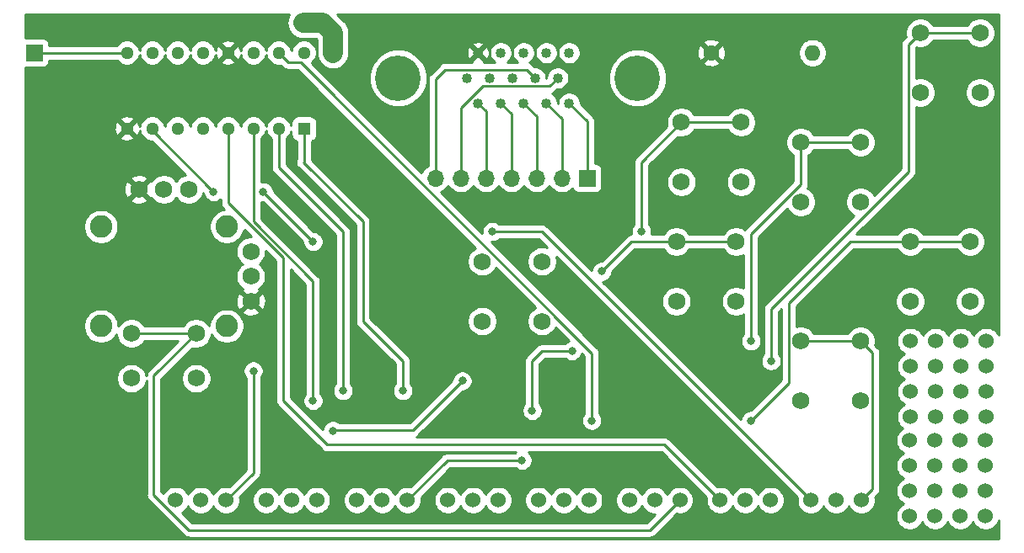
<source format=gbr>
%TF.GenerationSoftware,KiCad,Pcbnew,(5.1.6)-1*%
%TF.CreationDate,2020-12-17T21:40:49-06:00*%
%TF.ProjectId,controller,636f6e74-726f-46c6-9c65-722e6b696361,rev?*%
%TF.SameCoordinates,Original*%
%TF.FileFunction,Copper,L2,Bot*%
%TF.FilePolarity,Positive*%
%FSLAX46Y46*%
G04 Gerber Fmt 4.6, Leading zero omitted, Abs format (unit mm)*
G04 Created by KiCad (PCBNEW (5.1.6)-1) date 2020-12-17 21:40:49*
%MOMM*%
%LPD*%
G01*
G04 APERTURE LIST*
%TA.AperFunction,ComponentPad*%
%ADD10O,1.700000X1.700000*%
%TD*%
%TA.AperFunction,ComponentPad*%
%ADD11R,1.700000X1.700000*%
%TD*%
%TA.AperFunction,ComponentPad*%
%ADD12C,1.524000*%
%TD*%
%TA.AperFunction,ComponentPad*%
%ADD13C,1.295400*%
%TD*%
%TA.AperFunction,ComponentPad*%
%ADD14R,1.295400X1.295400*%
%TD*%
%TA.AperFunction,ComponentPad*%
%ADD15C,2.250000*%
%TD*%
%TA.AperFunction,ComponentPad*%
%ADD16C,1.750000*%
%TD*%
%TA.AperFunction,ComponentPad*%
%ADD17O,1.600000X1.600000*%
%TD*%
%TA.AperFunction,ComponentPad*%
%ADD18C,1.600000*%
%TD*%
%TA.AperFunction,ComponentPad*%
%ADD19C,4.572000*%
%TD*%
%TA.AperFunction,ComponentPad*%
%ADD20C,1.016000*%
%TD*%
%TA.AperFunction,ViaPad*%
%ADD21C,0.800000*%
%TD*%
%TA.AperFunction,Conductor*%
%ADD22C,0.250000*%
%TD*%
%TA.AperFunction,Conductor*%
%ADD23C,2.000000*%
%TD*%
%TA.AperFunction,Conductor*%
%ADD24C,0.254000*%
%TD*%
G04 APERTURE END LIST*
D10*
%TO.P,J1,7*%
%TO.N,Net-(D1-Pad9)*%
X62300000Y-37620000D03*
%TO.P,J1,6*%
%TO.N,Net-(D1-Pad10)*%
X64840000Y-37620000D03*
%TO.P,J1,5*%
%TO.N,Net-(D1-Pad11)*%
X67380000Y-37620000D03*
%TO.P,J1,4*%
%TO.N,Net-(D1-Pad12)*%
X69920000Y-37620000D03*
%TO.P,J1,3*%
%TO.N,Net-(D1-Pad13)*%
X72460000Y-37620000D03*
%TO.P,J1,2*%
%TO.N,Net-(D1-Pad14)*%
X75000000Y-37620000D03*
D11*
%TO.P,J1,1*%
%TO.N,Net-(D1-Pad15)*%
X77540000Y-37620000D03*
%TD*%
D12*
%TO.P,fet1,3*%
%TO.N,Net-(U2-Pad7)*%
X86841425Y-70000000D03*
%TO.P,fet1,2*%
%TO.N,+5V*%
X84301425Y-70000000D03*
%TO.P,fet1,1*%
%TO.N,qa*%
X81761425Y-70000000D03*
%TD*%
D13*
%TO.P,U1,16*%
%TO.N,+5V*%
X49080000Y-25000000D03*
%TO.P,U1,15*%
%TO.N,qa*%
X46540000Y-25000000D03*
%TO.P,U1,14*%
%TO.N,data*%
X44000000Y-25000000D03*
%TO.P,U1,13*%
%TO.N,GND*%
X41460000Y-25000000D03*
%TO.P,U1,12*%
%TO.N,latch*%
X38920000Y-25000000D03*
%TO.P,U1,11*%
%TO.N,clk*%
X36380000Y-25000000D03*
%TO.P,U1,10*%
%TO.N,+5V*%
X33840000Y-25000000D03*
%TO.P,U1,9*%
%TO.N,qh'*%
X31300000Y-25000000D03*
%TO.P,U1,8*%
%TO.N,GND*%
X31300000Y-32620000D03*
%TO.P,U1,7*%
%TO.N,qh*%
X33840000Y-32620000D03*
%TO.P,U1,6*%
%TO.N,qg*%
X36380000Y-32620000D03*
%TO.P,U1,5*%
%TO.N,qf*%
X38920000Y-32620000D03*
%TO.P,U1,4*%
%TO.N,qe*%
X41460000Y-32620000D03*
%TO.P,U1,3*%
%TO.N,qd*%
X44000000Y-32620000D03*
%TO.P,U1,2*%
%TO.N,qc*%
X46540000Y-32620000D03*
D14*
%TO.P,U1,1*%
%TO.N,qb*%
X49080000Y-32620000D03*
%TD*%
D11*
%TO.P,J2,1*%
%TO.N,qh'*%
X22000000Y-25000000D03*
%TD*%
D12*
%TO.P,.2,_*%
%TO.N,N/C*%
X117540000Y-71620000D03*
X115000000Y-71620000D03*
X112460000Y-71620000D03*
X109920000Y-71620000D03*
X117540000Y-69080000D03*
X115000000Y-69080000D03*
X112460000Y-69080000D03*
X109920000Y-69080000D03*
X117540000Y-66540000D03*
X117540000Y-64000000D03*
X115000000Y-66540000D03*
X112460000Y-66540000D03*
X109920000Y-66540000D03*
X115000000Y-64000000D03*
X112460000Y-64000000D03*
X109920000Y-64000000D03*
%TD*%
%TO.P,.1,_*%
%TO.N,N/C*%
X117620000Y-61620000D03*
X115080000Y-61620000D03*
X112540000Y-61620000D03*
X110000000Y-61620000D03*
X117620000Y-59080000D03*
X115080000Y-59080000D03*
X112540000Y-59080000D03*
X110000000Y-59080000D03*
X117620000Y-56540000D03*
X117620000Y-54000000D03*
X115080000Y-56540000D03*
X112540000Y-56540000D03*
X110000000Y-56540000D03*
X115080000Y-54000000D03*
X112540000Y-54000000D03*
X110000000Y-54000000D03*
%TD*%
D15*
%TO.P,U2,14*%
%TO.N,N/C*%
X41320000Y-42500000D03*
%TO.P,U2,13*%
X41320000Y-52500000D03*
%TO.P,U2,12*%
X28680000Y-52500000D03*
%TO.P,U2,11*%
X28680000Y-42500000D03*
D16*
%TO.P,U2,7*%
%TO.N,Net-(U2-Pad7)*%
X31750000Y-53250000D03*
%TO.P,U2,8*%
%TO.N,watch*%
X31750000Y-57750000D03*
X38250000Y-57750000D03*
%TO.P,U2,7*%
%TO.N,Net-(U2-Pad7)*%
X38250000Y-53250000D03*
%TO.P,U2,6*%
%TO.N,GND*%
X32500000Y-38750000D03*
%TO.P,U2,4*%
%TO.N,+5V*%
X37500000Y-38750000D03*
%TO.P,U2,5*%
%TO.N,vert*%
X35000000Y-38750000D03*
%TO.P,U2,3*%
%TO.N,GND*%
X43750000Y-50000000D03*
%TO.P,U2,1*%
%TO.N,+5V*%
X43750000Y-45000000D03*
%TO.P,U2,2*%
%TO.N,horz*%
X43750000Y-47500000D03*
%TD*%
%TO.P,SW7,1*%
%TO.N,Net-(SW7-Pad1)*%
X105000000Y-54000000D03*
%TO.P,SW7,2*%
%TO.N,watch*%
X105000000Y-60000000D03*
X99000000Y-60000000D03*
%TO.P,SW7,1*%
%TO.N,Net-(SW7-Pad1)*%
X99000000Y-54000000D03*
%TD*%
%TO.P,SW6,1*%
%TO.N,Net-(SW6-Pad1)*%
X73000000Y-46000000D03*
%TO.P,SW6,2*%
%TO.N,watch*%
X73000000Y-52000000D03*
X67000000Y-52000000D03*
%TO.P,SW6,1*%
%TO.N,Net-(SW6-Pad1)*%
X67000000Y-46000000D03*
%TD*%
%TO.P,SW5,1*%
%TO.N,Net-(SW5-Pad1)*%
X92500000Y-44000000D03*
%TO.P,SW5,2*%
%TO.N,watch*%
X92500000Y-50000000D03*
X86500000Y-50000000D03*
%TO.P,SW5,1*%
%TO.N,Net-(SW5-Pad1)*%
X86500000Y-44000000D03*
%TD*%
%TO.P,SW4,1*%
%TO.N,Net-(SW4-Pad1)*%
X116000000Y-44000000D03*
%TO.P,SW4,2*%
%TO.N,watch*%
X116000000Y-50000000D03*
X110000000Y-50000000D03*
%TO.P,SW4,1*%
%TO.N,Net-(SW4-Pad1)*%
X110000000Y-44000000D03*
%TD*%
%TO.P,SW3,1*%
%TO.N,Net-(SW3-Pad1)*%
X117000000Y-23000000D03*
%TO.P,SW3,2*%
%TO.N,watch*%
X117000000Y-29000000D03*
X111000000Y-29000000D03*
%TO.P,SW3,1*%
%TO.N,Net-(SW3-Pad1)*%
X111000000Y-23000000D03*
%TD*%
%TO.P,SW2,1*%
%TO.N,Net-(SW2-Pad1)*%
X105000000Y-34000000D03*
%TO.P,SW2,2*%
%TO.N,watch*%
X105000000Y-40000000D03*
X99000000Y-40000000D03*
%TO.P,SW2,1*%
%TO.N,Net-(SW2-Pad1)*%
X99000000Y-34000000D03*
%TD*%
%TO.P,SW1,1*%
%TO.N,Net-(SW1-Pad1)*%
X93000000Y-32000000D03*
%TO.P,SW1,2*%
%TO.N,watch*%
X93000000Y-38000000D03*
X87000000Y-38000000D03*
%TO.P,SW1,1*%
%TO.N,Net-(SW1-Pad1)*%
X87000000Y-32000000D03*
%TD*%
D17*
%TO.P,pull_down1,2*%
%TO.N,watch*%
X100160000Y-25000000D03*
D18*
%TO.P,pull_down1,1*%
%TO.N,GND*%
X90000000Y-25000000D03*
%TD*%
D12*
%TO.P,fet8,3*%
%TO.N,Net-(SW7-Pad1)*%
X105080000Y-70000000D03*
%TO.P,fet8,2*%
%TO.N,+5V*%
X102540000Y-70000000D03*
%TO.P,fet8,1*%
%TO.N,qh*%
X100000000Y-70000000D03*
%TD*%
%TO.P,fet7,3*%
%TO.N,Net-(SW6-Pad1)*%
X41245000Y-70000000D03*
%TO.P,fet7,2*%
%TO.N,+5V*%
X38705000Y-70000000D03*
%TO.P,fet7,1*%
%TO.N,qg*%
X36165000Y-70000000D03*
%TD*%
%TO.P,fet6,3*%
%TO.N,Net-(SW5-Pad1)*%
X50364285Y-70000000D03*
%TO.P,fet6,2*%
%TO.N,+5V*%
X47824285Y-70000000D03*
%TO.P,fet6,1*%
%TO.N,qf*%
X45284285Y-70000000D03*
%TD*%
%TO.P,fet5,3*%
%TO.N,Net-(SW4-Pad1)*%
X68602855Y-70000000D03*
%TO.P,fet5,2*%
%TO.N,+5V*%
X66062855Y-70000000D03*
%TO.P,fet5,1*%
%TO.N,qc*%
X63522855Y-70000000D03*
%TD*%
%TO.P,fet4,3*%
%TO.N,Net-(SW3-Pad1)*%
X95960710Y-70000000D03*
%TO.P,fet4,2*%
%TO.N,+5V*%
X93420710Y-70000000D03*
%TO.P,fet4,1*%
%TO.N,qe*%
X90880710Y-70000000D03*
%TD*%
%TO.P,fet3,3*%
%TO.N,Net-(SW2-Pad1)*%
X77722140Y-70000000D03*
%TO.P,fet3,2*%
%TO.N,+5V*%
X75182140Y-70000000D03*
%TO.P,fet3,1*%
%TO.N,qb*%
X72642140Y-70000000D03*
%TD*%
%TO.P,fet2,3*%
%TO.N,Net-(SW1-Pad1)*%
X59483570Y-70000000D03*
%TO.P,fet2,2*%
%TO.N,+5V*%
X56943570Y-70000000D03*
%TO.P,fet2,1*%
%TO.N,qd*%
X54403570Y-70000000D03*
%TD*%
D19*
%TO.P,D1, *%
%TO.N,N/C*%
X58550000Y-27540000D03*
X82595000Y-27540000D03*
D20*
%TO.P,D1,15*%
%TO.N,Net-(D1-Pad15)*%
X75725000Y-30080000D03*
%TO.P,D1,14*%
%TO.N,Net-(D1-Pad14)*%
X73435000Y-30080000D03*
%TO.P,D1,13*%
%TO.N,Net-(D1-Pad13)*%
X71145000Y-30080000D03*
%TO.P,D1,12*%
%TO.N,Net-(D1-Pad12)*%
X68855000Y-30080000D03*
%TO.P,D1,11*%
%TO.N,Net-(D1-Pad11)*%
X66565000Y-30080000D03*
%TO.P,D1,10*%
%TO.N,Net-(D1-Pad10)*%
X74580000Y-27540000D03*
%TO.P,D1,9*%
%TO.N,Net-(D1-Pad9)*%
X72290000Y-27540000D03*
%TO.P,D1,8*%
%TO.N,watch*%
X70000000Y-27540000D03*
%TO.P,D1,7*%
%TO.N,vert*%
X67710000Y-27540000D03*
%TO.P,D1,6*%
%TO.N,horz*%
X65420000Y-27540000D03*
%TO.P,D1,5*%
%TO.N,latch*%
X75725000Y-25000000D03*
%TO.P,D1,4*%
%TO.N,data*%
X73435000Y-25000000D03*
%TO.P,D1,3*%
%TO.N,clk*%
X71145000Y-25000000D03*
%TO.P,D1,2*%
%TO.N,+5V*%
X68855000Y-25000000D03*
%TO.P,D1,1*%
%TO.N,GND*%
X66565000Y-25000000D03*
%TD*%
D21*
%TO.N,qa*%
X78000000Y-62000000D03*
%TO.N,Net-(SW1-Pad1)*%
X71000000Y-66000000D03*
X72000000Y-61000000D03*
X76000000Y-55000000D03*
X83000000Y-43000000D03*
%TO.N,qd*%
X50000000Y-60000000D03*
%TO.N,Net-(SW2-Pad1)*%
X94000000Y-54000000D03*
%TO.N,qb*%
X59000000Y-59000000D03*
%TO.N,Net-(SW3-Pad1)*%
X96000000Y-56000000D03*
%TO.N,Net-(SW4-Pad1)*%
X94000000Y-62000000D03*
%TO.N,qc*%
X53000000Y-59000000D03*
%TO.N,Net-(SW5-Pad1)*%
X79000000Y-47000000D03*
X65000000Y-58000000D03*
X51987347Y-63012653D03*
%TO.N,Net-(SW6-Pad1)*%
X44000000Y-57000000D03*
%TO.N,qh*%
X68000000Y-43000000D03*
X50000000Y-44000000D03*
X45000000Y-39000000D03*
X40000000Y-39000000D03*
%TO.N,+5V*%
X52000000Y-25000000D03*
X51000000Y-22000000D03*
X49000000Y-22000000D03*
%TD*%
D22*
%TO.N,Net-(D1-Pad15)*%
X77540000Y-31895000D02*
X75725000Y-30080000D01*
X77540000Y-37620000D02*
X77540000Y-31895000D01*
%TO.N,Net-(D1-Pad14)*%
X75000000Y-31645000D02*
X73435000Y-30080000D01*
X75000000Y-37620000D02*
X75000000Y-31645000D01*
%TO.N,Net-(D1-Pad13)*%
X72460000Y-31395000D02*
X71145000Y-30080000D01*
X72460000Y-37620000D02*
X72460000Y-31395000D01*
%TO.N,Net-(D1-Pad12)*%
X69920000Y-31145000D02*
X68855000Y-30080000D01*
X69920000Y-37620000D02*
X69920000Y-31145000D01*
%TO.N,Net-(D1-Pad11)*%
X67380000Y-30895000D02*
X66565000Y-30080000D01*
X67380000Y-37620000D02*
X67380000Y-30895000D01*
%TO.N,Net-(D1-Pad10)*%
X73746999Y-28373001D02*
X74580000Y-27540000D01*
X67039157Y-28373001D02*
X73746999Y-28373001D01*
X64840000Y-30572158D02*
X67039157Y-28373001D01*
X64840000Y-37620000D02*
X64840000Y-30572158D01*
%TO.N,Net-(D1-Pad9)*%
X62300000Y-37620000D02*
X62300000Y-27700000D01*
X71456999Y-26706999D02*
X72290000Y-27540000D01*
X63293001Y-26706999D02*
X71456999Y-26706999D01*
X62300000Y-27700000D02*
X63293001Y-26706999D01*
%TO.N,Net-(U2-Pad7)*%
X38250000Y-53250000D02*
X34000000Y-57500000D01*
X34000000Y-69443762D02*
X37556238Y-73000000D01*
X34000000Y-57500000D02*
X34000000Y-69443762D01*
X83841425Y-73000000D02*
X86841425Y-70000000D01*
X37556238Y-73000000D02*
X83841425Y-73000000D01*
X31750000Y-53250000D02*
X38250000Y-53250000D01*
%TO.N,qa*%
X47512701Y-25972701D02*
X46540000Y-25000000D01*
X48748703Y-25972701D02*
X47512701Y-25972701D01*
X78000000Y-55223998D02*
X48748703Y-25972701D01*
X78000000Y-62000000D02*
X78000000Y-55223998D01*
%TO.N,Net-(SW1-Pad1)*%
X59483570Y-70000000D02*
X63483570Y-66000000D01*
X63483570Y-66000000D02*
X67000000Y-66000000D01*
X67000000Y-66000000D02*
X71000000Y-66000000D01*
X72000000Y-61000000D02*
X72000000Y-57000000D01*
X72000000Y-57000000D02*
X72000000Y-56000000D01*
X72000000Y-56000000D02*
X73000000Y-55000000D01*
X73000000Y-55000000D02*
X76000000Y-55000000D01*
X83000000Y-36000000D02*
X87000000Y-32000000D01*
X83000000Y-43000000D02*
X83000000Y-36000000D01*
X87000000Y-32000000D02*
X93000000Y-32000000D01*
%TO.N,qd*%
X50000000Y-60000000D02*
X50000000Y-48000000D01*
X44000000Y-42000000D02*
X44000000Y-32620000D01*
X50000000Y-48000000D02*
X44000000Y-42000000D01*
%TO.N,Net-(SW2-Pad1)*%
X99000000Y-38223998D02*
X99000000Y-34000000D01*
X94000000Y-43223998D02*
X99000000Y-38223998D01*
X94000000Y-54000000D02*
X94000000Y-43223998D01*
X99000000Y-34000000D02*
X105000000Y-34000000D01*
%TO.N,qb*%
X59000000Y-59000000D02*
X59000000Y-56000000D01*
X59000000Y-56000000D02*
X55000000Y-52000000D01*
X55000000Y-52000000D02*
X55000000Y-42000000D01*
X55000000Y-42000000D02*
X49000000Y-36000000D01*
X49080000Y-35920000D02*
X49080000Y-32620000D01*
X49000000Y-36000000D02*
X49080000Y-35920000D01*
%TO.N,Net-(SW3-Pad1)*%
X109799999Y-24200001D02*
X111000000Y-23000000D01*
X109799999Y-36976003D02*
X109799999Y-24200001D01*
X96000000Y-50776002D02*
X109799999Y-36976003D01*
X96000000Y-56000000D02*
X96000000Y-50776002D01*
X111000000Y-23000000D02*
X117000000Y-23000000D01*
%TO.N,qe*%
X85299999Y-64419289D02*
X51419289Y-64419289D01*
X90880710Y-70000000D02*
X85299999Y-64419289D01*
X41460000Y-40096410D02*
X41460000Y-32620000D01*
X47000000Y-45636410D02*
X41460000Y-40096410D01*
X47000000Y-60000000D02*
X47000000Y-45636410D01*
X51419289Y-64419289D02*
X47000000Y-60000000D01*
%TO.N,Net-(SW4-Pad1)*%
X110000000Y-44000000D02*
X116000000Y-44000000D01*
X97799999Y-50200001D02*
X97799999Y-56799999D01*
X110000000Y-44000000D02*
X104000000Y-44000000D01*
X104000000Y-44000000D02*
X97799999Y-50200001D01*
X97799999Y-56799999D02*
X97799999Y-58200001D01*
X97799999Y-58200001D02*
X94000000Y-62000000D01*
%TO.N,qc*%
X53000000Y-59000000D02*
X53000000Y-43000000D01*
X46540000Y-36540000D02*
X46540000Y-32620000D01*
X53000000Y-43000000D02*
X46540000Y-36540000D01*
%TO.N,Net-(SW5-Pad1)*%
X92500000Y-44000000D02*
X86500000Y-44000000D01*
X86500000Y-44000000D02*
X82000000Y-44000000D01*
X82000000Y-44000000D02*
X79000000Y-47000000D01*
X65000000Y-58000000D02*
X60000000Y-63000000D01*
X60000000Y-63000000D02*
X52000000Y-63000000D01*
X52000000Y-63000000D02*
X51987347Y-63012653D01*
%TO.N,Net-(SW6-Pad1)*%
X44000000Y-67245000D02*
X41245000Y-70000000D01*
X44000000Y-57000000D02*
X44000000Y-67245000D01*
%TO.N,Net-(SW7-Pad1)*%
X106200001Y-55200001D02*
X105000000Y-54000000D01*
X106200001Y-68879999D02*
X106200001Y-55200001D01*
X105080000Y-70000000D02*
X106200001Y-68879999D01*
X99000000Y-54000000D02*
X105000000Y-54000000D01*
%TO.N,qh*%
X100000000Y-70000000D02*
X73000000Y-43000000D01*
X73000000Y-43000000D02*
X68000000Y-43000000D01*
X50000000Y-44000000D02*
X45000000Y-39000000D01*
X33840000Y-32840000D02*
X33840000Y-32620000D01*
X40000000Y-39000000D02*
X33840000Y-32840000D01*
D23*
%TO.N,+5V*%
X52000000Y-23000000D02*
X51000000Y-22000000D01*
X52000000Y-25000000D02*
X52000000Y-23000000D01*
X51000000Y-22000000D02*
X49000000Y-22000000D01*
D22*
%TO.N,qh'*%
X31300000Y-25000000D02*
X22000000Y-25000000D01*
%TD*%
D24*
%TO.N,GND*%
G36*
X47482148Y-21371285D02*
G01*
X47388657Y-21679484D01*
X47357089Y-22000000D01*
X47388657Y-22320516D01*
X47482148Y-22628715D01*
X47633969Y-22912752D01*
X47838286Y-23161714D01*
X48087248Y-23366031D01*
X48371285Y-23517852D01*
X48679484Y-23611343D01*
X48919678Y-23635000D01*
X50322762Y-23635000D01*
X50365001Y-23677239D01*
X50365000Y-25080321D01*
X50388657Y-25320515D01*
X50482148Y-25628714D01*
X50633969Y-25912751D01*
X50838286Y-26161714D01*
X51087248Y-26366031D01*
X51371285Y-26517852D01*
X51679484Y-26611343D01*
X52000000Y-26642911D01*
X52320515Y-26611343D01*
X52628714Y-26517852D01*
X52912751Y-26366031D01*
X53161714Y-26161714D01*
X53366031Y-25912752D01*
X53517852Y-25628715D01*
X53611343Y-25320516D01*
X53635000Y-25080322D01*
X53635000Y-24216103D01*
X65960708Y-24216103D01*
X66565000Y-24820395D01*
X67169292Y-24216103D01*
X67133204Y-24001869D01*
X66927561Y-23910197D01*
X66707984Y-23860405D01*
X66482913Y-23854407D01*
X66260996Y-23892434D01*
X66050762Y-23973024D01*
X65996796Y-24001869D01*
X65960708Y-24216103D01*
X53635000Y-24216103D01*
X53635000Y-23080330D01*
X53642912Y-23000000D01*
X53611343Y-22679483D01*
X53517852Y-22371285D01*
X53453557Y-22250997D01*
X53366031Y-22087248D01*
X53161714Y-21838286D01*
X53099318Y-21787079D01*
X52439238Y-21127000D01*
X118873000Y-21127000D01*
X118873000Y-53374474D01*
X118858005Y-53338273D01*
X118705120Y-53109465D01*
X118510535Y-52914880D01*
X118281727Y-52761995D01*
X118027490Y-52656686D01*
X117757592Y-52603000D01*
X117482408Y-52603000D01*
X117212510Y-52656686D01*
X116958273Y-52761995D01*
X116729465Y-52914880D01*
X116534880Y-53109465D01*
X116381995Y-53338273D01*
X116350000Y-53415515D01*
X116318005Y-53338273D01*
X116165120Y-53109465D01*
X115970535Y-52914880D01*
X115741727Y-52761995D01*
X115487490Y-52656686D01*
X115217592Y-52603000D01*
X114942408Y-52603000D01*
X114672510Y-52656686D01*
X114418273Y-52761995D01*
X114189465Y-52914880D01*
X113994880Y-53109465D01*
X113841995Y-53338273D01*
X113810000Y-53415515D01*
X113778005Y-53338273D01*
X113625120Y-53109465D01*
X113430535Y-52914880D01*
X113201727Y-52761995D01*
X112947490Y-52656686D01*
X112677592Y-52603000D01*
X112402408Y-52603000D01*
X112132510Y-52656686D01*
X111878273Y-52761995D01*
X111649465Y-52914880D01*
X111454880Y-53109465D01*
X111301995Y-53338273D01*
X111270000Y-53415515D01*
X111238005Y-53338273D01*
X111085120Y-53109465D01*
X110890535Y-52914880D01*
X110661727Y-52761995D01*
X110407490Y-52656686D01*
X110137592Y-52603000D01*
X109862408Y-52603000D01*
X109592510Y-52656686D01*
X109338273Y-52761995D01*
X109109465Y-52914880D01*
X108914880Y-53109465D01*
X108761995Y-53338273D01*
X108656686Y-53592510D01*
X108603000Y-53862408D01*
X108603000Y-54137592D01*
X108656686Y-54407490D01*
X108761995Y-54661727D01*
X108914880Y-54890535D01*
X109109465Y-55085120D01*
X109338273Y-55238005D01*
X109415515Y-55270000D01*
X109338273Y-55301995D01*
X109109465Y-55454880D01*
X108914880Y-55649465D01*
X108761995Y-55878273D01*
X108656686Y-56132510D01*
X108603000Y-56402408D01*
X108603000Y-56677592D01*
X108656686Y-56947490D01*
X108761995Y-57201727D01*
X108914880Y-57430535D01*
X109109465Y-57625120D01*
X109338273Y-57778005D01*
X109415515Y-57810000D01*
X109338273Y-57841995D01*
X109109465Y-57994880D01*
X108914880Y-58189465D01*
X108761995Y-58418273D01*
X108656686Y-58672510D01*
X108603000Y-58942408D01*
X108603000Y-59217592D01*
X108656686Y-59487490D01*
X108761995Y-59741727D01*
X108914880Y-59970535D01*
X109109465Y-60165120D01*
X109338273Y-60318005D01*
X109415515Y-60350000D01*
X109338273Y-60381995D01*
X109109465Y-60534880D01*
X108914880Y-60729465D01*
X108761995Y-60958273D01*
X108656686Y-61212510D01*
X108603000Y-61482408D01*
X108603000Y-61757592D01*
X108656686Y-62027490D01*
X108761995Y-62281727D01*
X108914880Y-62510535D01*
X109109465Y-62705120D01*
X109226429Y-62783273D01*
X109029465Y-62914880D01*
X108834880Y-63109465D01*
X108681995Y-63338273D01*
X108576686Y-63592510D01*
X108523000Y-63862408D01*
X108523000Y-64137592D01*
X108576686Y-64407490D01*
X108681995Y-64661727D01*
X108834880Y-64890535D01*
X109029465Y-65085120D01*
X109258273Y-65238005D01*
X109335515Y-65270000D01*
X109258273Y-65301995D01*
X109029465Y-65454880D01*
X108834880Y-65649465D01*
X108681995Y-65878273D01*
X108576686Y-66132510D01*
X108523000Y-66402408D01*
X108523000Y-66677592D01*
X108576686Y-66947490D01*
X108681995Y-67201727D01*
X108834880Y-67430535D01*
X109029465Y-67625120D01*
X109258273Y-67778005D01*
X109335515Y-67810000D01*
X109258273Y-67841995D01*
X109029465Y-67994880D01*
X108834880Y-68189465D01*
X108681995Y-68418273D01*
X108576686Y-68672510D01*
X108523000Y-68942408D01*
X108523000Y-69217592D01*
X108576686Y-69487490D01*
X108681995Y-69741727D01*
X108834880Y-69970535D01*
X109029465Y-70165120D01*
X109258273Y-70318005D01*
X109335515Y-70350000D01*
X109258273Y-70381995D01*
X109029465Y-70534880D01*
X108834880Y-70729465D01*
X108681995Y-70958273D01*
X108576686Y-71212510D01*
X108523000Y-71482408D01*
X108523000Y-71757592D01*
X108576686Y-72027490D01*
X108681995Y-72281727D01*
X108834880Y-72510535D01*
X109029465Y-72705120D01*
X109258273Y-72858005D01*
X109512510Y-72963314D01*
X109782408Y-73017000D01*
X110057592Y-73017000D01*
X110327490Y-72963314D01*
X110581727Y-72858005D01*
X110810535Y-72705120D01*
X111005120Y-72510535D01*
X111158005Y-72281727D01*
X111190000Y-72204485D01*
X111221995Y-72281727D01*
X111374880Y-72510535D01*
X111569465Y-72705120D01*
X111798273Y-72858005D01*
X112052510Y-72963314D01*
X112322408Y-73017000D01*
X112597592Y-73017000D01*
X112867490Y-72963314D01*
X113121727Y-72858005D01*
X113350535Y-72705120D01*
X113545120Y-72510535D01*
X113698005Y-72281727D01*
X113730000Y-72204485D01*
X113761995Y-72281727D01*
X113914880Y-72510535D01*
X114109465Y-72705120D01*
X114338273Y-72858005D01*
X114592510Y-72963314D01*
X114862408Y-73017000D01*
X115137592Y-73017000D01*
X115407490Y-72963314D01*
X115661727Y-72858005D01*
X115890535Y-72705120D01*
X116085120Y-72510535D01*
X116238005Y-72281727D01*
X116270000Y-72204485D01*
X116301995Y-72281727D01*
X116454880Y-72510535D01*
X116649465Y-72705120D01*
X116878273Y-72858005D01*
X117132510Y-72963314D01*
X117402408Y-73017000D01*
X117677592Y-73017000D01*
X117947490Y-72963314D01*
X118201727Y-72858005D01*
X118430535Y-72705120D01*
X118625120Y-72510535D01*
X118778005Y-72281727D01*
X118873000Y-72052390D01*
X118873000Y-73873000D01*
X21127000Y-73873000D01*
X21127000Y-52326655D01*
X26920000Y-52326655D01*
X26920000Y-52673345D01*
X26987636Y-53013373D01*
X27120308Y-53333673D01*
X27312919Y-53621935D01*
X27558065Y-53867081D01*
X27846327Y-54059692D01*
X28166627Y-54192364D01*
X28506655Y-54260000D01*
X28853345Y-54260000D01*
X29193373Y-54192364D01*
X29513673Y-54059692D01*
X29801935Y-53867081D01*
X30047081Y-53621935D01*
X30239692Y-53333673D01*
X30240000Y-53332929D01*
X30240000Y-53398722D01*
X30298029Y-53690451D01*
X30411856Y-53965253D01*
X30577107Y-54212569D01*
X30787431Y-54422893D01*
X31034747Y-54588144D01*
X31309549Y-54701971D01*
X31601278Y-54760000D01*
X31898722Y-54760000D01*
X32190451Y-54701971D01*
X32465253Y-54588144D01*
X32712569Y-54422893D01*
X32922893Y-54212569D01*
X33058245Y-54010000D01*
X36415198Y-54010000D01*
X33489003Y-56936196D01*
X33459999Y-56959999D01*
X33404871Y-57027174D01*
X33365026Y-57075724D01*
X33300703Y-57196063D01*
X33294454Y-57207754D01*
X33250997Y-57351015D01*
X33240000Y-57462668D01*
X33240000Y-57462678D01*
X33237493Y-57488129D01*
X33201971Y-57309549D01*
X33088144Y-57034747D01*
X32922893Y-56787431D01*
X32712569Y-56577107D01*
X32465253Y-56411856D01*
X32190451Y-56298029D01*
X31898722Y-56240000D01*
X31601278Y-56240000D01*
X31309549Y-56298029D01*
X31034747Y-56411856D01*
X30787431Y-56577107D01*
X30577107Y-56787431D01*
X30411856Y-57034747D01*
X30298029Y-57309549D01*
X30240000Y-57601278D01*
X30240000Y-57898722D01*
X30298029Y-58190451D01*
X30411856Y-58465253D01*
X30577107Y-58712569D01*
X30787431Y-58922893D01*
X31034747Y-59088144D01*
X31309549Y-59201971D01*
X31601278Y-59260000D01*
X31898722Y-59260000D01*
X32190451Y-59201971D01*
X32465253Y-59088144D01*
X32712569Y-58922893D01*
X32922893Y-58712569D01*
X33088144Y-58465253D01*
X33201971Y-58190451D01*
X33240000Y-57999268D01*
X33240001Y-69406430D01*
X33236324Y-69443762D01*
X33250998Y-69592747D01*
X33294454Y-69736008D01*
X33365026Y-69868038D01*
X33436201Y-69954764D01*
X33460000Y-69983763D01*
X33488998Y-70007561D01*
X36992439Y-73511003D01*
X37016237Y-73540001D01*
X37045235Y-73563799D01*
X37131961Y-73634974D01*
X37263991Y-73705546D01*
X37407252Y-73749003D01*
X37518905Y-73760000D01*
X37518915Y-73760000D01*
X37556237Y-73763676D01*
X37593560Y-73760000D01*
X83804103Y-73760000D01*
X83841425Y-73763676D01*
X83878747Y-73760000D01*
X83878758Y-73760000D01*
X83990411Y-73749003D01*
X84133672Y-73705546D01*
X84265701Y-73634974D01*
X84381426Y-73540001D01*
X84405229Y-73510997D01*
X86549855Y-71366372D01*
X86703833Y-71397000D01*
X86979017Y-71397000D01*
X87248915Y-71343314D01*
X87503152Y-71238005D01*
X87731960Y-71085120D01*
X87926545Y-70890535D01*
X88079430Y-70661727D01*
X88184739Y-70407490D01*
X88238425Y-70137592D01*
X88238425Y-69862408D01*
X88184739Y-69592510D01*
X88079430Y-69338273D01*
X87926545Y-69109465D01*
X87731960Y-68914880D01*
X87503152Y-68761995D01*
X87248915Y-68656686D01*
X86979017Y-68603000D01*
X86703833Y-68603000D01*
X86433935Y-68656686D01*
X86179698Y-68761995D01*
X85950890Y-68914880D01*
X85756305Y-69109465D01*
X85603420Y-69338273D01*
X85571425Y-69415515D01*
X85539430Y-69338273D01*
X85386545Y-69109465D01*
X85191960Y-68914880D01*
X84963152Y-68761995D01*
X84708915Y-68656686D01*
X84439017Y-68603000D01*
X84163833Y-68603000D01*
X83893935Y-68656686D01*
X83639698Y-68761995D01*
X83410890Y-68914880D01*
X83216305Y-69109465D01*
X83063420Y-69338273D01*
X83031425Y-69415515D01*
X82999430Y-69338273D01*
X82846545Y-69109465D01*
X82651960Y-68914880D01*
X82423152Y-68761995D01*
X82168915Y-68656686D01*
X81899017Y-68603000D01*
X81623833Y-68603000D01*
X81353935Y-68656686D01*
X81099698Y-68761995D01*
X80870890Y-68914880D01*
X80676305Y-69109465D01*
X80523420Y-69338273D01*
X80418111Y-69592510D01*
X80364425Y-69862408D01*
X80364425Y-70137592D01*
X80418111Y-70407490D01*
X80523420Y-70661727D01*
X80676305Y-70890535D01*
X80870890Y-71085120D01*
X81099698Y-71238005D01*
X81353935Y-71343314D01*
X81623833Y-71397000D01*
X81899017Y-71397000D01*
X82168915Y-71343314D01*
X82423152Y-71238005D01*
X82651960Y-71085120D01*
X82846545Y-70890535D01*
X82999430Y-70661727D01*
X83031425Y-70584485D01*
X83063420Y-70661727D01*
X83216305Y-70890535D01*
X83410890Y-71085120D01*
X83639698Y-71238005D01*
X83893935Y-71343314D01*
X84163833Y-71397000D01*
X84369624Y-71397000D01*
X83526624Y-72240000D01*
X37871040Y-72240000D01*
X36852095Y-71221055D01*
X37055535Y-71085120D01*
X37250120Y-70890535D01*
X37403005Y-70661727D01*
X37435000Y-70584485D01*
X37466995Y-70661727D01*
X37619880Y-70890535D01*
X37814465Y-71085120D01*
X38043273Y-71238005D01*
X38297510Y-71343314D01*
X38567408Y-71397000D01*
X38842592Y-71397000D01*
X39112490Y-71343314D01*
X39366727Y-71238005D01*
X39595535Y-71085120D01*
X39790120Y-70890535D01*
X39943005Y-70661727D01*
X39975000Y-70584485D01*
X40006995Y-70661727D01*
X40159880Y-70890535D01*
X40354465Y-71085120D01*
X40583273Y-71238005D01*
X40837510Y-71343314D01*
X41107408Y-71397000D01*
X41382592Y-71397000D01*
X41652490Y-71343314D01*
X41906727Y-71238005D01*
X42135535Y-71085120D01*
X42330120Y-70890535D01*
X42483005Y-70661727D01*
X42588314Y-70407490D01*
X42642000Y-70137592D01*
X42642000Y-69862408D01*
X43887285Y-69862408D01*
X43887285Y-70137592D01*
X43940971Y-70407490D01*
X44046280Y-70661727D01*
X44199165Y-70890535D01*
X44393750Y-71085120D01*
X44622558Y-71238005D01*
X44876795Y-71343314D01*
X45146693Y-71397000D01*
X45421877Y-71397000D01*
X45691775Y-71343314D01*
X45946012Y-71238005D01*
X46174820Y-71085120D01*
X46369405Y-70890535D01*
X46522290Y-70661727D01*
X46554285Y-70584485D01*
X46586280Y-70661727D01*
X46739165Y-70890535D01*
X46933750Y-71085120D01*
X47162558Y-71238005D01*
X47416795Y-71343314D01*
X47686693Y-71397000D01*
X47961877Y-71397000D01*
X48231775Y-71343314D01*
X48486012Y-71238005D01*
X48714820Y-71085120D01*
X48909405Y-70890535D01*
X49062290Y-70661727D01*
X49094285Y-70584485D01*
X49126280Y-70661727D01*
X49279165Y-70890535D01*
X49473750Y-71085120D01*
X49702558Y-71238005D01*
X49956795Y-71343314D01*
X50226693Y-71397000D01*
X50501877Y-71397000D01*
X50771775Y-71343314D01*
X51026012Y-71238005D01*
X51254820Y-71085120D01*
X51449405Y-70890535D01*
X51602290Y-70661727D01*
X51707599Y-70407490D01*
X51761285Y-70137592D01*
X51761285Y-69862408D01*
X51707599Y-69592510D01*
X51602290Y-69338273D01*
X51449405Y-69109465D01*
X51254820Y-68914880D01*
X51026012Y-68761995D01*
X50771775Y-68656686D01*
X50501877Y-68603000D01*
X50226693Y-68603000D01*
X49956795Y-68656686D01*
X49702558Y-68761995D01*
X49473750Y-68914880D01*
X49279165Y-69109465D01*
X49126280Y-69338273D01*
X49094285Y-69415515D01*
X49062290Y-69338273D01*
X48909405Y-69109465D01*
X48714820Y-68914880D01*
X48486012Y-68761995D01*
X48231775Y-68656686D01*
X47961877Y-68603000D01*
X47686693Y-68603000D01*
X47416795Y-68656686D01*
X47162558Y-68761995D01*
X46933750Y-68914880D01*
X46739165Y-69109465D01*
X46586280Y-69338273D01*
X46554285Y-69415515D01*
X46522290Y-69338273D01*
X46369405Y-69109465D01*
X46174820Y-68914880D01*
X45946012Y-68761995D01*
X45691775Y-68656686D01*
X45421877Y-68603000D01*
X45146693Y-68603000D01*
X44876795Y-68656686D01*
X44622558Y-68761995D01*
X44393750Y-68914880D01*
X44199165Y-69109465D01*
X44046280Y-69338273D01*
X43940971Y-69592510D01*
X43887285Y-69862408D01*
X42642000Y-69862408D01*
X42611372Y-69708430D01*
X44511003Y-67808799D01*
X44540001Y-67785001D01*
X44634974Y-67669276D01*
X44705546Y-67537247D01*
X44749003Y-67393986D01*
X44760000Y-67282333D01*
X44760000Y-67282324D01*
X44763676Y-67245001D01*
X44760000Y-67207678D01*
X44760000Y-57703711D01*
X44803937Y-57659774D01*
X44917205Y-57490256D01*
X44995226Y-57301898D01*
X45035000Y-57101939D01*
X45035000Y-56898061D01*
X44995226Y-56698102D01*
X44917205Y-56509744D01*
X44803937Y-56340226D01*
X44659774Y-56196063D01*
X44490256Y-56082795D01*
X44301898Y-56004774D01*
X44101939Y-55965000D01*
X43898061Y-55965000D01*
X43698102Y-56004774D01*
X43509744Y-56082795D01*
X43340226Y-56196063D01*
X43196063Y-56340226D01*
X43082795Y-56509744D01*
X43004774Y-56698102D01*
X42965000Y-56898061D01*
X42965000Y-57101939D01*
X43004774Y-57301898D01*
X43082795Y-57490256D01*
X43196063Y-57659774D01*
X43240000Y-57703711D01*
X43240001Y-66930197D01*
X41536570Y-68633628D01*
X41382592Y-68603000D01*
X41107408Y-68603000D01*
X40837510Y-68656686D01*
X40583273Y-68761995D01*
X40354465Y-68914880D01*
X40159880Y-69109465D01*
X40006995Y-69338273D01*
X39975000Y-69415515D01*
X39943005Y-69338273D01*
X39790120Y-69109465D01*
X39595535Y-68914880D01*
X39366727Y-68761995D01*
X39112490Y-68656686D01*
X38842592Y-68603000D01*
X38567408Y-68603000D01*
X38297510Y-68656686D01*
X38043273Y-68761995D01*
X37814465Y-68914880D01*
X37619880Y-69109465D01*
X37466995Y-69338273D01*
X37435000Y-69415515D01*
X37403005Y-69338273D01*
X37250120Y-69109465D01*
X37055535Y-68914880D01*
X36826727Y-68761995D01*
X36572490Y-68656686D01*
X36302592Y-68603000D01*
X36027408Y-68603000D01*
X35757510Y-68656686D01*
X35503273Y-68761995D01*
X35274465Y-68914880D01*
X35079880Y-69109465D01*
X34943945Y-69312906D01*
X34760000Y-69128961D01*
X34760000Y-57814801D01*
X34973523Y-57601278D01*
X36740000Y-57601278D01*
X36740000Y-57898722D01*
X36798029Y-58190451D01*
X36911856Y-58465253D01*
X37077107Y-58712569D01*
X37287431Y-58922893D01*
X37534747Y-59088144D01*
X37809549Y-59201971D01*
X38101278Y-59260000D01*
X38398722Y-59260000D01*
X38690451Y-59201971D01*
X38965253Y-59088144D01*
X39212569Y-58922893D01*
X39422893Y-58712569D01*
X39588144Y-58465253D01*
X39701971Y-58190451D01*
X39760000Y-57898722D01*
X39760000Y-57601278D01*
X39701971Y-57309549D01*
X39588144Y-57034747D01*
X39422893Y-56787431D01*
X39212569Y-56577107D01*
X38965253Y-56411856D01*
X38690451Y-56298029D01*
X38398722Y-56240000D01*
X38101278Y-56240000D01*
X37809549Y-56298029D01*
X37534747Y-56411856D01*
X37287431Y-56577107D01*
X37077107Y-56787431D01*
X36911856Y-57034747D01*
X36798029Y-57309549D01*
X36740000Y-57601278D01*
X34973523Y-57601278D01*
X37862332Y-54712470D01*
X38101278Y-54760000D01*
X38398722Y-54760000D01*
X38690451Y-54701971D01*
X38965253Y-54588144D01*
X39212569Y-54422893D01*
X39422893Y-54212569D01*
X39588144Y-53965253D01*
X39701971Y-53690451D01*
X39760000Y-53398722D01*
X39760000Y-53332929D01*
X39760308Y-53333673D01*
X39952919Y-53621935D01*
X40198065Y-53867081D01*
X40486327Y-54059692D01*
X40806627Y-54192364D01*
X41146655Y-54260000D01*
X41493345Y-54260000D01*
X41833373Y-54192364D01*
X42153673Y-54059692D01*
X42441935Y-53867081D01*
X42687081Y-53621935D01*
X42879692Y-53333673D01*
X43012364Y-53013373D01*
X43080000Y-52673345D01*
X43080000Y-52326655D01*
X43012364Y-51986627D01*
X42879692Y-51666327D01*
X42687081Y-51378065D01*
X42441935Y-51132919D01*
X42312212Y-51046240D01*
X42883365Y-51046240D01*
X42964025Y-51297868D01*
X43232329Y-51426267D01*
X43520526Y-51499855D01*
X43817543Y-51515804D01*
X44111963Y-51473501D01*
X44392474Y-51374572D01*
X44535975Y-51297868D01*
X44616635Y-51046240D01*
X43750000Y-50179605D01*
X42883365Y-51046240D01*
X42312212Y-51046240D01*
X42153673Y-50940308D01*
X41833373Y-50807636D01*
X41493345Y-50740000D01*
X41146655Y-50740000D01*
X40806627Y-50807636D01*
X40486327Y-50940308D01*
X40198065Y-51132919D01*
X39952919Y-51378065D01*
X39760308Y-51666327D01*
X39627636Y-51986627D01*
X39560000Y-52326655D01*
X39560000Y-52492626D01*
X39422893Y-52287431D01*
X39212569Y-52077107D01*
X38965253Y-51911856D01*
X38690451Y-51798029D01*
X38398722Y-51740000D01*
X38101278Y-51740000D01*
X37809549Y-51798029D01*
X37534747Y-51911856D01*
X37287431Y-52077107D01*
X37077107Y-52287431D01*
X36941755Y-52490000D01*
X33058245Y-52490000D01*
X32922893Y-52287431D01*
X32712569Y-52077107D01*
X32465253Y-51911856D01*
X32190451Y-51798029D01*
X31898722Y-51740000D01*
X31601278Y-51740000D01*
X31309549Y-51798029D01*
X31034747Y-51911856D01*
X30787431Y-52077107D01*
X30577107Y-52287431D01*
X30440000Y-52492626D01*
X30440000Y-52326655D01*
X30372364Y-51986627D01*
X30239692Y-51666327D01*
X30047081Y-51378065D01*
X29801935Y-51132919D01*
X29513673Y-50940308D01*
X29193373Y-50807636D01*
X28853345Y-50740000D01*
X28506655Y-50740000D01*
X28166627Y-50807636D01*
X27846327Y-50940308D01*
X27558065Y-51132919D01*
X27312919Y-51378065D01*
X27120308Y-51666327D01*
X26987636Y-51986627D01*
X26920000Y-52326655D01*
X21127000Y-52326655D01*
X21127000Y-50067543D01*
X42234196Y-50067543D01*
X42276499Y-50361963D01*
X42375428Y-50642474D01*
X42452132Y-50785975D01*
X42703760Y-50866635D01*
X43570395Y-50000000D01*
X43929605Y-50000000D01*
X44796240Y-50866635D01*
X45047868Y-50785975D01*
X45176267Y-50517671D01*
X45249855Y-50229474D01*
X45265804Y-49932457D01*
X45223501Y-49638037D01*
X45124572Y-49357526D01*
X45047868Y-49214025D01*
X44796240Y-49133365D01*
X43929605Y-50000000D01*
X43570395Y-50000000D01*
X42703760Y-49133365D01*
X42452132Y-49214025D01*
X42323733Y-49482329D01*
X42250145Y-49770526D01*
X42234196Y-50067543D01*
X21127000Y-50067543D01*
X21127000Y-42326655D01*
X26920000Y-42326655D01*
X26920000Y-42673345D01*
X26987636Y-43013373D01*
X27120308Y-43333673D01*
X27312919Y-43621935D01*
X27558065Y-43867081D01*
X27846327Y-44059692D01*
X28166627Y-44192364D01*
X28506655Y-44260000D01*
X28853345Y-44260000D01*
X29193373Y-44192364D01*
X29513673Y-44059692D01*
X29801935Y-43867081D01*
X30047081Y-43621935D01*
X30239692Y-43333673D01*
X30372364Y-43013373D01*
X30440000Y-42673345D01*
X30440000Y-42326655D01*
X30372364Y-41986627D01*
X30239692Y-41666327D01*
X30047081Y-41378065D01*
X29801935Y-41132919D01*
X29513673Y-40940308D01*
X29193373Y-40807636D01*
X28853345Y-40740000D01*
X28506655Y-40740000D01*
X28166627Y-40807636D01*
X27846327Y-40940308D01*
X27558065Y-41132919D01*
X27312919Y-41378065D01*
X27120308Y-41666327D01*
X26987636Y-41986627D01*
X26920000Y-42326655D01*
X21127000Y-42326655D01*
X21127000Y-39796240D01*
X31633365Y-39796240D01*
X31714025Y-40047868D01*
X31982329Y-40176267D01*
X32270526Y-40249855D01*
X32567543Y-40265804D01*
X32861963Y-40223501D01*
X33142474Y-40124572D01*
X33285975Y-40047868D01*
X33366635Y-39796240D01*
X32500000Y-38929605D01*
X31633365Y-39796240D01*
X21127000Y-39796240D01*
X21127000Y-38817543D01*
X30984196Y-38817543D01*
X31026499Y-39111963D01*
X31125428Y-39392474D01*
X31202132Y-39535975D01*
X31453760Y-39616635D01*
X32320395Y-38750000D01*
X31453760Y-37883365D01*
X31202132Y-37964025D01*
X31073733Y-38232329D01*
X31000145Y-38520526D01*
X30984196Y-38817543D01*
X21127000Y-38817543D01*
X21127000Y-37703760D01*
X31633365Y-37703760D01*
X32500000Y-38570395D01*
X33366635Y-37703760D01*
X33285975Y-37452132D01*
X33017671Y-37323733D01*
X32729474Y-37250145D01*
X32432457Y-37234196D01*
X32138037Y-37276499D01*
X31857526Y-37375428D01*
X31714025Y-37452132D01*
X31633365Y-37703760D01*
X21127000Y-37703760D01*
X21127000Y-33503882D01*
X30595723Y-33503882D01*
X30648832Y-33732321D01*
X30878347Y-33837985D01*
X31124066Y-33896843D01*
X31376546Y-33906631D01*
X31626084Y-33866975D01*
X31863092Y-33779399D01*
X31951168Y-33732321D01*
X32004277Y-33503882D01*
X31300000Y-32799605D01*
X30595723Y-33503882D01*
X21127000Y-33503882D01*
X21127000Y-32696546D01*
X30013369Y-32696546D01*
X30053025Y-32946084D01*
X30140601Y-33183092D01*
X30187679Y-33271168D01*
X30416118Y-33324277D01*
X31120395Y-32620000D01*
X31479605Y-32620000D01*
X32183882Y-33324277D01*
X32412321Y-33271168D01*
X32517985Y-33041653D01*
X32571556Y-32818005D01*
X32606594Y-32994150D01*
X32703286Y-33227586D01*
X32843662Y-33437673D01*
X33022327Y-33616338D01*
X33232414Y-33756714D01*
X33465850Y-33853406D01*
X33713665Y-33902700D01*
X33827899Y-33902700D01*
X37196071Y-37270873D01*
X37059549Y-37298029D01*
X36784747Y-37411856D01*
X36537431Y-37577107D01*
X36327107Y-37787431D01*
X36250000Y-37902830D01*
X36172893Y-37787431D01*
X35962569Y-37577107D01*
X35715253Y-37411856D01*
X35440451Y-37298029D01*
X35148722Y-37240000D01*
X34851278Y-37240000D01*
X34559549Y-37298029D01*
X34284747Y-37411856D01*
X34037431Y-37577107D01*
X33827107Y-37787431D01*
X33724768Y-37940593D01*
X33546240Y-37883365D01*
X32679605Y-38750000D01*
X33546240Y-39616635D01*
X33724768Y-39559407D01*
X33827107Y-39712569D01*
X34037431Y-39922893D01*
X34284747Y-40088144D01*
X34559549Y-40201971D01*
X34851278Y-40260000D01*
X35148722Y-40260000D01*
X35440451Y-40201971D01*
X35715253Y-40088144D01*
X35962569Y-39922893D01*
X36172893Y-39712569D01*
X36250000Y-39597170D01*
X36327107Y-39712569D01*
X36537431Y-39922893D01*
X36784747Y-40088144D01*
X37059549Y-40201971D01*
X37351278Y-40260000D01*
X37648722Y-40260000D01*
X37940451Y-40201971D01*
X38215253Y-40088144D01*
X38462569Y-39922893D01*
X38672893Y-39712569D01*
X38838144Y-39465253D01*
X38951971Y-39190451D01*
X38967289Y-39113445D01*
X39004774Y-39301898D01*
X39082795Y-39490256D01*
X39196063Y-39659774D01*
X39340226Y-39803937D01*
X39509744Y-39917205D01*
X39698102Y-39995226D01*
X39898061Y-40035000D01*
X40101939Y-40035000D01*
X40301898Y-39995226D01*
X40490256Y-39917205D01*
X40659774Y-39803937D01*
X40700000Y-39763711D01*
X40700000Y-40059088D01*
X40696324Y-40096410D01*
X40700000Y-40133732D01*
X40700000Y-40133742D01*
X40710997Y-40245395D01*
X40754454Y-40388656D01*
X40825026Y-40520686D01*
X40864871Y-40569236D01*
X40919999Y-40636411D01*
X40949003Y-40660214D01*
X41048344Y-40759555D01*
X40806627Y-40807636D01*
X40486327Y-40940308D01*
X40198065Y-41132919D01*
X39952919Y-41378065D01*
X39760308Y-41666327D01*
X39627636Y-41986627D01*
X39560000Y-42326655D01*
X39560000Y-42673345D01*
X39627636Y-43013373D01*
X39760308Y-43333673D01*
X39952919Y-43621935D01*
X40198065Y-43867081D01*
X40486327Y-44059692D01*
X40806627Y-44192364D01*
X41146655Y-44260000D01*
X41493345Y-44260000D01*
X41833373Y-44192364D01*
X42153673Y-44059692D01*
X42441935Y-43867081D01*
X42687081Y-43621935D01*
X42879692Y-43333673D01*
X43012364Y-43013373D01*
X43060445Y-42771656D01*
X43778788Y-43490000D01*
X43601278Y-43490000D01*
X43309549Y-43548029D01*
X43034747Y-43661856D01*
X42787431Y-43827107D01*
X42577107Y-44037431D01*
X42411856Y-44284747D01*
X42298029Y-44559549D01*
X42240000Y-44851278D01*
X42240000Y-45148722D01*
X42298029Y-45440451D01*
X42411856Y-45715253D01*
X42577107Y-45962569D01*
X42787431Y-46172893D01*
X42902830Y-46250000D01*
X42787431Y-46327107D01*
X42577107Y-46537431D01*
X42411856Y-46784747D01*
X42298029Y-47059549D01*
X42240000Y-47351278D01*
X42240000Y-47648722D01*
X42298029Y-47940451D01*
X42411856Y-48215253D01*
X42577107Y-48462569D01*
X42787431Y-48672893D01*
X42940593Y-48775232D01*
X42883365Y-48953760D01*
X43750000Y-49820395D01*
X44616635Y-48953760D01*
X44559407Y-48775232D01*
X44712569Y-48672893D01*
X44922893Y-48462569D01*
X45088144Y-48215253D01*
X45201971Y-47940451D01*
X45260000Y-47648722D01*
X45260000Y-47351278D01*
X45201971Y-47059549D01*
X45088144Y-46784747D01*
X44922893Y-46537431D01*
X44712569Y-46327107D01*
X44597170Y-46250000D01*
X44712569Y-46172893D01*
X44922893Y-45962569D01*
X45088144Y-45715253D01*
X45201971Y-45440451D01*
X45260000Y-45148722D01*
X45260000Y-44971212D01*
X46240001Y-45951213D01*
X46240000Y-59962678D01*
X46236324Y-60000000D01*
X46240000Y-60037322D01*
X46240000Y-60037332D01*
X46250997Y-60148985D01*
X46265278Y-60196063D01*
X46294454Y-60292246D01*
X46365026Y-60424276D01*
X46378301Y-60440451D01*
X46459999Y-60540001D01*
X46489003Y-60563804D01*
X50855494Y-64930297D01*
X50879288Y-64959290D01*
X50908281Y-64983084D01*
X50908285Y-64983088D01*
X50934710Y-65004774D01*
X50995013Y-65054263D01*
X51127042Y-65124835D01*
X51270303Y-65168292D01*
X51381956Y-65179289D01*
X51381965Y-65179289D01*
X51419288Y-65182965D01*
X51456611Y-65179289D01*
X70365330Y-65179289D01*
X70340226Y-65196063D01*
X70296289Y-65240000D01*
X63520892Y-65240000D01*
X63483569Y-65236324D01*
X63446246Y-65240000D01*
X63446237Y-65240000D01*
X63334584Y-65250997D01*
X63191323Y-65294454D01*
X63059294Y-65365026D01*
X62943569Y-65459999D01*
X62919771Y-65488997D01*
X59775141Y-68633628D01*
X59621162Y-68603000D01*
X59345978Y-68603000D01*
X59076080Y-68656686D01*
X58821843Y-68761995D01*
X58593035Y-68914880D01*
X58398450Y-69109465D01*
X58245565Y-69338273D01*
X58213570Y-69415515D01*
X58181575Y-69338273D01*
X58028690Y-69109465D01*
X57834105Y-68914880D01*
X57605297Y-68761995D01*
X57351060Y-68656686D01*
X57081162Y-68603000D01*
X56805978Y-68603000D01*
X56536080Y-68656686D01*
X56281843Y-68761995D01*
X56053035Y-68914880D01*
X55858450Y-69109465D01*
X55705565Y-69338273D01*
X55673570Y-69415515D01*
X55641575Y-69338273D01*
X55488690Y-69109465D01*
X55294105Y-68914880D01*
X55065297Y-68761995D01*
X54811060Y-68656686D01*
X54541162Y-68603000D01*
X54265978Y-68603000D01*
X53996080Y-68656686D01*
X53741843Y-68761995D01*
X53513035Y-68914880D01*
X53318450Y-69109465D01*
X53165565Y-69338273D01*
X53060256Y-69592510D01*
X53006570Y-69862408D01*
X53006570Y-70137592D01*
X53060256Y-70407490D01*
X53165565Y-70661727D01*
X53318450Y-70890535D01*
X53513035Y-71085120D01*
X53741843Y-71238005D01*
X53996080Y-71343314D01*
X54265978Y-71397000D01*
X54541162Y-71397000D01*
X54811060Y-71343314D01*
X55065297Y-71238005D01*
X55294105Y-71085120D01*
X55488690Y-70890535D01*
X55641575Y-70661727D01*
X55673570Y-70584485D01*
X55705565Y-70661727D01*
X55858450Y-70890535D01*
X56053035Y-71085120D01*
X56281843Y-71238005D01*
X56536080Y-71343314D01*
X56805978Y-71397000D01*
X57081162Y-71397000D01*
X57351060Y-71343314D01*
X57605297Y-71238005D01*
X57834105Y-71085120D01*
X58028690Y-70890535D01*
X58181575Y-70661727D01*
X58213570Y-70584485D01*
X58245565Y-70661727D01*
X58398450Y-70890535D01*
X58593035Y-71085120D01*
X58821843Y-71238005D01*
X59076080Y-71343314D01*
X59345978Y-71397000D01*
X59621162Y-71397000D01*
X59891060Y-71343314D01*
X60145297Y-71238005D01*
X60374105Y-71085120D01*
X60568690Y-70890535D01*
X60721575Y-70661727D01*
X60826884Y-70407490D01*
X60880570Y-70137592D01*
X60880570Y-69862408D01*
X62125855Y-69862408D01*
X62125855Y-70137592D01*
X62179541Y-70407490D01*
X62284850Y-70661727D01*
X62437735Y-70890535D01*
X62632320Y-71085120D01*
X62861128Y-71238005D01*
X63115365Y-71343314D01*
X63385263Y-71397000D01*
X63660447Y-71397000D01*
X63930345Y-71343314D01*
X64184582Y-71238005D01*
X64413390Y-71085120D01*
X64607975Y-70890535D01*
X64760860Y-70661727D01*
X64792855Y-70584485D01*
X64824850Y-70661727D01*
X64977735Y-70890535D01*
X65172320Y-71085120D01*
X65401128Y-71238005D01*
X65655365Y-71343314D01*
X65925263Y-71397000D01*
X66200447Y-71397000D01*
X66470345Y-71343314D01*
X66724582Y-71238005D01*
X66953390Y-71085120D01*
X67147975Y-70890535D01*
X67300860Y-70661727D01*
X67332855Y-70584485D01*
X67364850Y-70661727D01*
X67517735Y-70890535D01*
X67712320Y-71085120D01*
X67941128Y-71238005D01*
X68195365Y-71343314D01*
X68465263Y-71397000D01*
X68740447Y-71397000D01*
X69010345Y-71343314D01*
X69264582Y-71238005D01*
X69493390Y-71085120D01*
X69687975Y-70890535D01*
X69840860Y-70661727D01*
X69946169Y-70407490D01*
X69999855Y-70137592D01*
X69999855Y-69862408D01*
X71245140Y-69862408D01*
X71245140Y-70137592D01*
X71298826Y-70407490D01*
X71404135Y-70661727D01*
X71557020Y-70890535D01*
X71751605Y-71085120D01*
X71980413Y-71238005D01*
X72234650Y-71343314D01*
X72504548Y-71397000D01*
X72779732Y-71397000D01*
X73049630Y-71343314D01*
X73303867Y-71238005D01*
X73532675Y-71085120D01*
X73727260Y-70890535D01*
X73880145Y-70661727D01*
X73912140Y-70584485D01*
X73944135Y-70661727D01*
X74097020Y-70890535D01*
X74291605Y-71085120D01*
X74520413Y-71238005D01*
X74774650Y-71343314D01*
X75044548Y-71397000D01*
X75319732Y-71397000D01*
X75589630Y-71343314D01*
X75843867Y-71238005D01*
X76072675Y-71085120D01*
X76267260Y-70890535D01*
X76420145Y-70661727D01*
X76452140Y-70584485D01*
X76484135Y-70661727D01*
X76637020Y-70890535D01*
X76831605Y-71085120D01*
X77060413Y-71238005D01*
X77314650Y-71343314D01*
X77584548Y-71397000D01*
X77859732Y-71397000D01*
X78129630Y-71343314D01*
X78383867Y-71238005D01*
X78612675Y-71085120D01*
X78807260Y-70890535D01*
X78960145Y-70661727D01*
X79065454Y-70407490D01*
X79119140Y-70137592D01*
X79119140Y-69862408D01*
X79065454Y-69592510D01*
X78960145Y-69338273D01*
X78807260Y-69109465D01*
X78612675Y-68914880D01*
X78383867Y-68761995D01*
X78129630Y-68656686D01*
X77859732Y-68603000D01*
X77584548Y-68603000D01*
X77314650Y-68656686D01*
X77060413Y-68761995D01*
X76831605Y-68914880D01*
X76637020Y-69109465D01*
X76484135Y-69338273D01*
X76452140Y-69415515D01*
X76420145Y-69338273D01*
X76267260Y-69109465D01*
X76072675Y-68914880D01*
X75843867Y-68761995D01*
X75589630Y-68656686D01*
X75319732Y-68603000D01*
X75044548Y-68603000D01*
X74774650Y-68656686D01*
X74520413Y-68761995D01*
X74291605Y-68914880D01*
X74097020Y-69109465D01*
X73944135Y-69338273D01*
X73912140Y-69415515D01*
X73880145Y-69338273D01*
X73727260Y-69109465D01*
X73532675Y-68914880D01*
X73303867Y-68761995D01*
X73049630Y-68656686D01*
X72779732Y-68603000D01*
X72504548Y-68603000D01*
X72234650Y-68656686D01*
X71980413Y-68761995D01*
X71751605Y-68914880D01*
X71557020Y-69109465D01*
X71404135Y-69338273D01*
X71298826Y-69592510D01*
X71245140Y-69862408D01*
X69999855Y-69862408D01*
X69946169Y-69592510D01*
X69840860Y-69338273D01*
X69687975Y-69109465D01*
X69493390Y-68914880D01*
X69264582Y-68761995D01*
X69010345Y-68656686D01*
X68740447Y-68603000D01*
X68465263Y-68603000D01*
X68195365Y-68656686D01*
X67941128Y-68761995D01*
X67712320Y-68914880D01*
X67517735Y-69109465D01*
X67364850Y-69338273D01*
X67332855Y-69415515D01*
X67300860Y-69338273D01*
X67147975Y-69109465D01*
X66953390Y-68914880D01*
X66724582Y-68761995D01*
X66470345Y-68656686D01*
X66200447Y-68603000D01*
X65925263Y-68603000D01*
X65655365Y-68656686D01*
X65401128Y-68761995D01*
X65172320Y-68914880D01*
X64977735Y-69109465D01*
X64824850Y-69338273D01*
X64792855Y-69415515D01*
X64760860Y-69338273D01*
X64607975Y-69109465D01*
X64413390Y-68914880D01*
X64184582Y-68761995D01*
X63930345Y-68656686D01*
X63660447Y-68603000D01*
X63385263Y-68603000D01*
X63115365Y-68656686D01*
X62861128Y-68761995D01*
X62632320Y-68914880D01*
X62437735Y-69109465D01*
X62284850Y-69338273D01*
X62179541Y-69592510D01*
X62125855Y-69862408D01*
X60880570Y-69862408D01*
X60849942Y-69708429D01*
X63798372Y-66760000D01*
X70296289Y-66760000D01*
X70340226Y-66803937D01*
X70509744Y-66917205D01*
X70698102Y-66995226D01*
X70898061Y-67035000D01*
X71101939Y-67035000D01*
X71301898Y-66995226D01*
X71490256Y-66917205D01*
X71659774Y-66803937D01*
X71803937Y-66659774D01*
X71917205Y-66490256D01*
X71995226Y-66301898D01*
X72035000Y-66101939D01*
X72035000Y-65898061D01*
X71995226Y-65698102D01*
X71917205Y-65509744D01*
X71803937Y-65340226D01*
X71659774Y-65196063D01*
X71634670Y-65179289D01*
X84985198Y-65179289D01*
X89514338Y-69708430D01*
X89483710Y-69862408D01*
X89483710Y-70137592D01*
X89537396Y-70407490D01*
X89642705Y-70661727D01*
X89795590Y-70890535D01*
X89990175Y-71085120D01*
X90218983Y-71238005D01*
X90473220Y-71343314D01*
X90743118Y-71397000D01*
X91018302Y-71397000D01*
X91288200Y-71343314D01*
X91542437Y-71238005D01*
X91771245Y-71085120D01*
X91965830Y-70890535D01*
X92118715Y-70661727D01*
X92150710Y-70584485D01*
X92182705Y-70661727D01*
X92335590Y-70890535D01*
X92530175Y-71085120D01*
X92758983Y-71238005D01*
X93013220Y-71343314D01*
X93283118Y-71397000D01*
X93558302Y-71397000D01*
X93828200Y-71343314D01*
X94082437Y-71238005D01*
X94311245Y-71085120D01*
X94505830Y-70890535D01*
X94658715Y-70661727D01*
X94690710Y-70584485D01*
X94722705Y-70661727D01*
X94875590Y-70890535D01*
X95070175Y-71085120D01*
X95298983Y-71238005D01*
X95553220Y-71343314D01*
X95823118Y-71397000D01*
X96098302Y-71397000D01*
X96368200Y-71343314D01*
X96622437Y-71238005D01*
X96851245Y-71085120D01*
X97045830Y-70890535D01*
X97198715Y-70661727D01*
X97304024Y-70407490D01*
X97357710Y-70137592D01*
X97357710Y-69862408D01*
X97304024Y-69592510D01*
X97198715Y-69338273D01*
X97045830Y-69109465D01*
X96851245Y-68914880D01*
X96622437Y-68761995D01*
X96368200Y-68656686D01*
X96098302Y-68603000D01*
X95823118Y-68603000D01*
X95553220Y-68656686D01*
X95298983Y-68761995D01*
X95070175Y-68914880D01*
X94875590Y-69109465D01*
X94722705Y-69338273D01*
X94690710Y-69415515D01*
X94658715Y-69338273D01*
X94505830Y-69109465D01*
X94311245Y-68914880D01*
X94082437Y-68761995D01*
X93828200Y-68656686D01*
X93558302Y-68603000D01*
X93283118Y-68603000D01*
X93013220Y-68656686D01*
X92758983Y-68761995D01*
X92530175Y-68914880D01*
X92335590Y-69109465D01*
X92182705Y-69338273D01*
X92150710Y-69415515D01*
X92118715Y-69338273D01*
X91965830Y-69109465D01*
X91771245Y-68914880D01*
X91542437Y-68761995D01*
X91288200Y-68656686D01*
X91018302Y-68603000D01*
X90743118Y-68603000D01*
X90589140Y-68633628D01*
X85863803Y-63908292D01*
X85840000Y-63879288D01*
X85724275Y-63784315D01*
X85592246Y-63713743D01*
X85448985Y-63670286D01*
X85337332Y-63659289D01*
X85337321Y-63659289D01*
X85299999Y-63655613D01*
X85262677Y-63659289D01*
X60378786Y-63659289D01*
X60424276Y-63634974D01*
X60540001Y-63540001D01*
X60563804Y-63510997D01*
X65039802Y-59035000D01*
X65101939Y-59035000D01*
X65301898Y-58995226D01*
X65490256Y-58917205D01*
X65659774Y-58803937D01*
X65803937Y-58659774D01*
X65917205Y-58490256D01*
X65995226Y-58301898D01*
X66035000Y-58101939D01*
X66035000Y-57898061D01*
X65995226Y-57698102D01*
X65917205Y-57509744D01*
X65803937Y-57340226D01*
X65659774Y-57196063D01*
X65490256Y-57082795D01*
X65301898Y-57004774D01*
X65101939Y-56965000D01*
X64898061Y-56965000D01*
X64698102Y-57004774D01*
X64509744Y-57082795D01*
X64340226Y-57196063D01*
X64196063Y-57340226D01*
X64082795Y-57509744D01*
X64004774Y-57698102D01*
X63965000Y-57898061D01*
X63965000Y-57960198D01*
X59685199Y-62240000D01*
X52678405Y-62240000D01*
X52647121Y-62208716D01*
X52477603Y-62095448D01*
X52289245Y-62017427D01*
X52089286Y-61977653D01*
X51885408Y-61977653D01*
X51685449Y-62017427D01*
X51497091Y-62095448D01*
X51327573Y-62208716D01*
X51183410Y-62352879D01*
X51070142Y-62522397D01*
X50992121Y-62710755D01*
X50957850Y-62883048D01*
X47760000Y-59685199D01*
X47760000Y-46834802D01*
X49240001Y-48314804D01*
X49240000Y-59296289D01*
X49196063Y-59340226D01*
X49082795Y-59509744D01*
X49004774Y-59698102D01*
X48965000Y-59898061D01*
X48965000Y-60101939D01*
X49004774Y-60301898D01*
X49082795Y-60490256D01*
X49196063Y-60659774D01*
X49340226Y-60803937D01*
X49509744Y-60917205D01*
X49698102Y-60995226D01*
X49898061Y-61035000D01*
X50101939Y-61035000D01*
X50301898Y-60995226D01*
X50490256Y-60917205D01*
X50659774Y-60803937D01*
X50803937Y-60659774D01*
X50917205Y-60490256D01*
X50995226Y-60301898D01*
X51035000Y-60101939D01*
X51035000Y-59898061D01*
X50995226Y-59698102D01*
X50917205Y-59509744D01*
X50803937Y-59340226D01*
X50760000Y-59296289D01*
X50760000Y-48037322D01*
X50763676Y-47999999D01*
X50760000Y-47962676D01*
X50760000Y-47962667D01*
X50749003Y-47851014D01*
X50705546Y-47707753D01*
X50634974Y-47575724D01*
X50581036Y-47510000D01*
X50563799Y-47488996D01*
X50563795Y-47488992D01*
X50540001Y-47459999D01*
X50511008Y-47436205D01*
X44760000Y-41685199D01*
X44760000Y-40007538D01*
X44898061Y-40035000D01*
X44960199Y-40035000D01*
X48965000Y-44039802D01*
X48965000Y-44101939D01*
X49004774Y-44301898D01*
X49082795Y-44490256D01*
X49196063Y-44659774D01*
X49340226Y-44803937D01*
X49509744Y-44917205D01*
X49698102Y-44995226D01*
X49898061Y-45035000D01*
X50101939Y-45035000D01*
X50301898Y-44995226D01*
X50490256Y-44917205D01*
X50659774Y-44803937D01*
X50803937Y-44659774D01*
X50917205Y-44490256D01*
X50995226Y-44301898D01*
X51035000Y-44101939D01*
X51035000Y-43898061D01*
X50995226Y-43698102D01*
X50917205Y-43509744D01*
X50803937Y-43340226D01*
X50659774Y-43196063D01*
X50490256Y-43082795D01*
X50301898Y-43004774D01*
X50101939Y-42965000D01*
X50039802Y-42965000D01*
X46035000Y-38960199D01*
X46035000Y-38898061D01*
X45995226Y-38698102D01*
X45917205Y-38509744D01*
X45803937Y-38340226D01*
X45659774Y-38196063D01*
X45490256Y-38082795D01*
X45301898Y-38004774D01*
X45101939Y-37965000D01*
X44898061Y-37965000D01*
X44760000Y-37992462D01*
X44760000Y-33654874D01*
X44817673Y-33616338D01*
X44996338Y-33437673D01*
X45136714Y-33227586D01*
X45233406Y-32994150D01*
X45270000Y-32810182D01*
X45306594Y-32994150D01*
X45403286Y-33227586D01*
X45543662Y-33437673D01*
X45722327Y-33616338D01*
X45780001Y-33654874D01*
X45780000Y-36502677D01*
X45776324Y-36540000D01*
X45780000Y-36577322D01*
X45780000Y-36577332D01*
X45790997Y-36688985D01*
X45832868Y-36827017D01*
X45834454Y-36832246D01*
X45905026Y-36964276D01*
X45944871Y-37012826D01*
X45999999Y-37080001D01*
X46029003Y-37103804D01*
X52240001Y-43314803D01*
X52240000Y-58296289D01*
X52196063Y-58340226D01*
X52082795Y-58509744D01*
X52004774Y-58698102D01*
X51965000Y-58898061D01*
X51965000Y-59101939D01*
X52004774Y-59301898D01*
X52082795Y-59490256D01*
X52196063Y-59659774D01*
X52340226Y-59803937D01*
X52509744Y-59917205D01*
X52698102Y-59995226D01*
X52898061Y-60035000D01*
X53101939Y-60035000D01*
X53301898Y-59995226D01*
X53490256Y-59917205D01*
X53659774Y-59803937D01*
X53803937Y-59659774D01*
X53917205Y-59490256D01*
X53995226Y-59301898D01*
X54035000Y-59101939D01*
X54035000Y-58898061D01*
X53995226Y-58698102D01*
X53917205Y-58509744D01*
X53803937Y-58340226D01*
X53760000Y-58296289D01*
X53760000Y-43037332D01*
X53763677Y-43000000D01*
X53749003Y-42851014D01*
X53705546Y-42707753D01*
X53634974Y-42575724D01*
X53563799Y-42488997D01*
X53540001Y-42459999D01*
X53511003Y-42436201D01*
X47300000Y-36225199D01*
X47300000Y-33654874D01*
X47357673Y-33616338D01*
X47536338Y-33437673D01*
X47676714Y-33227586D01*
X47773406Y-32994150D01*
X47794228Y-32889472D01*
X47794228Y-33267700D01*
X47806488Y-33392182D01*
X47842798Y-33511880D01*
X47901763Y-33622194D01*
X47981115Y-33718885D01*
X48077806Y-33798237D01*
X48188120Y-33857202D01*
X48307818Y-33893512D01*
X48320001Y-33894712D01*
X48320000Y-35659961D01*
X48294454Y-35707754D01*
X48250998Y-35851015D01*
X48236324Y-36000000D01*
X48250998Y-36148985D01*
X48294454Y-36292246D01*
X48365026Y-36424276D01*
X48459999Y-36540001D01*
X48489003Y-36563804D01*
X54240001Y-42314804D01*
X54240000Y-51962678D01*
X54236324Y-52000000D01*
X54240000Y-52037322D01*
X54240000Y-52037332D01*
X54250997Y-52148985D01*
X54292993Y-52287431D01*
X54294454Y-52292246D01*
X54365026Y-52424276D01*
X54378301Y-52440451D01*
X54459999Y-52540001D01*
X54489003Y-52563804D01*
X58240001Y-56314803D01*
X58240000Y-58296289D01*
X58196063Y-58340226D01*
X58082795Y-58509744D01*
X58004774Y-58698102D01*
X57965000Y-58898061D01*
X57965000Y-59101939D01*
X58004774Y-59301898D01*
X58082795Y-59490256D01*
X58196063Y-59659774D01*
X58340226Y-59803937D01*
X58509744Y-59917205D01*
X58698102Y-59995226D01*
X58898061Y-60035000D01*
X59101939Y-60035000D01*
X59301898Y-59995226D01*
X59490256Y-59917205D01*
X59659774Y-59803937D01*
X59803937Y-59659774D01*
X59917205Y-59490256D01*
X59995226Y-59301898D01*
X60035000Y-59101939D01*
X60035000Y-58898061D01*
X59995226Y-58698102D01*
X59917205Y-58509744D01*
X59803937Y-58340226D01*
X59760000Y-58296289D01*
X59760000Y-56037322D01*
X59763676Y-55999999D01*
X59760000Y-55962676D01*
X59760000Y-55962667D01*
X59749003Y-55851014D01*
X59705546Y-55707753D01*
X59634974Y-55575724D01*
X59540001Y-55459999D01*
X59511003Y-55436201D01*
X55926080Y-51851278D01*
X65490000Y-51851278D01*
X65490000Y-52148722D01*
X65548029Y-52440451D01*
X65661856Y-52715253D01*
X65827107Y-52962569D01*
X66037431Y-53172893D01*
X66284747Y-53338144D01*
X66559549Y-53451971D01*
X66851278Y-53510000D01*
X67148722Y-53510000D01*
X67440451Y-53451971D01*
X67715253Y-53338144D01*
X67962569Y-53172893D01*
X68172893Y-52962569D01*
X68338144Y-52715253D01*
X68451971Y-52440451D01*
X68510000Y-52148722D01*
X68510000Y-51851278D01*
X68451971Y-51559549D01*
X68338144Y-51284747D01*
X68172893Y-51037431D01*
X67962569Y-50827107D01*
X67715253Y-50661856D01*
X67440451Y-50548029D01*
X67148722Y-50490000D01*
X66851278Y-50490000D01*
X66559549Y-50548029D01*
X66284747Y-50661856D01*
X66037431Y-50827107D01*
X65827107Y-51037431D01*
X65661856Y-51284747D01*
X65548029Y-51559549D01*
X65490000Y-51851278D01*
X55926080Y-51851278D01*
X55760000Y-51685199D01*
X55760000Y-42037322D01*
X55763676Y-41999999D01*
X55760000Y-41962676D01*
X55760000Y-41962667D01*
X55749003Y-41851014D01*
X55705546Y-41707753D01*
X55634974Y-41575724D01*
X55581036Y-41510000D01*
X55563799Y-41488996D01*
X55563795Y-41488992D01*
X55540001Y-41459999D01*
X55511008Y-41436205D01*
X49840000Y-35765199D01*
X49840000Y-33894712D01*
X49852182Y-33893512D01*
X49971880Y-33857202D01*
X50082194Y-33798237D01*
X50178885Y-33718885D01*
X50258237Y-33622194D01*
X50317202Y-33511880D01*
X50353512Y-33392182D01*
X50365772Y-33267700D01*
X50365772Y-31972300D01*
X50353512Y-31847818D01*
X50317202Y-31728120D01*
X50258237Y-31617806D01*
X50178885Y-31521115D01*
X50082194Y-31441763D01*
X49971880Y-31382798D01*
X49852182Y-31346488D01*
X49727700Y-31334228D01*
X48432300Y-31334228D01*
X48307818Y-31346488D01*
X48188120Y-31382798D01*
X48077806Y-31441763D01*
X47981115Y-31521115D01*
X47901763Y-31617806D01*
X47842798Y-31728120D01*
X47806488Y-31847818D01*
X47794228Y-31972300D01*
X47794228Y-32350528D01*
X47773406Y-32245850D01*
X47676714Y-32012414D01*
X47536338Y-31802327D01*
X47357673Y-31623662D01*
X47147586Y-31483286D01*
X46914150Y-31386594D01*
X46666335Y-31337300D01*
X46413665Y-31337300D01*
X46165850Y-31386594D01*
X45932414Y-31483286D01*
X45722327Y-31623662D01*
X45543662Y-31802327D01*
X45403286Y-32012414D01*
X45306594Y-32245850D01*
X45270000Y-32429818D01*
X45233406Y-32245850D01*
X45136714Y-32012414D01*
X44996338Y-31802327D01*
X44817673Y-31623662D01*
X44607586Y-31483286D01*
X44374150Y-31386594D01*
X44126335Y-31337300D01*
X43873665Y-31337300D01*
X43625850Y-31386594D01*
X43392414Y-31483286D01*
X43182327Y-31623662D01*
X43003662Y-31802327D01*
X42863286Y-32012414D01*
X42766594Y-32245850D01*
X42730000Y-32429818D01*
X42693406Y-32245850D01*
X42596714Y-32012414D01*
X42456338Y-31802327D01*
X42277673Y-31623662D01*
X42067586Y-31483286D01*
X41834150Y-31386594D01*
X41586335Y-31337300D01*
X41333665Y-31337300D01*
X41085850Y-31386594D01*
X40852414Y-31483286D01*
X40642327Y-31623662D01*
X40463662Y-31802327D01*
X40323286Y-32012414D01*
X40226594Y-32245850D01*
X40190000Y-32429818D01*
X40153406Y-32245850D01*
X40056714Y-32012414D01*
X39916338Y-31802327D01*
X39737673Y-31623662D01*
X39527586Y-31483286D01*
X39294150Y-31386594D01*
X39046335Y-31337300D01*
X38793665Y-31337300D01*
X38545850Y-31386594D01*
X38312414Y-31483286D01*
X38102327Y-31623662D01*
X37923662Y-31802327D01*
X37783286Y-32012414D01*
X37686594Y-32245850D01*
X37650000Y-32429818D01*
X37613406Y-32245850D01*
X37516714Y-32012414D01*
X37376338Y-31802327D01*
X37197673Y-31623662D01*
X36987586Y-31483286D01*
X36754150Y-31386594D01*
X36506335Y-31337300D01*
X36253665Y-31337300D01*
X36005850Y-31386594D01*
X35772414Y-31483286D01*
X35562327Y-31623662D01*
X35383662Y-31802327D01*
X35243286Y-32012414D01*
X35146594Y-32245850D01*
X35110000Y-32429818D01*
X35073406Y-32245850D01*
X34976714Y-32012414D01*
X34836338Y-31802327D01*
X34657673Y-31623662D01*
X34447586Y-31483286D01*
X34214150Y-31386594D01*
X33966335Y-31337300D01*
X33713665Y-31337300D01*
X33465850Y-31386594D01*
X33232414Y-31483286D01*
X33022327Y-31623662D01*
X32843662Y-31802327D01*
X32703286Y-32012414D01*
X32606594Y-32245850D01*
X32569206Y-32433808D01*
X32546975Y-32293916D01*
X32459399Y-32056908D01*
X32412321Y-31968832D01*
X32183882Y-31915723D01*
X31479605Y-32620000D01*
X31120395Y-32620000D01*
X30416118Y-31915723D01*
X30187679Y-31968832D01*
X30082015Y-32198347D01*
X30023157Y-32444066D01*
X30013369Y-32696546D01*
X21127000Y-32696546D01*
X21127000Y-31736118D01*
X30595723Y-31736118D01*
X31300000Y-32440395D01*
X32004277Y-31736118D01*
X31951168Y-31507679D01*
X31721653Y-31402015D01*
X31475934Y-31343157D01*
X31223454Y-31333369D01*
X30973916Y-31373025D01*
X30736908Y-31460601D01*
X30648832Y-31507679D01*
X30595723Y-31736118D01*
X21127000Y-31736118D01*
X21127000Y-26485807D01*
X21150000Y-26488072D01*
X22850000Y-26488072D01*
X22974482Y-26475812D01*
X23094180Y-26439502D01*
X23204494Y-26380537D01*
X23301185Y-26301185D01*
X23380537Y-26204494D01*
X23439502Y-26094180D01*
X23475812Y-25974482D01*
X23488072Y-25850000D01*
X23488072Y-25760000D01*
X30265126Y-25760000D01*
X30303662Y-25817673D01*
X30482327Y-25996338D01*
X30692414Y-26136714D01*
X30925850Y-26233406D01*
X31173665Y-26282700D01*
X31426335Y-26282700D01*
X31674150Y-26233406D01*
X31907586Y-26136714D01*
X32117673Y-25996338D01*
X32296338Y-25817673D01*
X32436714Y-25607586D01*
X32533406Y-25374150D01*
X32570000Y-25190182D01*
X32606594Y-25374150D01*
X32703286Y-25607586D01*
X32843662Y-25817673D01*
X33022327Y-25996338D01*
X33232414Y-26136714D01*
X33465850Y-26233406D01*
X33713665Y-26282700D01*
X33966335Y-26282700D01*
X34214150Y-26233406D01*
X34447586Y-26136714D01*
X34657673Y-25996338D01*
X34836338Y-25817673D01*
X34976714Y-25607586D01*
X35073406Y-25374150D01*
X35110000Y-25190182D01*
X35146594Y-25374150D01*
X35243286Y-25607586D01*
X35383662Y-25817673D01*
X35562327Y-25996338D01*
X35772414Y-26136714D01*
X36005850Y-26233406D01*
X36253665Y-26282700D01*
X36506335Y-26282700D01*
X36754150Y-26233406D01*
X36987586Y-26136714D01*
X37197673Y-25996338D01*
X37376338Y-25817673D01*
X37516714Y-25607586D01*
X37613406Y-25374150D01*
X37650000Y-25190182D01*
X37686594Y-25374150D01*
X37783286Y-25607586D01*
X37923662Y-25817673D01*
X38102327Y-25996338D01*
X38312414Y-26136714D01*
X38545850Y-26233406D01*
X38793665Y-26282700D01*
X39046335Y-26282700D01*
X39294150Y-26233406D01*
X39527586Y-26136714D01*
X39737673Y-25996338D01*
X39850129Y-25883882D01*
X40755723Y-25883882D01*
X40808832Y-26112321D01*
X41038347Y-26217985D01*
X41284066Y-26276843D01*
X41536546Y-26286631D01*
X41786084Y-26246975D01*
X42023092Y-26159399D01*
X42111168Y-26112321D01*
X42164277Y-25883882D01*
X41460000Y-25179605D01*
X40755723Y-25883882D01*
X39850129Y-25883882D01*
X39916338Y-25817673D01*
X40056714Y-25607586D01*
X40153406Y-25374150D01*
X40190794Y-25186192D01*
X40213025Y-25326084D01*
X40300601Y-25563092D01*
X40347679Y-25651168D01*
X40576118Y-25704277D01*
X41280395Y-25000000D01*
X41639605Y-25000000D01*
X42343882Y-25704277D01*
X42572321Y-25651168D01*
X42677985Y-25421653D01*
X42731556Y-25198005D01*
X42766594Y-25374150D01*
X42863286Y-25607586D01*
X43003662Y-25817673D01*
X43182327Y-25996338D01*
X43392414Y-26136714D01*
X43625850Y-26233406D01*
X43873665Y-26282700D01*
X44126335Y-26282700D01*
X44374150Y-26233406D01*
X44607586Y-26136714D01*
X44817673Y-25996338D01*
X44996338Y-25817673D01*
X45136714Y-25607586D01*
X45233406Y-25374150D01*
X45270000Y-25190182D01*
X45306594Y-25374150D01*
X45403286Y-25607586D01*
X45543662Y-25817673D01*
X45722327Y-25996338D01*
X45932414Y-26136714D01*
X46165850Y-26233406D01*
X46413665Y-26282700D01*
X46666335Y-26282700D01*
X46734366Y-26269168D01*
X46948901Y-26483703D01*
X46972700Y-26512702D01*
X47001698Y-26536500D01*
X47088424Y-26607675D01*
X47220454Y-26678247D01*
X47363715Y-26721704D01*
X47475368Y-26732701D01*
X47475378Y-26732701D01*
X47512701Y-26736377D01*
X47550024Y-26732701D01*
X48433902Y-26732701D01*
X66340120Y-44638920D01*
X66284747Y-44661856D01*
X66037431Y-44827107D01*
X65827107Y-45037431D01*
X65661856Y-45284747D01*
X65548029Y-45559549D01*
X65490000Y-45851278D01*
X65490000Y-46148722D01*
X65548029Y-46440451D01*
X65661856Y-46715253D01*
X65827107Y-46962569D01*
X66037431Y-47172893D01*
X66284747Y-47338144D01*
X66559549Y-47451971D01*
X66851278Y-47510000D01*
X67148722Y-47510000D01*
X67440451Y-47451971D01*
X67715253Y-47338144D01*
X67962569Y-47172893D01*
X68172893Y-46962569D01*
X68338144Y-46715253D01*
X68361080Y-46659880D01*
X72340120Y-50638920D01*
X72284747Y-50661856D01*
X72037431Y-50827107D01*
X71827107Y-51037431D01*
X71661856Y-51284747D01*
X71548029Y-51559549D01*
X71490000Y-51851278D01*
X71490000Y-52148722D01*
X71548029Y-52440451D01*
X71661856Y-52715253D01*
X71827107Y-52962569D01*
X72037431Y-53172893D01*
X72284747Y-53338144D01*
X72559549Y-53451971D01*
X72851278Y-53510000D01*
X73148722Y-53510000D01*
X73440451Y-53451971D01*
X73715253Y-53338144D01*
X73962569Y-53172893D01*
X74172893Y-52962569D01*
X74338144Y-52715253D01*
X74361080Y-52659880D01*
X75704668Y-54003468D01*
X75698102Y-54004774D01*
X75509744Y-54082795D01*
X75340226Y-54196063D01*
X75296289Y-54240000D01*
X73037333Y-54240000D01*
X73000000Y-54236323D01*
X72962667Y-54240000D01*
X72851014Y-54250997D01*
X72707753Y-54294454D01*
X72575724Y-54365026D01*
X72459999Y-54459999D01*
X72436201Y-54488997D01*
X71488998Y-55436201D01*
X71460000Y-55459999D01*
X71436202Y-55488997D01*
X71436201Y-55488998D01*
X71365026Y-55575724D01*
X71294454Y-55707754D01*
X71277393Y-55763999D01*
X71250999Y-55851013D01*
X71250998Y-55851015D01*
X71236324Y-56000000D01*
X71240001Y-56037332D01*
X71240000Y-57037332D01*
X71240001Y-57037342D01*
X71240000Y-60296289D01*
X71196063Y-60340226D01*
X71082795Y-60509744D01*
X71004774Y-60698102D01*
X70965000Y-60898061D01*
X70965000Y-61101939D01*
X71004774Y-61301898D01*
X71082795Y-61490256D01*
X71196063Y-61659774D01*
X71340226Y-61803937D01*
X71509744Y-61917205D01*
X71698102Y-61995226D01*
X71898061Y-62035000D01*
X72101939Y-62035000D01*
X72301898Y-61995226D01*
X72490256Y-61917205D01*
X72659774Y-61803937D01*
X72803937Y-61659774D01*
X72917205Y-61490256D01*
X72995226Y-61301898D01*
X73035000Y-61101939D01*
X73035000Y-60898061D01*
X72995226Y-60698102D01*
X72917205Y-60509744D01*
X72803937Y-60340226D01*
X72760000Y-60296289D01*
X72760000Y-56314801D01*
X73314802Y-55760000D01*
X75296289Y-55760000D01*
X75340226Y-55803937D01*
X75509744Y-55917205D01*
X75698102Y-55995226D01*
X75898061Y-56035000D01*
X76101939Y-56035000D01*
X76301898Y-55995226D01*
X76490256Y-55917205D01*
X76659774Y-55803937D01*
X76803937Y-55659774D01*
X76917205Y-55490256D01*
X76995226Y-55301898D01*
X76996532Y-55295332D01*
X77240001Y-55538801D01*
X77240000Y-61296289D01*
X77196063Y-61340226D01*
X77082795Y-61509744D01*
X77004774Y-61698102D01*
X76965000Y-61898061D01*
X76965000Y-62101939D01*
X77004774Y-62301898D01*
X77082795Y-62490256D01*
X77196063Y-62659774D01*
X77340226Y-62803937D01*
X77509744Y-62917205D01*
X77698102Y-62995226D01*
X77898061Y-63035000D01*
X78101939Y-63035000D01*
X78301898Y-62995226D01*
X78490256Y-62917205D01*
X78659774Y-62803937D01*
X78803937Y-62659774D01*
X78917205Y-62490256D01*
X78995226Y-62301898D01*
X79035000Y-62101939D01*
X79035000Y-61898061D01*
X78995226Y-61698102D01*
X78917205Y-61509744D01*
X78803937Y-61340226D01*
X78760000Y-61296289D01*
X78760000Y-55261321D01*
X78763676Y-55223998D01*
X78760000Y-55186675D01*
X78760000Y-55186665D01*
X78749003Y-55075012D01*
X78705546Y-54931751D01*
X78662391Y-54851014D01*
X78634974Y-54799721D01*
X78563799Y-54712995D01*
X78540001Y-54683997D01*
X78511003Y-54660199D01*
X67882760Y-44031956D01*
X67898061Y-44035000D01*
X68101939Y-44035000D01*
X68301898Y-43995226D01*
X68490256Y-43917205D01*
X68659774Y-43803937D01*
X68703711Y-43760000D01*
X72685199Y-43760000D01*
X73496405Y-44571206D01*
X73440451Y-44548029D01*
X73148722Y-44490000D01*
X72851278Y-44490000D01*
X72559549Y-44548029D01*
X72284747Y-44661856D01*
X72037431Y-44827107D01*
X71827107Y-45037431D01*
X71661856Y-45284747D01*
X71548029Y-45559549D01*
X71490000Y-45851278D01*
X71490000Y-46148722D01*
X71548029Y-46440451D01*
X71661856Y-46715253D01*
X71827107Y-46962569D01*
X72037431Y-47172893D01*
X72284747Y-47338144D01*
X72559549Y-47451971D01*
X72851278Y-47510000D01*
X73148722Y-47510000D01*
X73440451Y-47451971D01*
X73715253Y-47338144D01*
X73962569Y-47172893D01*
X74172893Y-46962569D01*
X74338144Y-46715253D01*
X74451971Y-46440451D01*
X74510000Y-46148722D01*
X74510000Y-45851278D01*
X74451971Y-45559549D01*
X74428794Y-45503595D01*
X98633628Y-69708430D01*
X98603000Y-69862408D01*
X98603000Y-70137592D01*
X98656686Y-70407490D01*
X98761995Y-70661727D01*
X98914880Y-70890535D01*
X99109465Y-71085120D01*
X99338273Y-71238005D01*
X99592510Y-71343314D01*
X99862408Y-71397000D01*
X100137592Y-71397000D01*
X100407490Y-71343314D01*
X100661727Y-71238005D01*
X100890535Y-71085120D01*
X101085120Y-70890535D01*
X101238005Y-70661727D01*
X101270000Y-70584485D01*
X101301995Y-70661727D01*
X101454880Y-70890535D01*
X101649465Y-71085120D01*
X101878273Y-71238005D01*
X102132510Y-71343314D01*
X102402408Y-71397000D01*
X102677592Y-71397000D01*
X102947490Y-71343314D01*
X103201727Y-71238005D01*
X103430535Y-71085120D01*
X103625120Y-70890535D01*
X103778005Y-70661727D01*
X103810000Y-70584485D01*
X103841995Y-70661727D01*
X103994880Y-70890535D01*
X104189465Y-71085120D01*
X104418273Y-71238005D01*
X104672510Y-71343314D01*
X104942408Y-71397000D01*
X105217592Y-71397000D01*
X105487490Y-71343314D01*
X105741727Y-71238005D01*
X105970535Y-71085120D01*
X106165120Y-70890535D01*
X106318005Y-70661727D01*
X106423314Y-70407490D01*
X106477000Y-70137592D01*
X106477000Y-69862408D01*
X106446372Y-69708430D01*
X106711005Y-69443797D01*
X106740002Y-69420000D01*
X106834975Y-69304275D01*
X106905547Y-69172246D01*
X106949004Y-69028985D01*
X106960001Y-68917332D01*
X106960001Y-68917331D01*
X106963678Y-68879999D01*
X106960001Y-68842666D01*
X106960001Y-55237326D01*
X106963677Y-55200001D01*
X106960001Y-55162676D01*
X106960001Y-55162668D01*
X106949004Y-55051015D01*
X106905547Y-54907754D01*
X106834975Y-54775725D01*
X106740002Y-54660000D01*
X106711004Y-54636202D01*
X106462470Y-54387668D01*
X106510000Y-54148722D01*
X106510000Y-53851278D01*
X106451971Y-53559549D01*
X106338144Y-53284747D01*
X106172893Y-53037431D01*
X105962569Y-52827107D01*
X105715253Y-52661856D01*
X105440451Y-52548029D01*
X105148722Y-52490000D01*
X104851278Y-52490000D01*
X104559549Y-52548029D01*
X104284747Y-52661856D01*
X104037431Y-52827107D01*
X103827107Y-53037431D01*
X103691755Y-53240000D01*
X100308245Y-53240000D01*
X100172893Y-53037431D01*
X99962569Y-52827107D01*
X99715253Y-52661856D01*
X99440451Y-52548029D01*
X99148722Y-52490000D01*
X98851278Y-52490000D01*
X98559999Y-52547939D01*
X98559999Y-50514802D01*
X99223523Y-49851278D01*
X108490000Y-49851278D01*
X108490000Y-50148722D01*
X108548029Y-50440451D01*
X108661856Y-50715253D01*
X108827107Y-50962569D01*
X109037431Y-51172893D01*
X109284747Y-51338144D01*
X109559549Y-51451971D01*
X109851278Y-51510000D01*
X110148722Y-51510000D01*
X110440451Y-51451971D01*
X110715253Y-51338144D01*
X110962569Y-51172893D01*
X111172893Y-50962569D01*
X111338144Y-50715253D01*
X111451971Y-50440451D01*
X111510000Y-50148722D01*
X111510000Y-49851278D01*
X114490000Y-49851278D01*
X114490000Y-50148722D01*
X114548029Y-50440451D01*
X114661856Y-50715253D01*
X114827107Y-50962569D01*
X115037431Y-51172893D01*
X115284747Y-51338144D01*
X115559549Y-51451971D01*
X115851278Y-51510000D01*
X116148722Y-51510000D01*
X116440451Y-51451971D01*
X116715253Y-51338144D01*
X116962569Y-51172893D01*
X117172893Y-50962569D01*
X117338144Y-50715253D01*
X117451971Y-50440451D01*
X117510000Y-50148722D01*
X117510000Y-49851278D01*
X117451971Y-49559549D01*
X117338144Y-49284747D01*
X117172893Y-49037431D01*
X116962569Y-48827107D01*
X116715253Y-48661856D01*
X116440451Y-48548029D01*
X116148722Y-48490000D01*
X115851278Y-48490000D01*
X115559549Y-48548029D01*
X115284747Y-48661856D01*
X115037431Y-48827107D01*
X114827107Y-49037431D01*
X114661856Y-49284747D01*
X114548029Y-49559549D01*
X114490000Y-49851278D01*
X111510000Y-49851278D01*
X111451971Y-49559549D01*
X111338144Y-49284747D01*
X111172893Y-49037431D01*
X110962569Y-48827107D01*
X110715253Y-48661856D01*
X110440451Y-48548029D01*
X110148722Y-48490000D01*
X109851278Y-48490000D01*
X109559549Y-48548029D01*
X109284747Y-48661856D01*
X109037431Y-48827107D01*
X108827107Y-49037431D01*
X108661856Y-49284747D01*
X108548029Y-49559549D01*
X108490000Y-49851278D01*
X99223523Y-49851278D01*
X104314802Y-44760000D01*
X108691755Y-44760000D01*
X108827107Y-44962569D01*
X109037431Y-45172893D01*
X109284747Y-45338144D01*
X109559549Y-45451971D01*
X109851278Y-45510000D01*
X110148722Y-45510000D01*
X110440451Y-45451971D01*
X110715253Y-45338144D01*
X110962569Y-45172893D01*
X111172893Y-44962569D01*
X111308245Y-44760000D01*
X114691755Y-44760000D01*
X114827107Y-44962569D01*
X115037431Y-45172893D01*
X115284747Y-45338144D01*
X115559549Y-45451971D01*
X115851278Y-45510000D01*
X116148722Y-45510000D01*
X116440451Y-45451971D01*
X116715253Y-45338144D01*
X116962569Y-45172893D01*
X117172893Y-44962569D01*
X117338144Y-44715253D01*
X117451971Y-44440451D01*
X117510000Y-44148722D01*
X117510000Y-43851278D01*
X117451971Y-43559549D01*
X117338144Y-43284747D01*
X117172893Y-43037431D01*
X116962569Y-42827107D01*
X116715253Y-42661856D01*
X116440451Y-42548029D01*
X116148722Y-42490000D01*
X115851278Y-42490000D01*
X115559549Y-42548029D01*
X115284747Y-42661856D01*
X115037431Y-42827107D01*
X114827107Y-43037431D01*
X114691755Y-43240000D01*
X111308245Y-43240000D01*
X111172893Y-43037431D01*
X110962569Y-42827107D01*
X110715253Y-42661856D01*
X110440451Y-42548029D01*
X110148722Y-42490000D01*
X109851278Y-42490000D01*
X109559549Y-42548029D01*
X109284747Y-42661856D01*
X109037431Y-42827107D01*
X108827107Y-43037431D01*
X108691755Y-43240000D01*
X104610804Y-43240000D01*
X110311003Y-37539801D01*
X110340000Y-37516004D01*
X110434973Y-37400279D01*
X110505545Y-37268250D01*
X110549002Y-37124989D01*
X110559999Y-37013336D01*
X110559999Y-37013328D01*
X110563675Y-36976003D01*
X110559999Y-36938678D01*
X110559999Y-30452061D01*
X110851278Y-30510000D01*
X111148722Y-30510000D01*
X111440451Y-30451971D01*
X111715253Y-30338144D01*
X111962569Y-30172893D01*
X112172893Y-29962569D01*
X112338144Y-29715253D01*
X112451971Y-29440451D01*
X112510000Y-29148722D01*
X112510000Y-28851278D01*
X115490000Y-28851278D01*
X115490000Y-29148722D01*
X115548029Y-29440451D01*
X115661856Y-29715253D01*
X115827107Y-29962569D01*
X116037431Y-30172893D01*
X116284747Y-30338144D01*
X116559549Y-30451971D01*
X116851278Y-30510000D01*
X117148722Y-30510000D01*
X117440451Y-30451971D01*
X117715253Y-30338144D01*
X117962569Y-30172893D01*
X118172893Y-29962569D01*
X118338144Y-29715253D01*
X118451971Y-29440451D01*
X118510000Y-29148722D01*
X118510000Y-28851278D01*
X118451971Y-28559549D01*
X118338144Y-28284747D01*
X118172893Y-28037431D01*
X117962569Y-27827107D01*
X117715253Y-27661856D01*
X117440451Y-27548029D01*
X117148722Y-27490000D01*
X116851278Y-27490000D01*
X116559549Y-27548029D01*
X116284747Y-27661856D01*
X116037431Y-27827107D01*
X115827107Y-28037431D01*
X115661856Y-28284747D01*
X115548029Y-28559549D01*
X115490000Y-28851278D01*
X112510000Y-28851278D01*
X112451971Y-28559549D01*
X112338144Y-28284747D01*
X112172893Y-28037431D01*
X111962569Y-27827107D01*
X111715253Y-27661856D01*
X111440451Y-27548029D01*
X111148722Y-27490000D01*
X110851278Y-27490000D01*
X110559999Y-27547939D01*
X110559999Y-24514802D01*
X110612331Y-24462470D01*
X110851278Y-24510000D01*
X111148722Y-24510000D01*
X111440451Y-24451971D01*
X111715253Y-24338144D01*
X111962569Y-24172893D01*
X112172893Y-23962569D01*
X112308245Y-23760000D01*
X115691755Y-23760000D01*
X115827107Y-23962569D01*
X116037431Y-24172893D01*
X116284747Y-24338144D01*
X116559549Y-24451971D01*
X116851278Y-24510000D01*
X117148722Y-24510000D01*
X117440451Y-24451971D01*
X117715253Y-24338144D01*
X117962569Y-24172893D01*
X118172893Y-23962569D01*
X118338144Y-23715253D01*
X118451971Y-23440451D01*
X118510000Y-23148722D01*
X118510000Y-22851278D01*
X118451971Y-22559549D01*
X118338144Y-22284747D01*
X118172893Y-22037431D01*
X117962569Y-21827107D01*
X117715253Y-21661856D01*
X117440451Y-21548029D01*
X117148722Y-21490000D01*
X116851278Y-21490000D01*
X116559549Y-21548029D01*
X116284747Y-21661856D01*
X116037431Y-21827107D01*
X115827107Y-22037431D01*
X115691755Y-22240000D01*
X112308245Y-22240000D01*
X112172893Y-22037431D01*
X111962569Y-21827107D01*
X111715253Y-21661856D01*
X111440451Y-21548029D01*
X111148722Y-21490000D01*
X110851278Y-21490000D01*
X110559549Y-21548029D01*
X110284747Y-21661856D01*
X110037431Y-21827107D01*
X109827107Y-22037431D01*
X109661856Y-22284747D01*
X109548029Y-22559549D01*
X109490000Y-22851278D01*
X109490000Y-23148722D01*
X109537530Y-23387669D01*
X109288997Y-23636202D01*
X109259999Y-23660000D01*
X109236201Y-23688998D01*
X109236200Y-23688999D01*
X109165025Y-23775725D01*
X109094453Y-23907755D01*
X109050997Y-24051016D01*
X109036323Y-24200001D01*
X109040000Y-24237333D01*
X109039999Y-36661201D01*
X106361080Y-39340120D01*
X106338144Y-39284747D01*
X106172893Y-39037431D01*
X105962569Y-38827107D01*
X105715253Y-38661856D01*
X105440451Y-38548029D01*
X105148722Y-38490000D01*
X104851278Y-38490000D01*
X104559549Y-38548029D01*
X104284747Y-38661856D01*
X104037431Y-38827107D01*
X103827107Y-39037431D01*
X103661856Y-39284747D01*
X103548029Y-39559549D01*
X103490000Y-39851278D01*
X103490000Y-40148722D01*
X103548029Y-40440451D01*
X103661856Y-40715253D01*
X103827107Y-40962569D01*
X104037431Y-41172893D01*
X104284747Y-41338144D01*
X104340120Y-41361080D01*
X95488998Y-50212203D01*
X95460000Y-50236001D01*
X95436202Y-50264999D01*
X95436201Y-50265000D01*
X95365026Y-50351726D01*
X95294454Y-50483756D01*
X95250998Y-50627017D01*
X95236324Y-50776002D01*
X95240001Y-50813334D01*
X95240000Y-55296289D01*
X95196063Y-55340226D01*
X95082795Y-55509744D01*
X95004774Y-55698102D01*
X94965000Y-55898061D01*
X94965000Y-56101939D01*
X95004774Y-56301898D01*
X95082795Y-56490256D01*
X95196063Y-56659774D01*
X95340226Y-56803937D01*
X95509744Y-56917205D01*
X95698102Y-56995226D01*
X95898061Y-57035000D01*
X96101939Y-57035000D01*
X96301898Y-56995226D01*
X96490256Y-56917205D01*
X96659774Y-56803937D01*
X96803937Y-56659774D01*
X96917205Y-56490256D01*
X96995226Y-56301898D01*
X97035000Y-56101939D01*
X97035000Y-55898061D01*
X96995226Y-55698102D01*
X96917205Y-55509744D01*
X96803937Y-55340226D01*
X96760000Y-55296289D01*
X96760000Y-51090803D01*
X97039999Y-50810804D01*
X97040000Y-56762657D01*
X97039999Y-56762667D01*
X97040000Y-57885198D01*
X93960199Y-60965000D01*
X93898061Y-60965000D01*
X93698102Y-61004774D01*
X93509744Y-61082795D01*
X93340226Y-61196063D01*
X93196063Y-61340226D01*
X93082795Y-61509744D01*
X93004774Y-61698102D01*
X92966305Y-61891503D01*
X80926080Y-49851278D01*
X84990000Y-49851278D01*
X84990000Y-50148722D01*
X85048029Y-50440451D01*
X85161856Y-50715253D01*
X85327107Y-50962569D01*
X85537431Y-51172893D01*
X85784747Y-51338144D01*
X86059549Y-51451971D01*
X86351278Y-51510000D01*
X86648722Y-51510000D01*
X86940451Y-51451971D01*
X87215253Y-51338144D01*
X87462569Y-51172893D01*
X87672893Y-50962569D01*
X87838144Y-50715253D01*
X87951971Y-50440451D01*
X88010000Y-50148722D01*
X88010000Y-49851278D01*
X87951971Y-49559549D01*
X87838144Y-49284747D01*
X87672893Y-49037431D01*
X87462569Y-48827107D01*
X87215253Y-48661856D01*
X86940451Y-48548029D01*
X86648722Y-48490000D01*
X86351278Y-48490000D01*
X86059549Y-48548029D01*
X85784747Y-48661856D01*
X85537431Y-48827107D01*
X85327107Y-49037431D01*
X85161856Y-49284747D01*
X85048029Y-49559549D01*
X84990000Y-49851278D01*
X80926080Y-49851278D01*
X79108497Y-48033696D01*
X79301898Y-47995226D01*
X79490256Y-47917205D01*
X79659774Y-47803937D01*
X79803937Y-47659774D01*
X79917205Y-47490256D01*
X79995226Y-47301898D01*
X80035000Y-47101939D01*
X80035000Y-47039801D01*
X82314802Y-44760000D01*
X85191755Y-44760000D01*
X85327107Y-44962569D01*
X85537431Y-45172893D01*
X85784747Y-45338144D01*
X86059549Y-45451971D01*
X86351278Y-45510000D01*
X86648722Y-45510000D01*
X86940451Y-45451971D01*
X87215253Y-45338144D01*
X87462569Y-45172893D01*
X87672893Y-44962569D01*
X87808245Y-44760000D01*
X91191755Y-44760000D01*
X91327107Y-44962569D01*
X91537431Y-45172893D01*
X91784747Y-45338144D01*
X92059549Y-45451971D01*
X92351278Y-45510000D01*
X92648722Y-45510000D01*
X92940451Y-45451971D01*
X93215253Y-45338144D01*
X93240001Y-45321608D01*
X93240000Y-48678392D01*
X93215253Y-48661856D01*
X92940451Y-48548029D01*
X92648722Y-48490000D01*
X92351278Y-48490000D01*
X92059549Y-48548029D01*
X91784747Y-48661856D01*
X91537431Y-48827107D01*
X91327107Y-49037431D01*
X91161856Y-49284747D01*
X91048029Y-49559549D01*
X90990000Y-49851278D01*
X90990000Y-50148722D01*
X91048029Y-50440451D01*
X91161856Y-50715253D01*
X91327107Y-50962569D01*
X91537431Y-51172893D01*
X91784747Y-51338144D01*
X92059549Y-51451971D01*
X92351278Y-51510000D01*
X92648722Y-51510000D01*
X92940451Y-51451971D01*
X93215253Y-51338144D01*
X93240000Y-51321608D01*
X93240000Y-53296289D01*
X93196063Y-53340226D01*
X93082795Y-53509744D01*
X93004774Y-53698102D01*
X92965000Y-53898061D01*
X92965000Y-54101939D01*
X93004774Y-54301898D01*
X93082795Y-54490256D01*
X93196063Y-54659774D01*
X93340226Y-54803937D01*
X93509744Y-54917205D01*
X93698102Y-54995226D01*
X93898061Y-55035000D01*
X94101939Y-55035000D01*
X94301898Y-54995226D01*
X94490256Y-54917205D01*
X94659774Y-54803937D01*
X94803937Y-54659774D01*
X94917205Y-54490256D01*
X94995226Y-54301898D01*
X95035000Y-54101939D01*
X95035000Y-53898061D01*
X94995226Y-53698102D01*
X94917205Y-53509744D01*
X94803937Y-53340226D01*
X94760000Y-53296289D01*
X94760000Y-43538799D01*
X97638920Y-40659880D01*
X97661856Y-40715253D01*
X97827107Y-40962569D01*
X98037431Y-41172893D01*
X98284747Y-41338144D01*
X98559549Y-41451971D01*
X98851278Y-41510000D01*
X99148722Y-41510000D01*
X99440451Y-41451971D01*
X99715253Y-41338144D01*
X99962569Y-41172893D01*
X100172893Y-40962569D01*
X100338144Y-40715253D01*
X100451971Y-40440451D01*
X100510000Y-40148722D01*
X100510000Y-39851278D01*
X100451971Y-39559549D01*
X100338144Y-39284747D01*
X100172893Y-39037431D01*
X99962569Y-38827107D01*
X99715253Y-38661856D01*
X99643582Y-38632169D01*
X99705546Y-38516245D01*
X99749003Y-38372984D01*
X99760000Y-38261331D01*
X99760000Y-38261321D01*
X99763676Y-38223998D01*
X99760000Y-38186675D01*
X99760000Y-35308245D01*
X99962569Y-35172893D01*
X100172893Y-34962569D01*
X100308245Y-34760000D01*
X103691755Y-34760000D01*
X103827107Y-34962569D01*
X104037431Y-35172893D01*
X104284747Y-35338144D01*
X104559549Y-35451971D01*
X104851278Y-35510000D01*
X105148722Y-35510000D01*
X105440451Y-35451971D01*
X105715253Y-35338144D01*
X105962569Y-35172893D01*
X106172893Y-34962569D01*
X106338144Y-34715253D01*
X106451971Y-34440451D01*
X106510000Y-34148722D01*
X106510000Y-33851278D01*
X106451971Y-33559549D01*
X106338144Y-33284747D01*
X106172893Y-33037431D01*
X105962569Y-32827107D01*
X105715253Y-32661856D01*
X105440451Y-32548029D01*
X105148722Y-32490000D01*
X104851278Y-32490000D01*
X104559549Y-32548029D01*
X104284747Y-32661856D01*
X104037431Y-32827107D01*
X103827107Y-33037431D01*
X103691755Y-33240000D01*
X100308245Y-33240000D01*
X100172893Y-33037431D01*
X99962569Y-32827107D01*
X99715253Y-32661856D01*
X99440451Y-32548029D01*
X99148722Y-32490000D01*
X98851278Y-32490000D01*
X98559549Y-32548029D01*
X98284747Y-32661856D01*
X98037431Y-32827107D01*
X97827107Y-33037431D01*
X97661856Y-33284747D01*
X97548029Y-33559549D01*
X97490000Y-33851278D01*
X97490000Y-34148722D01*
X97548029Y-34440451D01*
X97661856Y-34715253D01*
X97827107Y-34962569D01*
X98037431Y-35172893D01*
X98240001Y-35308246D01*
X98240000Y-37909196D01*
X93488998Y-42660199D01*
X93460000Y-42683997D01*
X93436202Y-42712995D01*
X93436201Y-42712996D01*
X93385057Y-42775315D01*
X93215253Y-42661856D01*
X92940451Y-42548029D01*
X92648722Y-42490000D01*
X92351278Y-42490000D01*
X92059549Y-42548029D01*
X91784747Y-42661856D01*
X91537431Y-42827107D01*
X91327107Y-43037431D01*
X91191755Y-43240000D01*
X87808245Y-43240000D01*
X87672893Y-43037431D01*
X87462569Y-42827107D01*
X87215253Y-42661856D01*
X86940451Y-42548029D01*
X86648722Y-42490000D01*
X86351278Y-42490000D01*
X86059549Y-42548029D01*
X85784747Y-42661856D01*
X85537431Y-42827107D01*
X85327107Y-43037431D01*
X85191755Y-43240000D01*
X84007538Y-43240000D01*
X84035000Y-43101939D01*
X84035000Y-42898061D01*
X83995226Y-42698102D01*
X83917205Y-42509744D01*
X83803937Y-42340226D01*
X83760000Y-42296289D01*
X83760000Y-37851278D01*
X85490000Y-37851278D01*
X85490000Y-38148722D01*
X85548029Y-38440451D01*
X85661856Y-38715253D01*
X85827107Y-38962569D01*
X86037431Y-39172893D01*
X86284747Y-39338144D01*
X86559549Y-39451971D01*
X86851278Y-39510000D01*
X87148722Y-39510000D01*
X87440451Y-39451971D01*
X87715253Y-39338144D01*
X87962569Y-39172893D01*
X88172893Y-38962569D01*
X88338144Y-38715253D01*
X88451971Y-38440451D01*
X88510000Y-38148722D01*
X88510000Y-37851278D01*
X91490000Y-37851278D01*
X91490000Y-38148722D01*
X91548029Y-38440451D01*
X91661856Y-38715253D01*
X91827107Y-38962569D01*
X92037431Y-39172893D01*
X92284747Y-39338144D01*
X92559549Y-39451971D01*
X92851278Y-39510000D01*
X93148722Y-39510000D01*
X93440451Y-39451971D01*
X93715253Y-39338144D01*
X93962569Y-39172893D01*
X94172893Y-38962569D01*
X94338144Y-38715253D01*
X94451971Y-38440451D01*
X94510000Y-38148722D01*
X94510000Y-37851278D01*
X94451971Y-37559549D01*
X94338144Y-37284747D01*
X94172893Y-37037431D01*
X93962569Y-36827107D01*
X93715253Y-36661856D01*
X93440451Y-36548029D01*
X93148722Y-36490000D01*
X92851278Y-36490000D01*
X92559549Y-36548029D01*
X92284747Y-36661856D01*
X92037431Y-36827107D01*
X91827107Y-37037431D01*
X91661856Y-37284747D01*
X91548029Y-37559549D01*
X91490000Y-37851278D01*
X88510000Y-37851278D01*
X88451971Y-37559549D01*
X88338144Y-37284747D01*
X88172893Y-37037431D01*
X87962569Y-36827107D01*
X87715253Y-36661856D01*
X87440451Y-36548029D01*
X87148722Y-36490000D01*
X86851278Y-36490000D01*
X86559549Y-36548029D01*
X86284747Y-36661856D01*
X86037431Y-36827107D01*
X85827107Y-37037431D01*
X85661856Y-37284747D01*
X85548029Y-37559549D01*
X85490000Y-37851278D01*
X83760000Y-37851278D01*
X83760000Y-36314801D01*
X86612332Y-33462470D01*
X86851278Y-33510000D01*
X87148722Y-33510000D01*
X87440451Y-33451971D01*
X87715253Y-33338144D01*
X87962569Y-33172893D01*
X88172893Y-32962569D01*
X88308245Y-32760000D01*
X91691755Y-32760000D01*
X91827107Y-32962569D01*
X92037431Y-33172893D01*
X92284747Y-33338144D01*
X92559549Y-33451971D01*
X92851278Y-33510000D01*
X93148722Y-33510000D01*
X93440451Y-33451971D01*
X93715253Y-33338144D01*
X93962569Y-33172893D01*
X94172893Y-32962569D01*
X94338144Y-32715253D01*
X94451971Y-32440451D01*
X94510000Y-32148722D01*
X94510000Y-31851278D01*
X94451971Y-31559549D01*
X94338144Y-31284747D01*
X94172893Y-31037431D01*
X93962569Y-30827107D01*
X93715253Y-30661856D01*
X93440451Y-30548029D01*
X93148722Y-30490000D01*
X92851278Y-30490000D01*
X92559549Y-30548029D01*
X92284747Y-30661856D01*
X92037431Y-30827107D01*
X91827107Y-31037431D01*
X91691755Y-31240000D01*
X88308245Y-31240000D01*
X88172893Y-31037431D01*
X87962569Y-30827107D01*
X87715253Y-30661856D01*
X87440451Y-30548029D01*
X87148722Y-30490000D01*
X86851278Y-30490000D01*
X86559549Y-30548029D01*
X86284747Y-30661856D01*
X86037431Y-30827107D01*
X85827107Y-31037431D01*
X85661856Y-31284747D01*
X85548029Y-31559549D01*
X85490000Y-31851278D01*
X85490000Y-32148722D01*
X85537530Y-32387668D01*
X82488998Y-35436201D01*
X82460000Y-35459999D01*
X82436202Y-35488997D01*
X82436201Y-35488998D01*
X82365026Y-35575724D01*
X82294454Y-35707754D01*
X82269203Y-35790998D01*
X82250998Y-35851014D01*
X82240526Y-35957333D01*
X82236324Y-36000000D01*
X82240001Y-36037332D01*
X82240000Y-42296289D01*
X82196063Y-42340226D01*
X82082795Y-42509744D01*
X82004774Y-42698102D01*
X81965000Y-42898061D01*
X81965000Y-43101939D01*
X81991890Y-43237123D01*
X81962675Y-43240000D01*
X81962667Y-43240000D01*
X81851014Y-43250997D01*
X81707753Y-43294454D01*
X81575724Y-43365026D01*
X81459999Y-43459999D01*
X81436201Y-43488997D01*
X78960199Y-45965000D01*
X78898061Y-45965000D01*
X78698102Y-46004774D01*
X78509744Y-46082795D01*
X78340226Y-46196063D01*
X78196063Y-46340226D01*
X78082795Y-46509744D01*
X78004774Y-46698102D01*
X77966304Y-46891503D01*
X73563804Y-42489003D01*
X73540001Y-42459999D01*
X73424276Y-42365026D01*
X73292247Y-42294454D01*
X73148986Y-42250997D01*
X73037333Y-42240000D01*
X73037322Y-42240000D01*
X73000000Y-42236324D01*
X72962678Y-42240000D01*
X68703711Y-42240000D01*
X68659774Y-42196063D01*
X68490256Y-42082795D01*
X68301898Y-42004774D01*
X68101939Y-41965000D01*
X67898061Y-41965000D01*
X67698102Y-42004774D01*
X67509744Y-42082795D01*
X67340226Y-42196063D01*
X67196063Y-42340226D01*
X67082795Y-42509744D01*
X67004774Y-42698102D01*
X66965000Y-42898061D01*
X66965000Y-43101939D01*
X66968044Y-43117240D01*
X62850239Y-38999436D01*
X63003411Y-38935990D01*
X63246632Y-38773475D01*
X63453475Y-38566632D01*
X63570000Y-38392240D01*
X63686525Y-38566632D01*
X63893368Y-38773475D01*
X64136589Y-38935990D01*
X64406842Y-39047932D01*
X64693740Y-39105000D01*
X64986260Y-39105000D01*
X65273158Y-39047932D01*
X65543411Y-38935990D01*
X65786632Y-38773475D01*
X65993475Y-38566632D01*
X66110000Y-38392240D01*
X66226525Y-38566632D01*
X66433368Y-38773475D01*
X66676589Y-38935990D01*
X66946842Y-39047932D01*
X67233740Y-39105000D01*
X67526260Y-39105000D01*
X67813158Y-39047932D01*
X68083411Y-38935990D01*
X68326632Y-38773475D01*
X68533475Y-38566632D01*
X68650000Y-38392240D01*
X68766525Y-38566632D01*
X68973368Y-38773475D01*
X69216589Y-38935990D01*
X69486842Y-39047932D01*
X69773740Y-39105000D01*
X70066260Y-39105000D01*
X70353158Y-39047932D01*
X70623411Y-38935990D01*
X70866632Y-38773475D01*
X71073475Y-38566632D01*
X71190000Y-38392240D01*
X71306525Y-38566632D01*
X71513368Y-38773475D01*
X71756589Y-38935990D01*
X72026842Y-39047932D01*
X72313740Y-39105000D01*
X72606260Y-39105000D01*
X72893158Y-39047932D01*
X73163411Y-38935990D01*
X73406632Y-38773475D01*
X73613475Y-38566632D01*
X73730000Y-38392240D01*
X73846525Y-38566632D01*
X74053368Y-38773475D01*
X74296589Y-38935990D01*
X74566842Y-39047932D01*
X74853740Y-39105000D01*
X75146260Y-39105000D01*
X75433158Y-39047932D01*
X75703411Y-38935990D01*
X75946632Y-38773475D01*
X76078487Y-38641620D01*
X76100498Y-38714180D01*
X76159463Y-38824494D01*
X76238815Y-38921185D01*
X76335506Y-39000537D01*
X76445820Y-39059502D01*
X76565518Y-39095812D01*
X76690000Y-39108072D01*
X78390000Y-39108072D01*
X78514482Y-39095812D01*
X78634180Y-39059502D01*
X78744494Y-39000537D01*
X78841185Y-38921185D01*
X78920537Y-38824494D01*
X78979502Y-38714180D01*
X79015812Y-38594482D01*
X79028072Y-38470000D01*
X79028072Y-36770000D01*
X79015812Y-36645518D01*
X78979502Y-36525820D01*
X78920537Y-36415506D01*
X78841185Y-36318815D01*
X78744494Y-36239463D01*
X78634180Y-36180498D01*
X78514482Y-36144188D01*
X78390000Y-36131928D01*
X78300000Y-36131928D01*
X78300000Y-31932333D01*
X78303677Y-31895000D01*
X78289003Y-31746014D01*
X78245546Y-31602753D01*
X78174974Y-31470724D01*
X78103799Y-31383997D01*
X78080001Y-31354999D01*
X78051003Y-31331201D01*
X76868000Y-30148199D01*
X76868000Y-29967424D01*
X76824075Y-29746599D01*
X76737913Y-29538587D01*
X76612826Y-29351380D01*
X76453620Y-29192174D01*
X76266413Y-29067087D01*
X76058401Y-28980925D01*
X75837576Y-28937000D01*
X75612424Y-28937000D01*
X75391599Y-28980925D01*
X75183587Y-29067087D01*
X74996380Y-29192174D01*
X74837174Y-29351380D01*
X74712087Y-29538587D01*
X74625925Y-29746599D01*
X74582000Y-29967424D01*
X74582000Y-30152199D01*
X74578000Y-30148199D01*
X74578000Y-29967424D01*
X74534075Y-29746599D01*
X74447913Y-29538587D01*
X74322826Y-29351380D01*
X74163620Y-29192174D01*
X74007828Y-29088077D01*
X74039246Y-29078547D01*
X74171275Y-29007975D01*
X74287000Y-28913002D01*
X74310802Y-28883999D01*
X74511801Y-28683000D01*
X74692576Y-28683000D01*
X74913401Y-28639075D01*
X75121413Y-28552913D01*
X75308620Y-28427826D01*
X75467826Y-28268620D01*
X75592913Y-28081413D01*
X75679075Y-27873401D01*
X75723000Y-27652576D01*
X75723000Y-27427424D01*
X75688167Y-27252307D01*
X79674000Y-27252307D01*
X79674000Y-27827693D01*
X79786253Y-28392024D01*
X80006444Y-28923612D01*
X80326112Y-29402029D01*
X80732971Y-29808888D01*
X81211388Y-30128556D01*
X81742976Y-30348747D01*
X82307307Y-30461000D01*
X82882693Y-30461000D01*
X83447024Y-30348747D01*
X83978612Y-30128556D01*
X84457029Y-29808888D01*
X84863888Y-29402029D01*
X85183556Y-28923612D01*
X85403747Y-28392024D01*
X85516000Y-27827693D01*
X85516000Y-27252307D01*
X85403747Y-26687976D01*
X85183556Y-26156388D01*
X85074185Y-25992702D01*
X89186903Y-25992702D01*
X89258486Y-26236671D01*
X89513996Y-26357571D01*
X89788184Y-26426300D01*
X90070512Y-26440217D01*
X90350130Y-26398787D01*
X90616292Y-26303603D01*
X90741514Y-26236671D01*
X90813097Y-25992702D01*
X90000000Y-25179605D01*
X89186903Y-25992702D01*
X85074185Y-25992702D01*
X84863888Y-25677971D01*
X84457029Y-25271112D01*
X84156810Y-25070512D01*
X88559783Y-25070512D01*
X88601213Y-25350130D01*
X88696397Y-25616292D01*
X88763329Y-25741514D01*
X89007298Y-25813097D01*
X89820395Y-25000000D01*
X90179605Y-25000000D01*
X90992702Y-25813097D01*
X91236671Y-25741514D01*
X91357571Y-25486004D01*
X91426300Y-25211816D01*
X91440217Y-24929488D01*
X91429724Y-24858665D01*
X98725000Y-24858665D01*
X98725000Y-25141335D01*
X98780147Y-25418574D01*
X98888320Y-25679727D01*
X99045363Y-25914759D01*
X99245241Y-26114637D01*
X99480273Y-26271680D01*
X99741426Y-26379853D01*
X100018665Y-26435000D01*
X100301335Y-26435000D01*
X100578574Y-26379853D01*
X100839727Y-26271680D01*
X101074759Y-26114637D01*
X101274637Y-25914759D01*
X101431680Y-25679727D01*
X101539853Y-25418574D01*
X101595000Y-25141335D01*
X101595000Y-24858665D01*
X101539853Y-24581426D01*
X101431680Y-24320273D01*
X101274637Y-24085241D01*
X101074759Y-23885363D01*
X100839727Y-23728320D01*
X100578574Y-23620147D01*
X100301335Y-23565000D01*
X100018665Y-23565000D01*
X99741426Y-23620147D01*
X99480273Y-23728320D01*
X99245241Y-23885363D01*
X99045363Y-24085241D01*
X98888320Y-24320273D01*
X98780147Y-24581426D01*
X98725000Y-24858665D01*
X91429724Y-24858665D01*
X91398787Y-24649870D01*
X91303603Y-24383708D01*
X91236671Y-24258486D01*
X90992702Y-24186903D01*
X90179605Y-25000000D01*
X89820395Y-25000000D01*
X89007298Y-24186903D01*
X88763329Y-24258486D01*
X88642429Y-24513996D01*
X88573700Y-24788184D01*
X88559783Y-25070512D01*
X84156810Y-25070512D01*
X83978612Y-24951444D01*
X83447024Y-24731253D01*
X82882693Y-24619000D01*
X82307307Y-24619000D01*
X81742976Y-24731253D01*
X81211388Y-24951444D01*
X80732971Y-25271112D01*
X80326112Y-25677971D01*
X80006444Y-26156388D01*
X79786253Y-26687976D01*
X79674000Y-27252307D01*
X75688167Y-27252307D01*
X75679075Y-27206599D01*
X75592913Y-26998587D01*
X75467826Y-26811380D01*
X75308620Y-26652174D01*
X75121413Y-26527087D01*
X74913401Y-26440925D01*
X74692576Y-26397000D01*
X74467424Y-26397000D01*
X74246599Y-26440925D01*
X74038587Y-26527087D01*
X73851380Y-26652174D01*
X73692174Y-26811380D01*
X73567087Y-26998587D01*
X73480925Y-27206599D01*
X73437000Y-27427424D01*
X73437000Y-27608199D01*
X73433000Y-27612199D01*
X73433000Y-27427424D01*
X73389075Y-27206599D01*
X73302913Y-26998587D01*
X73177826Y-26811380D01*
X73018620Y-26652174D01*
X72831413Y-26527087D01*
X72623401Y-26440925D01*
X72402576Y-26397000D01*
X72221801Y-26397000D01*
X72020802Y-26196001D01*
X71997000Y-26166998D01*
X71881275Y-26072025D01*
X71749246Y-26001453D01*
X71717828Y-25991923D01*
X71873620Y-25887826D01*
X72032826Y-25728620D01*
X72157913Y-25541413D01*
X72244075Y-25333401D01*
X72288000Y-25112576D01*
X72288000Y-24887424D01*
X72292000Y-24887424D01*
X72292000Y-25112576D01*
X72335925Y-25333401D01*
X72422087Y-25541413D01*
X72547174Y-25728620D01*
X72706380Y-25887826D01*
X72893587Y-26012913D01*
X73101599Y-26099075D01*
X73322424Y-26143000D01*
X73547576Y-26143000D01*
X73768401Y-26099075D01*
X73976413Y-26012913D01*
X74163620Y-25887826D01*
X74322826Y-25728620D01*
X74447913Y-25541413D01*
X74534075Y-25333401D01*
X74578000Y-25112576D01*
X74578000Y-24887424D01*
X74582000Y-24887424D01*
X74582000Y-25112576D01*
X74625925Y-25333401D01*
X74712087Y-25541413D01*
X74837174Y-25728620D01*
X74996380Y-25887826D01*
X75183587Y-26012913D01*
X75391599Y-26099075D01*
X75612424Y-26143000D01*
X75837576Y-26143000D01*
X76058401Y-26099075D01*
X76266413Y-26012913D01*
X76453620Y-25887826D01*
X76612826Y-25728620D01*
X76737913Y-25541413D01*
X76824075Y-25333401D01*
X76868000Y-25112576D01*
X76868000Y-24887424D01*
X76824075Y-24666599D01*
X76737913Y-24458587D01*
X76612826Y-24271380D01*
X76453620Y-24112174D01*
X76296662Y-24007298D01*
X89186903Y-24007298D01*
X90000000Y-24820395D01*
X90813097Y-24007298D01*
X90741514Y-23763329D01*
X90486004Y-23642429D01*
X90211816Y-23573700D01*
X89929488Y-23559783D01*
X89649870Y-23601213D01*
X89383708Y-23696397D01*
X89258486Y-23763329D01*
X89186903Y-24007298D01*
X76296662Y-24007298D01*
X76266413Y-23987087D01*
X76058401Y-23900925D01*
X75837576Y-23857000D01*
X75612424Y-23857000D01*
X75391599Y-23900925D01*
X75183587Y-23987087D01*
X74996380Y-24112174D01*
X74837174Y-24271380D01*
X74712087Y-24458587D01*
X74625925Y-24666599D01*
X74582000Y-24887424D01*
X74578000Y-24887424D01*
X74534075Y-24666599D01*
X74447913Y-24458587D01*
X74322826Y-24271380D01*
X74163620Y-24112174D01*
X73976413Y-23987087D01*
X73768401Y-23900925D01*
X73547576Y-23857000D01*
X73322424Y-23857000D01*
X73101599Y-23900925D01*
X72893587Y-23987087D01*
X72706380Y-24112174D01*
X72547174Y-24271380D01*
X72422087Y-24458587D01*
X72335925Y-24666599D01*
X72292000Y-24887424D01*
X72288000Y-24887424D01*
X72244075Y-24666599D01*
X72157913Y-24458587D01*
X72032826Y-24271380D01*
X71873620Y-24112174D01*
X71686413Y-23987087D01*
X71478401Y-23900925D01*
X71257576Y-23857000D01*
X71032424Y-23857000D01*
X70811599Y-23900925D01*
X70603587Y-23987087D01*
X70416380Y-24112174D01*
X70257174Y-24271380D01*
X70132087Y-24458587D01*
X70045925Y-24666599D01*
X70002000Y-24887424D01*
X70002000Y-25112576D01*
X70045925Y-25333401D01*
X70132087Y-25541413D01*
X70257174Y-25728620D01*
X70416380Y-25887826D01*
X70504939Y-25946999D01*
X69495061Y-25946999D01*
X69583620Y-25887826D01*
X69742826Y-25728620D01*
X69867913Y-25541413D01*
X69954075Y-25333401D01*
X69998000Y-25112576D01*
X69998000Y-24887424D01*
X69954075Y-24666599D01*
X69867913Y-24458587D01*
X69742826Y-24271380D01*
X69583620Y-24112174D01*
X69396413Y-23987087D01*
X69188401Y-23900925D01*
X68967576Y-23857000D01*
X68742424Y-23857000D01*
X68521599Y-23900925D01*
X68313587Y-23987087D01*
X68126380Y-24112174D01*
X67967174Y-24271380D01*
X67842087Y-24458587D01*
X67755925Y-24666599D01*
X67712000Y-24887424D01*
X67712000Y-25112576D01*
X67755925Y-25333401D01*
X67842087Y-25541413D01*
X67967174Y-25728620D01*
X68126380Y-25887826D01*
X68214939Y-25946999D01*
X67141817Y-25946999D01*
X67169292Y-25783897D01*
X66565000Y-25179605D01*
X65960708Y-25783897D01*
X65988183Y-25946999D01*
X63330323Y-25946999D01*
X63293000Y-25943323D01*
X63255677Y-25946999D01*
X63255668Y-25946999D01*
X63144015Y-25957996D01*
X63000754Y-26001453D01*
X62868725Y-26072025D01*
X62868723Y-26072026D01*
X62868724Y-26072026D01*
X62781997Y-26143200D01*
X62781993Y-26143204D01*
X62753000Y-26166998D01*
X62729206Y-26195991D01*
X61788998Y-27136201D01*
X61760000Y-27159999D01*
X61736202Y-27188997D01*
X61736201Y-27188998D01*
X61665026Y-27275724D01*
X61594454Y-27407754D01*
X61579819Y-27456002D01*
X61551904Y-27548029D01*
X61550998Y-27551015D01*
X61536324Y-27700000D01*
X61540001Y-27737332D01*
X61540000Y-36341821D01*
X61353368Y-36466525D01*
X61146525Y-36673368D01*
X60984010Y-36916589D01*
X60920564Y-37069761D01*
X51103110Y-27252307D01*
X55629000Y-27252307D01*
X55629000Y-27827693D01*
X55741253Y-28392024D01*
X55961444Y-28923612D01*
X56281112Y-29402029D01*
X56687971Y-29808888D01*
X57166388Y-30128556D01*
X57697976Y-30348747D01*
X58262307Y-30461000D01*
X58837693Y-30461000D01*
X59402024Y-30348747D01*
X59933612Y-30128556D01*
X60412029Y-29808888D01*
X60818888Y-29402029D01*
X61138556Y-28923612D01*
X61358747Y-28392024D01*
X61471000Y-27827693D01*
X61471000Y-27252307D01*
X61358747Y-26687976D01*
X61138556Y-26156388D01*
X60818888Y-25677971D01*
X60412029Y-25271112D01*
X60129134Y-25082087D01*
X65419407Y-25082087D01*
X65457434Y-25304004D01*
X65538024Y-25514238D01*
X65566869Y-25568204D01*
X65781103Y-25604292D01*
X66385395Y-25000000D01*
X66744605Y-25000000D01*
X67348897Y-25604292D01*
X67563131Y-25568204D01*
X67654803Y-25362561D01*
X67704595Y-25142984D01*
X67710593Y-24917913D01*
X67672566Y-24695996D01*
X67591976Y-24485762D01*
X67563131Y-24431796D01*
X67348897Y-24395708D01*
X66744605Y-25000000D01*
X66385395Y-25000000D01*
X65781103Y-24395708D01*
X65566869Y-24431796D01*
X65475197Y-24637439D01*
X65425405Y-24857016D01*
X65419407Y-25082087D01*
X60129134Y-25082087D01*
X59933612Y-24951444D01*
X59402024Y-24731253D01*
X58837693Y-24619000D01*
X58262307Y-24619000D01*
X57697976Y-24731253D01*
X57166388Y-24951444D01*
X56687971Y-25271112D01*
X56281112Y-25677971D01*
X55961444Y-26156388D01*
X55741253Y-26687976D01*
X55629000Y-27252307D01*
X51103110Y-27252307D01*
X49867381Y-26016578D01*
X49897673Y-25996338D01*
X50076338Y-25817673D01*
X50216714Y-25607586D01*
X50313406Y-25374150D01*
X50362700Y-25126335D01*
X50362700Y-24873665D01*
X50313406Y-24625850D01*
X50216714Y-24392414D01*
X50076338Y-24182327D01*
X49897673Y-24003662D01*
X49687586Y-23863286D01*
X49454150Y-23766594D01*
X49206335Y-23717300D01*
X48953665Y-23717300D01*
X48705850Y-23766594D01*
X48472414Y-23863286D01*
X48262327Y-24003662D01*
X48083662Y-24182327D01*
X47943286Y-24392414D01*
X47846594Y-24625850D01*
X47810000Y-24809818D01*
X47773406Y-24625850D01*
X47676714Y-24392414D01*
X47536338Y-24182327D01*
X47357673Y-24003662D01*
X47147586Y-23863286D01*
X46914150Y-23766594D01*
X46666335Y-23717300D01*
X46413665Y-23717300D01*
X46165850Y-23766594D01*
X45932414Y-23863286D01*
X45722327Y-24003662D01*
X45543662Y-24182327D01*
X45403286Y-24392414D01*
X45306594Y-24625850D01*
X45270000Y-24809818D01*
X45233406Y-24625850D01*
X45136714Y-24392414D01*
X44996338Y-24182327D01*
X44817673Y-24003662D01*
X44607586Y-23863286D01*
X44374150Y-23766594D01*
X44126335Y-23717300D01*
X43873665Y-23717300D01*
X43625850Y-23766594D01*
X43392414Y-23863286D01*
X43182327Y-24003662D01*
X43003662Y-24182327D01*
X42863286Y-24392414D01*
X42766594Y-24625850D01*
X42729206Y-24813808D01*
X42706975Y-24673916D01*
X42619399Y-24436908D01*
X42572321Y-24348832D01*
X42343882Y-24295723D01*
X41639605Y-25000000D01*
X41280395Y-25000000D01*
X40576118Y-24295723D01*
X40347679Y-24348832D01*
X40242015Y-24578347D01*
X40188444Y-24801995D01*
X40153406Y-24625850D01*
X40056714Y-24392414D01*
X39916338Y-24182327D01*
X39850129Y-24116118D01*
X40755723Y-24116118D01*
X41460000Y-24820395D01*
X42164277Y-24116118D01*
X42111168Y-23887679D01*
X41881653Y-23782015D01*
X41635934Y-23723157D01*
X41383454Y-23713369D01*
X41133916Y-23753025D01*
X40896908Y-23840601D01*
X40808832Y-23887679D01*
X40755723Y-24116118D01*
X39850129Y-24116118D01*
X39737673Y-24003662D01*
X39527586Y-23863286D01*
X39294150Y-23766594D01*
X39046335Y-23717300D01*
X38793665Y-23717300D01*
X38545850Y-23766594D01*
X38312414Y-23863286D01*
X38102327Y-24003662D01*
X37923662Y-24182327D01*
X37783286Y-24392414D01*
X37686594Y-24625850D01*
X37650000Y-24809818D01*
X37613406Y-24625850D01*
X37516714Y-24392414D01*
X37376338Y-24182327D01*
X37197673Y-24003662D01*
X36987586Y-23863286D01*
X36754150Y-23766594D01*
X36506335Y-23717300D01*
X36253665Y-23717300D01*
X36005850Y-23766594D01*
X35772414Y-23863286D01*
X35562327Y-24003662D01*
X35383662Y-24182327D01*
X35243286Y-24392414D01*
X35146594Y-24625850D01*
X35110000Y-24809818D01*
X35073406Y-24625850D01*
X34976714Y-24392414D01*
X34836338Y-24182327D01*
X34657673Y-24003662D01*
X34447586Y-23863286D01*
X34214150Y-23766594D01*
X33966335Y-23717300D01*
X33713665Y-23717300D01*
X33465850Y-23766594D01*
X33232414Y-23863286D01*
X33022327Y-24003662D01*
X32843662Y-24182327D01*
X32703286Y-24392414D01*
X32606594Y-24625850D01*
X32570000Y-24809818D01*
X32533406Y-24625850D01*
X32436714Y-24392414D01*
X32296338Y-24182327D01*
X32117673Y-24003662D01*
X31907586Y-23863286D01*
X31674150Y-23766594D01*
X31426335Y-23717300D01*
X31173665Y-23717300D01*
X30925850Y-23766594D01*
X30692414Y-23863286D01*
X30482327Y-24003662D01*
X30303662Y-24182327D01*
X30265126Y-24240000D01*
X23488072Y-24240000D01*
X23488072Y-24150000D01*
X23475812Y-24025518D01*
X23439502Y-23905820D01*
X23380537Y-23795506D01*
X23301185Y-23698815D01*
X23204494Y-23619463D01*
X23094180Y-23560498D01*
X22974482Y-23524188D01*
X22850000Y-23511928D01*
X21150000Y-23511928D01*
X21127000Y-23514193D01*
X21127000Y-21127000D01*
X47612721Y-21127000D01*
X47482148Y-21371285D01*
G37*
X47482148Y-21371285D02*
X47388657Y-21679484D01*
X47357089Y-22000000D01*
X47388657Y-22320516D01*
X47482148Y-22628715D01*
X47633969Y-22912752D01*
X47838286Y-23161714D01*
X48087248Y-23366031D01*
X48371285Y-23517852D01*
X48679484Y-23611343D01*
X48919678Y-23635000D01*
X50322762Y-23635000D01*
X50365001Y-23677239D01*
X50365000Y-25080321D01*
X50388657Y-25320515D01*
X50482148Y-25628714D01*
X50633969Y-25912751D01*
X50838286Y-26161714D01*
X51087248Y-26366031D01*
X51371285Y-26517852D01*
X51679484Y-26611343D01*
X52000000Y-26642911D01*
X52320515Y-26611343D01*
X52628714Y-26517852D01*
X52912751Y-26366031D01*
X53161714Y-26161714D01*
X53366031Y-25912752D01*
X53517852Y-25628715D01*
X53611343Y-25320516D01*
X53635000Y-25080322D01*
X53635000Y-24216103D01*
X65960708Y-24216103D01*
X66565000Y-24820395D01*
X67169292Y-24216103D01*
X67133204Y-24001869D01*
X66927561Y-23910197D01*
X66707984Y-23860405D01*
X66482913Y-23854407D01*
X66260996Y-23892434D01*
X66050762Y-23973024D01*
X65996796Y-24001869D01*
X65960708Y-24216103D01*
X53635000Y-24216103D01*
X53635000Y-23080330D01*
X53642912Y-23000000D01*
X53611343Y-22679483D01*
X53517852Y-22371285D01*
X53453557Y-22250997D01*
X53366031Y-22087248D01*
X53161714Y-21838286D01*
X53099318Y-21787079D01*
X52439238Y-21127000D01*
X118873000Y-21127000D01*
X118873000Y-53374474D01*
X118858005Y-53338273D01*
X118705120Y-53109465D01*
X118510535Y-52914880D01*
X118281727Y-52761995D01*
X118027490Y-52656686D01*
X117757592Y-52603000D01*
X117482408Y-52603000D01*
X117212510Y-52656686D01*
X116958273Y-52761995D01*
X116729465Y-52914880D01*
X116534880Y-53109465D01*
X116381995Y-53338273D01*
X116350000Y-53415515D01*
X116318005Y-53338273D01*
X116165120Y-53109465D01*
X115970535Y-52914880D01*
X115741727Y-52761995D01*
X115487490Y-52656686D01*
X115217592Y-52603000D01*
X114942408Y-52603000D01*
X114672510Y-52656686D01*
X114418273Y-52761995D01*
X114189465Y-52914880D01*
X113994880Y-53109465D01*
X113841995Y-53338273D01*
X113810000Y-53415515D01*
X113778005Y-53338273D01*
X113625120Y-53109465D01*
X113430535Y-52914880D01*
X113201727Y-52761995D01*
X112947490Y-52656686D01*
X112677592Y-52603000D01*
X112402408Y-52603000D01*
X112132510Y-52656686D01*
X111878273Y-52761995D01*
X111649465Y-52914880D01*
X111454880Y-53109465D01*
X111301995Y-53338273D01*
X111270000Y-53415515D01*
X111238005Y-53338273D01*
X111085120Y-53109465D01*
X110890535Y-52914880D01*
X110661727Y-52761995D01*
X110407490Y-52656686D01*
X110137592Y-52603000D01*
X109862408Y-52603000D01*
X109592510Y-52656686D01*
X109338273Y-52761995D01*
X109109465Y-52914880D01*
X108914880Y-53109465D01*
X108761995Y-53338273D01*
X108656686Y-53592510D01*
X108603000Y-53862408D01*
X108603000Y-54137592D01*
X108656686Y-54407490D01*
X108761995Y-54661727D01*
X108914880Y-54890535D01*
X109109465Y-55085120D01*
X109338273Y-55238005D01*
X109415515Y-55270000D01*
X109338273Y-55301995D01*
X109109465Y-55454880D01*
X108914880Y-55649465D01*
X108761995Y-55878273D01*
X108656686Y-56132510D01*
X108603000Y-56402408D01*
X108603000Y-56677592D01*
X108656686Y-56947490D01*
X108761995Y-57201727D01*
X108914880Y-57430535D01*
X109109465Y-57625120D01*
X109338273Y-57778005D01*
X109415515Y-57810000D01*
X109338273Y-57841995D01*
X109109465Y-57994880D01*
X108914880Y-58189465D01*
X108761995Y-58418273D01*
X108656686Y-58672510D01*
X108603000Y-58942408D01*
X108603000Y-59217592D01*
X108656686Y-59487490D01*
X108761995Y-59741727D01*
X108914880Y-59970535D01*
X109109465Y-60165120D01*
X109338273Y-60318005D01*
X109415515Y-60350000D01*
X109338273Y-60381995D01*
X109109465Y-60534880D01*
X108914880Y-60729465D01*
X108761995Y-60958273D01*
X108656686Y-61212510D01*
X108603000Y-61482408D01*
X108603000Y-61757592D01*
X108656686Y-62027490D01*
X108761995Y-62281727D01*
X108914880Y-62510535D01*
X109109465Y-62705120D01*
X109226429Y-62783273D01*
X109029465Y-62914880D01*
X108834880Y-63109465D01*
X108681995Y-63338273D01*
X108576686Y-63592510D01*
X108523000Y-63862408D01*
X108523000Y-64137592D01*
X108576686Y-64407490D01*
X108681995Y-64661727D01*
X108834880Y-64890535D01*
X109029465Y-65085120D01*
X109258273Y-65238005D01*
X109335515Y-65270000D01*
X109258273Y-65301995D01*
X109029465Y-65454880D01*
X108834880Y-65649465D01*
X108681995Y-65878273D01*
X108576686Y-66132510D01*
X108523000Y-66402408D01*
X108523000Y-66677592D01*
X108576686Y-66947490D01*
X108681995Y-67201727D01*
X108834880Y-67430535D01*
X109029465Y-67625120D01*
X109258273Y-67778005D01*
X109335515Y-67810000D01*
X109258273Y-67841995D01*
X109029465Y-67994880D01*
X108834880Y-68189465D01*
X108681995Y-68418273D01*
X108576686Y-68672510D01*
X108523000Y-68942408D01*
X108523000Y-69217592D01*
X108576686Y-69487490D01*
X108681995Y-69741727D01*
X108834880Y-69970535D01*
X109029465Y-70165120D01*
X109258273Y-70318005D01*
X109335515Y-70350000D01*
X109258273Y-70381995D01*
X109029465Y-70534880D01*
X108834880Y-70729465D01*
X108681995Y-70958273D01*
X108576686Y-71212510D01*
X108523000Y-71482408D01*
X108523000Y-71757592D01*
X108576686Y-72027490D01*
X108681995Y-72281727D01*
X108834880Y-72510535D01*
X109029465Y-72705120D01*
X109258273Y-72858005D01*
X109512510Y-72963314D01*
X109782408Y-73017000D01*
X110057592Y-73017000D01*
X110327490Y-72963314D01*
X110581727Y-72858005D01*
X110810535Y-72705120D01*
X111005120Y-72510535D01*
X111158005Y-72281727D01*
X111190000Y-72204485D01*
X111221995Y-72281727D01*
X111374880Y-72510535D01*
X111569465Y-72705120D01*
X111798273Y-72858005D01*
X112052510Y-72963314D01*
X112322408Y-73017000D01*
X112597592Y-73017000D01*
X112867490Y-72963314D01*
X113121727Y-72858005D01*
X113350535Y-72705120D01*
X113545120Y-72510535D01*
X113698005Y-72281727D01*
X113730000Y-72204485D01*
X113761995Y-72281727D01*
X113914880Y-72510535D01*
X114109465Y-72705120D01*
X114338273Y-72858005D01*
X114592510Y-72963314D01*
X114862408Y-73017000D01*
X115137592Y-73017000D01*
X115407490Y-72963314D01*
X115661727Y-72858005D01*
X115890535Y-72705120D01*
X116085120Y-72510535D01*
X116238005Y-72281727D01*
X116270000Y-72204485D01*
X116301995Y-72281727D01*
X116454880Y-72510535D01*
X116649465Y-72705120D01*
X116878273Y-72858005D01*
X117132510Y-72963314D01*
X117402408Y-73017000D01*
X117677592Y-73017000D01*
X117947490Y-72963314D01*
X118201727Y-72858005D01*
X118430535Y-72705120D01*
X118625120Y-72510535D01*
X118778005Y-72281727D01*
X118873000Y-72052390D01*
X118873000Y-73873000D01*
X21127000Y-73873000D01*
X21127000Y-52326655D01*
X26920000Y-52326655D01*
X26920000Y-52673345D01*
X26987636Y-53013373D01*
X27120308Y-53333673D01*
X27312919Y-53621935D01*
X27558065Y-53867081D01*
X27846327Y-54059692D01*
X28166627Y-54192364D01*
X28506655Y-54260000D01*
X28853345Y-54260000D01*
X29193373Y-54192364D01*
X29513673Y-54059692D01*
X29801935Y-53867081D01*
X30047081Y-53621935D01*
X30239692Y-53333673D01*
X30240000Y-53332929D01*
X30240000Y-53398722D01*
X30298029Y-53690451D01*
X30411856Y-53965253D01*
X30577107Y-54212569D01*
X30787431Y-54422893D01*
X31034747Y-54588144D01*
X31309549Y-54701971D01*
X31601278Y-54760000D01*
X31898722Y-54760000D01*
X32190451Y-54701971D01*
X32465253Y-54588144D01*
X32712569Y-54422893D01*
X32922893Y-54212569D01*
X33058245Y-54010000D01*
X36415198Y-54010000D01*
X33489003Y-56936196D01*
X33459999Y-56959999D01*
X33404871Y-57027174D01*
X33365026Y-57075724D01*
X33300703Y-57196063D01*
X33294454Y-57207754D01*
X33250997Y-57351015D01*
X33240000Y-57462668D01*
X33240000Y-57462678D01*
X33237493Y-57488129D01*
X33201971Y-57309549D01*
X33088144Y-57034747D01*
X32922893Y-56787431D01*
X32712569Y-56577107D01*
X32465253Y-56411856D01*
X32190451Y-56298029D01*
X31898722Y-56240000D01*
X31601278Y-56240000D01*
X31309549Y-56298029D01*
X31034747Y-56411856D01*
X30787431Y-56577107D01*
X30577107Y-56787431D01*
X30411856Y-57034747D01*
X30298029Y-57309549D01*
X30240000Y-57601278D01*
X30240000Y-57898722D01*
X30298029Y-58190451D01*
X30411856Y-58465253D01*
X30577107Y-58712569D01*
X30787431Y-58922893D01*
X31034747Y-59088144D01*
X31309549Y-59201971D01*
X31601278Y-59260000D01*
X31898722Y-59260000D01*
X32190451Y-59201971D01*
X32465253Y-59088144D01*
X32712569Y-58922893D01*
X32922893Y-58712569D01*
X33088144Y-58465253D01*
X33201971Y-58190451D01*
X33240000Y-57999268D01*
X33240001Y-69406430D01*
X33236324Y-69443762D01*
X33250998Y-69592747D01*
X33294454Y-69736008D01*
X33365026Y-69868038D01*
X33436201Y-69954764D01*
X33460000Y-69983763D01*
X33488998Y-70007561D01*
X36992439Y-73511003D01*
X37016237Y-73540001D01*
X37045235Y-73563799D01*
X37131961Y-73634974D01*
X37263991Y-73705546D01*
X37407252Y-73749003D01*
X37518905Y-73760000D01*
X37518915Y-73760000D01*
X37556237Y-73763676D01*
X37593560Y-73760000D01*
X83804103Y-73760000D01*
X83841425Y-73763676D01*
X83878747Y-73760000D01*
X83878758Y-73760000D01*
X83990411Y-73749003D01*
X84133672Y-73705546D01*
X84265701Y-73634974D01*
X84381426Y-73540001D01*
X84405229Y-73510997D01*
X86549855Y-71366372D01*
X86703833Y-71397000D01*
X86979017Y-71397000D01*
X87248915Y-71343314D01*
X87503152Y-71238005D01*
X87731960Y-71085120D01*
X87926545Y-70890535D01*
X88079430Y-70661727D01*
X88184739Y-70407490D01*
X88238425Y-70137592D01*
X88238425Y-69862408D01*
X88184739Y-69592510D01*
X88079430Y-69338273D01*
X87926545Y-69109465D01*
X87731960Y-68914880D01*
X87503152Y-68761995D01*
X87248915Y-68656686D01*
X86979017Y-68603000D01*
X86703833Y-68603000D01*
X86433935Y-68656686D01*
X86179698Y-68761995D01*
X85950890Y-68914880D01*
X85756305Y-69109465D01*
X85603420Y-69338273D01*
X85571425Y-69415515D01*
X85539430Y-69338273D01*
X85386545Y-69109465D01*
X85191960Y-68914880D01*
X84963152Y-68761995D01*
X84708915Y-68656686D01*
X84439017Y-68603000D01*
X84163833Y-68603000D01*
X83893935Y-68656686D01*
X83639698Y-68761995D01*
X83410890Y-68914880D01*
X83216305Y-69109465D01*
X83063420Y-69338273D01*
X83031425Y-69415515D01*
X82999430Y-69338273D01*
X82846545Y-69109465D01*
X82651960Y-68914880D01*
X82423152Y-68761995D01*
X82168915Y-68656686D01*
X81899017Y-68603000D01*
X81623833Y-68603000D01*
X81353935Y-68656686D01*
X81099698Y-68761995D01*
X80870890Y-68914880D01*
X80676305Y-69109465D01*
X80523420Y-69338273D01*
X80418111Y-69592510D01*
X80364425Y-69862408D01*
X80364425Y-70137592D01*
X80418111Y-70407490D01*
X80523420Y-70661727D01*
X80676305Y-70890535D01*
X80870890Y-71085120D01*
X81099698Y-71238005D01*
X81353935Y-71343314D01*
X81623833Y-71397000D01*
X81899017Y-71397000D01*
X82168915Y-71343314D01*
X82423152Y-71238005D01*
X82651960Y-71085120D01*
X82846545Y-70890535D01*
X82999430Y-70661727D01*
X83031425Y-70584485D01*
X83063420Y-70661727D01*
X83216305Y-70890535D01*
X83410890Y-71085120D01*
X83639698Y-71238005D01*
X83893935Y-71343314D01*
X84163833Y-71397000D01*
X84369624Y-71397000D01*
X83526624Y-72240000D01*
X37871040Y-72240000D01*
X36852095Y-71221055D01*
X37055535Y-71085120D01*
X37250120Y-70890535D01*
X37403005Y-70661727D01*
X37435000Y-70584485D01*
X37466995Y-70661727D01*
X37619880Y-70890535D01*
X37814465Y-71085120D01*
X38043273Y-71238005D01*
X38297510Y-71343314D01*
X38567408Y-71397000D01*
X38842592Y-71397000D01*
X39112490Y-71343314D01*
X39366727Y-71238005D01*
X39595535Y-71085120D01*
X39790120Y-70890535D01*
X39943005Y-70661727D01*
X39975000Y-70584485D01*
X40006995Y-70661727D01*
X40159880Y-70890535D01*
X40354465Y-71085120D01*
X40583273Y-71238005D01*
X40837510Y-71343314D01*
X41107408Y-71397000D01*
X41382592Y-71397000D01*
X41652490Y-71343314D01*
X41906727Y-71238005D01*
X42135535Y-71085120D01*
X42330120Y-70890535D01*
X42483005Y-70661727D01*
X42588314Y-70407490D01*
X42642000Y-70137592D01*
X42642000Y-69862408D01*
X43887285Y-69862408D01*
X43887285Y-70137592D01*
X43940971Y-70407490D01*
X44046280Y-70661727D01*
X44199165Y-70890535D01*
X44393750Y-71085120D01*
X44622558Y-71238005D01*
X44876795Y-71343314D01*
X45146693Y-71397000D01*
X45421877Y-71397000D01*
X45691775Y-71343314D01*
X45946012Y-71238005D01*
X46174820Y-71085120D01*
X46369405Y-70890535D01*
X46522290Y-70661727D01*
X46554285Y-70584485D01*
X46586280Y-70661727D01*
X46739165Y-70890535D01*
X46933750Y-71085120D01*
X47162558Y-71238005D01*
X47416795Y-71343314D01*
X47686693Y-71397000D01*
X47961877Y-71397000D01*
X48231775Y-71343314D01*
X48486012Y-71238005D01*
X48714820Y-71085120D01*
X48909405Y-70890535D01*
X49062290Y-70661727D01*
X49094285Y-70584485D01*
X49126280Y-70661727D01*
X49279165Y-70890535D01*
X49473750Y-71085120D01*
X49702558Y-71238005D01*
X49956795Y-71343314D01*
X50226693Y-71397000D01*
X50501877Y-71397000D01*
X50771775Y-71343314D01*
X51026012Y-71238005D01*
X51254820Y-71085120D01*
X51449405Y-70890535D01*
X51602290Y-70661727D01*
X51707599Y-70407490D01*
X51761285Y-70137592D01*
X51761285Y-69862408D01*
X51707599Y-69592510D01*
X51602290Y-69338273D01*
X51449405Y-69109465D01*
X51254820Y-68914880D01*
X51026012Y-68761995D01*
X50771775Y-68656686D01*
X50501877Y-68603000D01*
X50226693Y-68603000D01*
X49956795Y-68656686D01*
X49702558Y-68761995D01*
X49473750Y-68914880D01*
X49279165Y-69109465D01*
X49126280Y-69338273D01*
X49094285Y-69415515D01*
X49062290Y-69338273D01*
X48909405Y-69109465D01*
X48714820Y-68914880D01*
X48486012Y-68761995D01*
X48231775Y-68656686D01*
X47961877Y-68603000D01*
X47686693Y-68603000D01*
X47416795Y-68656686D01*
X47162558Y-68761995D01*
X46933750Y-68914880D01*
X46739165Y-69109465D01*
X46586280Y-69338273D01*
X46554285Y-69415515D01*
X46522290Y-69338273D01*
X46369405Y-69109465D01*
X46174820Y-68914880D01*
X45946012Y-68761995D01*
X45691775Y-68656686D01*
X45421877Y-68603000D01*
X45146693Y-68603000D01*
X44876795Y-68656686D01*
X44622558Y-68761995D01*
X44393750Y-68914880D01*
X44199165Y-69109465D01*
X44046280Y-69338273D01*
X43940971Y-69592510D01*
X43887285Y-69862408D01*
X42642000Y-69862408D01*
X42611372Y-69708430D01*
X44511003Y-67808799D01*
X44540001Y-67785001D01*
X44634974Y-67669276D01*
X44705546Y-67537247D01*
X44749003Y-67393986D01*
X44760000Y-67282333D01*
X44760000Y-67282324D01*
X44763676Y-67245001D01*
X44760000Y-67207678D01*
X44760000Y-57703711D01*
X44803937Y-57659774D01*
X44917205Y-57490256D01*
X44995226Y-57301898D01*
X45035000Y-57101939D01*
X45035000Y-56898061D01*
X44995226Y-56698102D01*
X44917205Y-56509744D01*
X44803937Y-56340226D01*
X44659774Y-56196063D01*
X44490256Y-56082795D01*
X44301898Y-56004774D01*
X44101939Y-55965000D01*
X43898061Y-55965000D01*
X43698102Y-56004774D01*
X43509744Y-56082795D01*
X43340226Y-56196063D01*
X43196063Y-56340226D01*
X43082795Y-56509744D01*
X43004774Y-56698102D01*
X42965000Y-56898061D01*
X42965000Y-57101939D01*
X43004774Y-57301898D01*
X43082795Y-57490256D01*
X43196063Y-57659774D01*
X43240000Y-57703711D01*
X43240001Y-66930197D01*
X41536570Y-68633628D01*
X41382592Y-68603000D01*
X41107408Y-68603000D01*
X40837510Y-68656686D01*
X40583273Y-68761995D01*
X40354465Y-68914880D01*
X40159880Y-69109465D01*
X40006995Y-69338273D01*
X39975000Y-69415515D01*
X39943005Y-69338273D01*
X39790120Y-69109465D01*
X39595535Y-68914880D01*
X39366727Y-68761995D01*
X39112490Y-68656686D01*
X38842592Y-68603000D01*
X38567408Y-68603000D01*
X38297510Y-68656686D01*
X38043273Y-68761995D01*
X37814465Y-68914880D01*
X37619880Y-69109465D01*
X37466995Y-69338273D01*
X37435000Y-69415515D01*
X37403005Y-69338273D01*
X37250120Y-69109465D01*
X37055535Y-68914880D01*
X36826727Y-68761995D01*
X36572490Y-68656686D01*
X36302592Y-68603000D01*
X36027408Y-68603000D01*
X35757510Y-68656686D01*
X35503273Y-68761995D01*
X35274465Y-68914880D01*
X35079880Y-69109465D01*
X34943945Y-69312906D01*
X34760000Y-69128961D01*
X34760000Y-57814801D01*
X34973523Y-57601278D01*
X36740000Y-57601278D01*
X36740000Y-57898722D01*
X36798029Y-58190451D01*
X36911856Y-58465253D01*
X37077107Y-58712569D01*
X37287431Y-58922893D01*
X37534747Y-59088144D01*
X37809549Y-59201971D01*
X38101278Y-59260000D01*
X38398722Y-59260000D01*
X38690451Y-59201971D01*
X38965253Y-59088144D01*
X39212569Y-58922893D01*
X39422893Y-58712569D01*
X39588144Y-58465253D01*
X39701971Y-58190451D01*
X39760000Y-57898722D01*
X39760000Y-57601278D01*
X39701971Y-57309549D01*
X39588144Y-57034747D01*
X39422893Y-56787431D01*
X39212569Y-56577107D01*
X38965253Y-56411856D01*
X38690451Y-56298029D01*
X38398722Y-56240000D01*
X38101278Y-56240000D01*
X37809549Y-56298029D01*
X37534747Y-56411856D01*
X37287431Y-56577107D01*
X37077107Y-56787431D01*
X36911856Y-57034747D01*
X36798029Y-57309549D01*
X36740000Y-57601278D01*
X34973523Y-57601278D01*
X37862332Y-54712470D01*
X38101278Y-54760000D01*
X38398722Y-54760000D01*
X38690451Y-54701971D01*
X38965253Y-54588144D01*
X39212569Y-54422893D01*
X39422893Y-54212569D01*
X39588144Y-53965253D01*
X39701971Y-53690451D01*
X39760000Y-53398722D01*
X39760000Y-53332929D01*
X39760308Y-53333673D01*
X39952919Y-53621935D01*
X40198065Y-53867081D01*
X40486327Y-54059692D01*
X40806627Y-54192364D01*
X41146655Y-54260000D01*
X41493345Y-54260000D01*
X41833373Y-54192364D01*
X42153673Y-54059692D01*
X42441935Y-53867081D01*
X42687081Y-53621935D01*
X42879692Y-53333673D01*
X43012364Y-53013373D01*
X43080000Y-52673345D01*
X43080000Y-52326655D01*
X43012364Y-51986627D01*
X42879692Y-51666327D01*
X42687081Y-51378065D01*
X42441935Y-51132919D01*
X42312212Y-51046240D01*
X42883365Y-51046240D01*
X42964025Y-51297868D01*
X43232329Y-51426267D01*
X43520526Y-51499855D01*
X43817543Y-51515804D01*
X44111963Y-51473501D01*
X44392474Y-51374572D01*
X44535975Y-51297868D01*
X44616635Y-51046240D01*
X43750000Y-50179605D01*
X42883365Y-51046240D01*
X42312212Y-51046240D01*
X42153673Y-50940308D01*
X41833373Y-50807636D01*
X41493345Y-50740000D01*
X41146655Y-50740000D01*
X40806627Y-50807636D01*
X40486327Y-50940308D01*
X40198065Y-51132919D01*
X39952919Y-51378065D01*
X39760308Y-51666327D01*
X39627636Y-51986627D01*
X39560000Y-52326655D01*
X39560000Y-52492626D01*
X39422893Y-52287431D01*
X39212569Y-52077107D01*
X38965253Y-51911856D01*
X38690451Y-51798029D01*
X38398722Y-51740000D01*
X38101278Y-51740000D01*
X37809549Y-51798029D01*
X37534747Y-51911856D01*
X37287431Y-52077107D01*
X37077107Y-52287431D01*
X36941755Y-52490000D01*
X33058245Y-52490000D01*
X32922893Y-52287431D01*
X32712569Y-52077107D01*
X32465253Y-51911856D01*
X32190451Y-51798029D01*
X31898722Y-51740000D01*
X31601278Y-51740000D01*
X31309549Y-51798029D01*
X31034747Y-51911856D01*
X30787431Y-52077107D01*
X30577107Y-52287431D01*
X30440000Y-52492626D01*
X30440000Y-52326655D01*
X30372364Y-51986627D01*
X30239692Y-51666327D01*
X30047081Y-51378065D01*
X29801935Y-51132919D01*
X29513673Y-50940308D01*
X29193373Y-50807636D01*
X28853345Y-50740000D01*
X28506655Y-50740000D01*
X28166627Y-50807636D01*
X27846327Y-50940308D01*
X27558065Y-51132919D01*
X27312919Y-51378065D01*
X27120308Y-51666327D01*
X26987636Y-51986627D01*
X26920000Y-52326655D01*
X21127000Y-52326655D01*
X21127000Y-50067543D01*
X42234196Y-50067543D01*
X42276499Y-50361963D01*
X42375428Y-50642474D01*
X42452132Y-50785975D01*
X42703760Y-50866635D01*
X43570395Y-50000000D01*
X43929605Y-50000000D01*
X44796240Y-50866635D01*
X45047868Y-50785975D01*
X45176267Y-50517671D01*
X45249855Y-50229474D01*
X45265804Y-49932457D01*
X45223501Y-49638037D01*
X45124572Y-49357526D01*
X45047868Y-49214025D01*
X44796240Y-49133365D01*
X43929605Y-50000000D01*
X43570395Y-50000000D01*
X42703760Y-49133365D01*
X42452132Y-49214025D01*
X42323733Y-49482329D01*
X42250145Y-49770526D01*
X42234196Y-50067543D01*
X21127000Y-50067543D01*
X21127000Y-42326655D01*
X26920000Y-42326655D01*
X26920000Y-42673345D01*
X26987636Y-43013373D01*
X27120308Y-43333673D01*
X27312919Y-43621935D01*
X27558065Y-43867081D01*
X27846327Y-44059692D01*
X28166627Y-44192364D01*
X28506655Y-44260000D01*
X28853345Y-44260000D01*
X29193373Y-44192364D01*
X29513673Y-44059692D01*
X29801935Y-43867081D01*
X30047081Y-43621935D01*
X30239692Y-43333673D01*
X30372364Y-43013373D01*
X30440000Y-42673345D01*
X30440000Y-42326655D01*
X30372364Y-41986627D01*
X30239692Y-41666327D01*
X30047081Y-41378065D01*
X29801935Y-41132919D01*
X29513673Y-40940308D01*
X29193373Y-40807636D01*
X28853345Y-40740000D01*
X28506655Y-40740000D01*
X28166627Y-40807636D01*
X27846327Y-40940308D01*
X27558065Y-41132919D01*
X27312919Y-41378065D01*
X27120308Y-41666327D01*
X26987636Y-41986627D01*
X26920000Y-42326655D01*
X21127000Y-42326655D01*
X21127000Y-39796240D01*
X31633365Y-39796240D01*
X31714025Y-40047868D01*
X31982329Y-40176267D01*
X32270526Y-40249855D01*
X32567543Y-40265804D01*
X32861963Y-40223501D01*
X33142474Y-40124572D01*
X33285975Y-40047868D01*
X33366635Y-39796240D01*
X32500000Y-38929605D01*
X31633365Y-39796240D01*
X21127000Y-39796240D01*
X21127000Y-38817543D01*
X30984196Y-38817543D01*
X31026499Y-39111963D01*
X31125428Y-39392474D01*
X31202132Y-39535975D01*
X31453760Y-39616635D01*
X32320395Y-38750000D01*
X31453760Y-37883365D01*
X31202132Y-37964025D01*
X31073733Y-38232329D01*
X31000145Y-38520526D01*
X30984196Y-38817543D01*
X21127000Y-38817543D01*
X21127000Y-37703760D01*
X31633365Y-37703760D01*
X32500000Y-38570395D01*
X33366635Y-37703760D01*
X33285975Y-37452132D01*
X33017671Y-37323733D01*
X32729474Y-37250145D01*
X32432457Y-37234196D01*
X32138037Y-37276499D01*
X31857526Y-37375428D01*
X31714025Y-37452132D01*
X31633365Y-37703760D01*
X21127000Y-37703760D01*
X21127000Y-33503882D01*
X30595723Y-33503882D01*
X30648832Y-33732321D01*
X30878347Y-33837985D01*
X31124066Y-33896843D01*
X31376546Y-33906631D01*
X31626084Y-33866975D01*
X31863092Y-33779399D01*
X31951168Y-33732321D01*
X32004277Y-33503882D01*
X31300000Y-32799605D01*
X30595723Y-33503882D01*
X21127000Y-33503882D01*
X21127000Y-32696546D01*
X30013369Y-32696546D01*
X30053025Y-32946084D01*
X30140601Y-33183092D01*
X30187679Y-33271168D01*
X30416118Y-33324277D01*
X31120395Y-32620000D01*
X31479605Y-32620000D01*
X32183882Y-33324277D01*
X32412321Y-33271168D01*
X32517985Y-33041653D01*
X32571556Y-32818005D01*
X32606594Y-32994150D01*
X32703286Y-33227586D01*
X32843662Y-33437673D01*
X33022327Y-33616338D01*
X33232414Y-33756714D01*
X33465850Y-33853406D01*
X33713665Y-33902700D01*
X33827899Y-33902700D01*
X37196071Y-37270873D01*
X37059549Y-37298029D01*
X36784747Y-37411856D01*
X36537431Y-37577107D01*
X36327107Y-37787431D01*
X36250000Y-37902830D01*
X36172893Y-37787431D01*
X35962569Y-37577107D01*
X35715253Y-37411856D01*
X35440451Y-37298029D01*
X35148722Y-37240000D01*
X34851278Y-37240000D01*
X34559549Y-37298029D01*
X34284747Y-37411856D01*
X34037431Y-37577107D01*
X33827107Y-37787431D01*
X33724768Y-37940593D01*
X33546240Y-37883365D01*
X32679605Y-38750000D01*
X33546240Y-39616635D01*
X33724768Y-39559407D01*
X33827107Y-39712569D01*
X34037431Y-39922893D01*
X34284747Y-40088144D01*
X34559549Y-40201971D01*
X34851278Y-40260000D01*
X35148722Y-40260000D01*
X35440451Y-40201971D01*
X35715253Y-40088144D01*
X35962569Y-39922893D01*
X36172893Y-39712569D01*
X36250000Y-39597170D01*
X36327107Y-39712569D01*
X36537431Y-39922893D01*
X36784747Y-40088144D01*
X37059549Y-40201971D01*
X37351278Y-40260000D01*
X37648722Y-40260000D01*
X37940451Y-40201971D01*
X38215253Y-40088144D01*
X38462569Y-39922893D01*
X38672893Y-39712569D01*
X38838144Y-39465253D01*
X38951971Y-39190451D01*
X38967289Y-39113445D01*
X39004774Y-39301898D01*
X39082795Y-39490256D01*
X39196063Y-39659774D01*
X39340226Y-39803937D01*
X39509744Y-39917205D01*
X39698102Y-39995226D01*
X39898061Y-40035000D01*
X40101939Y-40035000D01*
X40301898Y-39995226D01*
X40490256Y-39917205D01*
X40659774Y-39803937D01*
X40700000Y-39763711D01*
X40700000Y-40059088D01*
X40696324Y-40096410D01*
X40700000Y-40133732D01*
X40700000Y-40133742D01*
X40710997Y-40245395D01*
X40754454Y-40388656D01*
X40825026Y-40520686D01*
X40864871Y-40569236D01*
X40919999Y-40636411D01*
X40949003Y-40660214D01*
X41048344Y-40759555D01*
X40806627Y-40807636D01*
X40486327Y-40940308D01*
X40198065Y-41132919D01*
X39952919Y-41378065D01*
X39760308Y-41666327D01*
X39627636Y-41986627D01*
X39560000Y-42326655D01*
X39560000Y-42673345D01*
X39627636Y-43013373D01*
X39760308Y-43333673D01*
X39952919Y-43621935D01*
X40198065Y-43867081D01*
X40486327Y-44059692D01*
X40806627Y-44192364D01*
X41146655Y-44260000D01*
X41493345Y-44260000D01*
X41833373Y-44192364D01*
X42153673Y-44059692D01*
X42441935Y-43867081D01*
X42687081Y-43621935D01*
X42879692Y-43333673D01*
X43012364Y-43013373D01*
X43060445Y-42771656D01*
X43778788Y-43490000D01*
X43601278Y-43490000D01*
X43309549Y-43548029D01*
X43034747Y-43661856D01*
X42787431Y-43827107D01*
X42577107Y-44037431D01*
X42411856Y-44284747D01*
X42298029Y-44559549D01*
X42240000Y-44851278D01*
X42240000Y-45148722D01*
X42298029Y-45440451D01*
X42411856Y-45715253D01*
X42577107Y-45962569D01*
X42787431Y-46172893D01*
X42902830Y-46250000D01*
X42787431Y-46327107D01*
X42577107Y-46537431D01*
X42411856Y-46784747D01*
X42298029Y-47059549D01*
X42240000Y-47351278D01*
X42240000Y-47648722D01*
X42298029Y-47940451D01*
X42411856Y-48215253D01*
X42577107Y-48462569D01*
X42787431Y-48672893D01*
X42940593Y-48775232D01*
X42883365Y-48953760D01*
X43750000Y-49820395D01*
X44616635Y-48953760D01*
X44559407Y-48775232D01*
X44712569Y-48672893D01*
X44922893Y-48462569D01*
X45088144Y-48215253D01*
X45201971Y-47940451D01*
X45260000Y-47648722D01*
X45260000Y-47351278D01*
X45201971Y-47059549D01*
X45088144Y-46784747D01*
X44922893Y-46537431D01*
X44712569Y-46327107D01*
X44597170Y-46250000D01*
X44712569Y-46172893D01*
X44922893Y-45962569D01*
X45088144Y-45715253D01*
X45201971Y-45440451D01*
X45260000Y-45148722D01*
X45260000Y-44971212D01*
X46240001Y-45951213D01*
X46240000Y-59962678D01*
X46236324Y-60000000D01*
X46240000Y-60037322D01*
X46240000Y-60037332D01*
X46250997Y-60148985D01*
X46265278Y-60196063D01*
X46294454Y-60292246D01*
X46365026Y-60424276D01*
X46378301Y-60440451D01*
X46459999Y-60540001D01*
X46489003Y-60563804D01*
X50855494Y-64930297D01*
X50879288Y-64959290D01*
X50908281Y-64983084D01*
X50908285Y-64983088D01*
X50934710Y-65004774D01*
X50995013Y-65054263D01*
X51127042Y-65124835D01*
X51270303Y-65168292D01*
X51381956Y-65179289D01*
X51381965Y-65179289D01*
X51419288Y-65182965D01*
X51456611Y-65179289D01*
X70365330Y-65179289D01*
X70340226Y-65196063D01*
X70296289Y-65240000D01*
X63520892Y-65240000D01*
X63483569Y-65236324D01*
X63446246Y-65240000D01*
X63446237Y-65240000D01*
X63334584Y-65250997D01*
X63191323Y-65294454D01*
X63059294Y-65365026D01*
X62943569Y-65459999D01*
X62919771Y-65488997D01*
X59775141Y-68633628D01*
X59621162Y-68603000D01*
X59345978Y-68603000D01*
X59076080Y-68656686D01*
X58821843Y-68761995D01*
X58593035Y-68914880D01*
X58398450Y-69109465D01*
X58245565Y-69338273D01*
X58213570Y-69415515D01*
X58181575Y-69338273D01*
X58028690Y-69109465D01*
X57834105Y-68914880D01*
X57605297Y-68761995D01*
X57351060Y-68656686D01*
X57081162Y-68603000D01*
X56805978Y-68603000D01*
X56536080Y-68656686D01*
X56281843Y-68761995D01*
X56053035Y-68914880D01*
X55858450Y-69109465D01*
X55705565Y-69338273D01*
X55673570Y-69415515D01*
X55641575Y-69338273D01*
X55488690Y-69109465D01*
X55294105Y-68914880D01*
X55065297Y-68761995D01*
X54811060Y-68656686D01*
X54541162Y-68603000D01*
X54265978Y-68603000D01*
X53996080Y-68656686D01*
X53741843Y-68761995D01*
X53513035Y-68914880D01*
X53318450Y-69109465D01*
X53165565Y-69338273D01*
X53060256Y-69592510D01*
X53006570Y-69862408D01*
X53006570Y-70137592D01*
X53060256Y-70407490D01*
X53165565Y-70661727D01*
X53318450Y-70890535D01*
X53513035Y-71085120D01*
X53741843Y-71238005D01*
X53996080Y-71343314D01*
X54265978Y-71397000D01*
X54541162Y-71397000D01*
X54811060Y-71343314D01*
X55065297Y-71238005D01*
X55294105Y-71085120D01*
X55488690Y-70890535D01*
X55641575Y-70661727D01*
X55673570Y-70584485D01*
X55705565Y-70661727D01*
X55858450Y-70890535D01*
X56053035Y-71085120D01*
X56281843Y-71238005D01*
X56536080Y-71343314D01*
X56805978Y-71397000D01*
X57081162Y-71397000D01*
X57351060Y-71343314D01*
X57605297Y-71238005D01*
X57834105Y-71085120D01*
X58028690Y-70890535D01*
X58181575Y-70661727D01*
X58213570Y-70584485D01*
X58245565Y-70661727D01*
X58398450Y-70890535D01*
X58593035Y-71085120D01*
X58821843Y-71238005D01*
X59076080Y-71343314D01*
X59345978Y-71397000D01*
X59621162Y-71397000D01*
X59891060Y-71343314D01*
X60145297Y-71238005D01*
X60374105Y-71085120D01*
X60568690Y-70890535D01*
X60721575Y-70661727D01*
X60826884Y-70407490D01*
X60880570Y-70137592D01*
X60880570Y-69862408D01*
X62125855Y-69862408D01*
X62125855Y-70137592D01*
X62179541Y-70407490D01*
X62284850Y-70661727D01*
X62437735Y-70890535D01*
X62632320Y-71085120D01*
X62861128Y-71238005D01*
X63115365Y-71343314D01*
X63385263Y-71397000D01*
X63660447Y-71397000D01*
X63930345Y-71343314D01*
X64184582Y-71238005D01*
X64413390Y-71085120D01*
X64607975Y-70890535D01*
X64760860Y-70661727D01*
X64792855Y-70584485D01*
X64824850Y-70661727D01*
X64977735Y-70890535D01*
X65172320Y-71085120D01*
X65401128Y-71238005D01*
X65655365Y-71343314D01*
X65925263Y-71397000D01*
X66200447Y-71397000D01*
X66470345Y-71343314D01*
X66724582Y-71238005D01*
X66953390Y-71085120D01*
X67147975Y-70890535D01*
X67300860Y-70661727D01*
X67332855Y-70584485D01*
X67364850Y-70661727D01*
X67517735Y-70890535D01*
X67712320Y-71085120D01*
X67941128Y-71238005D01*
X68195365Y-71343314D01*
X68465263Y-71397000D01*
X68740447Y-71397000D01*
X69010345Y-71343314D01*
X69264582Y-71238005D01*
X69493390Y-71085120D01*
X69687975Y-70890535D01*
X69840860Y-70661727D01*
X69946169Y-70407490D01*
X69999855Y-70137592D01*
X69999855Y-69862408D01*
X71245140Y-69862408D01*
X71245140Y-70137592D01*
X71298826Y-70407490D01*
X71404135Y-70661727D01*
X71557020Y-70890535D01*
X71751605Y-71085120D01*
X71980413Y-71238005D01*
X72234650Y-71343314D01*
X72504548Y-71397000D01*
X72779732Y-71397000D01*
X73049630Y-71343314D01*
X73303867Y-71238005D01*
X73532675Y-71085120D01*
X73727260Y-70890535D01*
X73880145Y-70661727D01*
X73912140Y-70584485D01*
X73944135Y-70661727D01*
X74097020Y-70890535D01*
X74291605Y-71085120D01*
X74520413Y-71238005D01*
X74774650Y-71343314D01*
X75044548Y-71397000D01*
X75319732Y-71397000D01*
X75589630Y-71343314D01*
X75843867Y-71238005D01*
X76072675Y-71085120D01*
X76267260Y-70890535D01*
X76420145Y-70661727D01*
X76452140Y-70584485D01*
X76484135Y-70661727D01*
X76637020Y-70890535D01*
X76831605Y-71085120D01*
X77060413Y-71238005D01*
X77314650Y-71343314D01*
X77584548Y-71397000D01*
X77859732Y-71397000D01*
X78129630Y-71343314D01*
X78383867Y-71238005D01*
X78612675Y-71085120D01*
X78807260Y-70890535D01*
X78960145Y-70661727D01*
X79065454Y-70407490D01*
X79119140Y-70137592D01*
X79119140Y-69862408D01*
X79065454Y-69592510D01*
X78960145Y-69338273D01*
X78807260Y-69109465D01*
X78612675Y-68914880D01*
X78383867Y-68761995D01*
X78129630Y-68656686D01*
X77859732Y-68603000D01*
X77584548Y-68603000D01*
X77314650Y-68656686D01*
X77060413Y-68761995D01*
X76831605Y-68914880D01*
X76637020Y-69109465D01*
X76484135Y-69338273D01*
X76452140Y-69415515D01*
X76420145Y-69338273D01*
X76267260Y-69109465D01*
X76072675Y-68914880D01*
X75843867Y-68761995D01*
X75589630Y-68656686D01*
X75319732Y-68603000D01*
X75044548Y-68603000D01*
X74774650Y-68656686D01*
X74520413Y-68761995D01*
X74291605Y-68914880D01*
X74097020Y-69109465D01*
X73944135Y-69338273D01*
X73912140Y-69415515D01*
X73880145Y-69338273D01*
X73727260Y-69109465D01*
X73532675Y-68914880D01*
X73303867Y-68761995D01*
X73049630Y-68656686D01*
X72779732Y-68603000D01*
X72504548Y-68603000D01*
X72234650Y-68656686D01*
X71980413Y-68761995D01*
X71751605Y-68914880D01*
X71557020Y-69109465D01*
X71404135Y-69338273D01*
X71298826Y-69592510D01*
X71245140Y-69862408D01*
X69999855Y-69862408D01*
X69946169Y-69592510D01*
X69840860Y-69338273D01*
X69687975Y-69109465D01*
X69493390Y-68914880D01*
X69264582Y-68761995D01*
X69010345Y-68656686D01*
X68740447Y-68603000D01*
X68465263Y-68603000D01*
X68195365Y-68656686D01*
X67941128Y-68761995D01*
X67712320Y-68914880D01*
X67517735Y-69109465D01*
X67364850Y-69338273D01*
X67332855Y-69415515D01*
X67300860Y-69338273D01*
X67147975Y-69109465D01*
X66953390Y-68914880D01*
X66724582Y-68761995D01*
X66470345Y-68656686D01*
X66200447Y-68603000D01*
X65925263Y-68603000D01*
X65655365Y-68656686D01*
X65401128Y-68761995D01*
X65172320Y-68914880D01*
X64977735Y-69109465D01*
X64824850Y-69338273D01*
X64792855Y-69415515D01*
X64760860Y-69338273D01*
X64607975Y-69109465D01*
X64413390Y-68914880D01*
X64184582Y-68761995D01*
X63930345Y-68656686D01*
X63660447Y-68603000D01*
X63385263Y-68603000D01*
X63115365Y-68656686D01*
X62861128Y-68761995D01*
X62632320Y-68914880D01*
X62437735Y-69109465D01*
X62284850Y-69338273D01*
X62179541Y-69592510D01*
X62125855Y-69862408D01*
X60880570Y-69862408D01*
X60849942Y-69708429D01*
X63798372Y-66760000D01*
X70296289Y-66760000D01*
X70340226Y-66803937D01*
X70509744Y-66917205D01*
X70698102Y-66995226D01*
X70898061Y-67035000D01*
X71101939Y-67035000D01*
X71301898Y-66995226D01*
X71490256Y-66917205D01*
X71659774Y-66803937D01*
X71803937Y-66659774D01*
X71917205Y-66490256D01*
X71995226Y-66301898D01*
X72035000Y-66101939D01*
X72035000Y-65898061D01*
X71995226Y-65698102D01*
X71917205Y-65509744D01*
X71803937Y-65340226D01*
X71659774Y-65196063D01*
X71634670Y-65179289D01*
X84985198Y-65179289D01*
X89514338Y-69708430D01*
X89483710Y-69862408D01*
X89483710Y-70137592D01*
X89537396Y-70407490D01*
X89642705Y-70661727D01*
X89795590Y-70890535D01*
X89990175Y-71085120D01*
X90218983Y-71238005D01*
X90473220Y-71343314D01*
X90743118Y-71397000D01*
X91018302Y-71397000D01*
X91288200Y-71343314D01*
X91542437Y-71238005D01*
X91771245Y-71085120D01*
X91965830Y-70890535D01*
X92118715Y-70661727D01*
X92150710Y-70584485D01*
X92182705Y-70661727D01*
X92335590Y-70890535D01*
X92530175Y-71085120D01*
X92758983Y-71238005D01*
X93013220Y-71343314D01*
X93283118Y-71397000D01*
X93558302Y-71397000D01*
X93828200Y-71343314D01*
X94082437Y-71238005D01*
X94311245Y-71085120D01*
X94505830Y-70890535D01*
X94658715Y-70661727D01*
X94690710Y-70584485D01*
X94722705Y-70661727D01*
X94875590Y-70890535D01*
X95070175Y-71085120D01*
X95298983Y-71238005D01*
X95553220Y-71343314D01*
X95823118Y-71397000D01*
X96098302Y-71397000D01*
X96368200Y-71343314D01*
X96622437Y-71238005D01*
X96851245Y-71085120D01*
X97045830Y-70890535D01*
X97198715Y-70661727D01*
X97304024Y-70407490D01*
X97357710Y-70137592D01*
X97357710Y-69862408D01*
X97304024Y-69592510D01*
X97198715Y-69338273D01*
X97045830Y-69109465D01*
X96851245Y-68914880D01*
X96622437Y-68761995D01*
X96368200Y-68656686D01*
X96098302Y-68603000D01*
X95823118Y-68603000D01*
X95553220Y-68656686D01*
X95298983Y-68761995D01*
X95070175Y-68914880D01*
X94875590Y-69109465D01*
X94722705Y-69338273D01*
X94690710Y-69415515D01*
X94658715Y-69338273D01*
X94505830Y-69109465D01*
X94311245Y-68914880D01*
X94082437Y-68761995D01*
X93828200Y-68656686D01*
X93558302Y-68603000D01*
X93283118Y-68603000D01*
X93013220Y-68656686D01*
X92758983Y-68761995D01*
X92530175Y-68914880D01*
X92335590Y-69109465D01*
X92182705Y-69338273D01*
X92150710Y-69415515D01*
X92118715Y-69338273D01*
X91965830Y-69109465D01*
X91771245Y-68914880D01*
X91542437Y-68761995D01*
X91288200Y-68656686D01*
X91018302Y-68603000D01*
X90743118Y-68603000D01*
X90589140Y-68633628D01*
X85863803Y-63908292D01*
X85840000Y-63879288D01*
X85724275Y-63784315D01*
X85592246Y-63713743D01*
X85448985Y-63670286D01*
X85337332Y-63659289D01*
X85337321Y-63659289D01*
X85299999Y-63655613D01*
X85262677Y-63659289D01*
X60378786Y-63659289D01*
X60424276Y-63634974D01*
X60540001Y-63540001D01*
X60563804Y-63510997D01*
X65039802Y-59035000D01*
X65101939Y-59035000D01*
X65301898Y-58995226D01*
X65490256Y-58917205D01*
X65659774Y-58803937D01*
X65803937Y-58659774D01*
X65917205Y-58490256D01*
X65995226Y-58301898D01*
X66035000Y-58101939D01*
X66035000Y-57898061D01*
X65995226Y-57698102D01*
X65917205Y-57509744D01*
X65803937Y-57340226D01*
X65659774Y-57196063D01*
X65490256Y-57082795D01*
X65301898Y-57004774D01*
X65101939Y-56965000D01*
X64898061Y-56965000D01*
X64698102Y-57004774D01*
X64509744Y-57082795D01*
X64340226Y-57196063D01*
X64196063Y-57340226D01*
X64082795Y-57509744D01*
X64004774Y-57698102D01*
X63965000Y-57898061D01*
X63965000Y-57960198D01*
X59685199Y-62240000D01*
X52678405Y-62240000D01*
X52647121Y-62208716D01*
X52477603Y-62095448D01*
X52289245Y-62017427D01*
X52089286Y-61977653D01*
X51885408Y-61977653D01*
X51685449Y-62017427D01*
X51497091Y-62095448D01*
X51327573Y-62208716D01*
X51183410Y-62352879D01*
X51070142Y-62522397D01*
X50992121Y-62710755D01*
X50957850Y-62883048D01*
X47760000Y-59685199D01*
X47760000Y-46834802D01*
X49240001Y-48314804D01*
X49240000Y-59296289D01*
X49196063Y-59340226D01*
X49082795Y-59509744D01*
X49004774Y-59698102D01*
X48965000Y-59898061D01*
X48965000Y-60101939D01*
X49004774Y-60301898D01*
X49082795Y-60490256D01*
X49196063Y-60659774D01*
X49340226Y-60803937D01*
X49509744Y-60917205D01*
X49698102Y-60995226D01*
X49898061Y-61035000D01*
X50101939Y-61035000D01*
X50301898Y-60995226D01*
X50490256Y-60917205D01*
X50659774Y-60803937D01*
X50803937Y-60659774D01*
X50917205Y-60490256D01*
X50995226Y-60301898D01*
X51035000Y-60101939D01*
X51035000Y-59898061D01*
X50995226Y-59698102D01*
X50917205Y-59509744D01*
X50803937Y-59340226D01*
X50760000Y-59296289D01*
X50760000Y-48037322D01*
X50763676Y-47999999D01*
X50760000Y-47962676D01*
X50760000Y-47962667D01*
X50749003Y-47851014D01*
X50705546Y-47707753D01*
X50634974Y-47575724D01*
X50581036Y-47510000D01*
X50563799Y-47488996D01*
X50563795Y-47488992D01*
X50540001Y-47459999D01*
X50511008Y-47436205D01*
X44760000Y-41685199D01*
X44760000Y-40007538D01*
X44898061Y-40035000D01*
X44960199Y-40035000D01*
X48965000Y-44039802D01*
X48965000Y-44101939D01*
X49004774Y-44301898D01*
X49082795Y-44490256D01*
X49196063Y-44659774D01*
X49340226Y-44803937D01*
X49509744Y-44917205D01*
X49698102Y-44995226D01*
X49898061Y-45035000D01*
X50101939Y-45035000D01*
X50301898Y-44995226D01*
X50490256Y-44917205D01*
X50659774Y-44803937D01*
X50803937Y-44659774D01*
X50917205Y-44490256D01*
X50995226Y-44301898D01*
X51035000Y-44101939D01*
X51035000Y-43898061D01*
X50995226Y-43698102D01*
X50917205Y-43509744D01*
X50803937Y-43340226D01*
X50659774Y-43196063D01*
X50490256Y-43082795D01*
X50301898Y-43004774D01*
X50101939Y-42965000D01*
X50039802Y-42965000D01*
X46035000Y-38960199D01*
X46035000Y-38898061D01*
X45995226Y-38698102D01*
X45917205Y-38509744D01*
X45803937Y-38340226D01*
X45659774Y-38196063D01*
X45490256Y-38082795D01*
X45301898Y-38004774D01*
X45101939Y-37965000D01*
X44898061Y-37965000D01*
X44760000Y-37992462D01*
X44760000Y-33654874D01*
X44817673Y-33616338D01*
X44996338Y-33437673D01*
X45136714Y-33227586D01*
X45233406Y-32994150D01*
X45270000Y-32810182D01*
X45306594Y-32994150D01*
X45403286Y-33227586D01*
X45543662Y-33437673D01*
X45722327Y-33616338D01*
X45780001Y-33654874D01*
X45780000Y-36502677D01*
X45776324Y-36540000D01*
X45780000Y-36577322D01*
X45780000Y-36577332D01*
X45790997Y-36688985D01*
X45832868Y-36827017D01*
X45834454Y-36832246D01*
X45905026Y-36964276D01*
X45944871Y-37012826D01*
X45999999Y-37080001D01*
X46029003Y-37103804D01*
X52240001Y-43314803D01*
X52240000Y-58296289D01*
X52196063Y-58340226D01*
X52082795Y-58509744D01*
X52004774Y-58698102D01*
X51965000Y-58898061D01*
X51965000Y-59101939D01*
X52004774Y-59301898D01*
X52082795Y-59490256D01*
X52196063Y-59659774D01*
X52340226Y-59803937D01*
X52509744Y-59917205D01*
X52698102Y-59995226D01*
X52898061Y-60035000D01*
X53101939Y-60035000D01*
X53301898Y-59995226D01*
X53490256Y-59917205D01*
X53659774Y-59803937D01*
X53803937Y-59659774D01*
X53917205Y-59490256D01*
X53995226Y-59301898D01*
X54035000Y-59101939D01*
X54035000Y-58898061D01*
X53995226Y-58698102D01*
X53917205Y-58509744D01*
X53803937Y-58340226D01*
X53760000Y-58296289D01*
X53760000Y-43037332D01*
X53763677Y-43000000D01*
X53749003Y-42851014D01*
X53705546Y-42707753D01*
X53634974Y-42575724D01*
X53563799Y-42488997D01*
X53540001Y-42459999D01*
X53511003Y-42436201D01*
X47300000Y-36225199D01*
X47300000Y-33654874D01*
X47357673Y-33616338D01*
X47536338Y-33437673D01*
X47676714Y-33227586D01*
X47773406Y-32994150D01*
X47794228Y-32889472D01*
X47794228Y-33267700D01*
X47806488Y-33392182D01*
X47842798Y-33511880D01*
X47901763Y-33622194D01*
X47981115Y-33718885D01*
X48077806Y-33798237D01*
X48188120Y-33857202D01*
X48307818Y-33893512D01*
X48320001Y-33894712D01*
X48320000Y-35659961D01*
X48294454Y-35707754D01*
X48250998Y-35851015D01*
X48236324Y-36000000D01*
X48250998Y-36148985D01*
X48294454Y-36292246D01*
X48365026Y-36424276D01*
X48459999Y-36540001D01*
X48489003Y-36563804D01*
X54240001Y-42314804D01*
X54240000Y-51962678D01*
X54236324Y-52000000D01*
X54240000Y-52037322D01*
X54240000Y-52037332D01*
X54250997Y-52148985D01*
X54292993Y-52287431D01*
X54294454Y-52292246D01*
X54365026Y-52424276D01*
X54378301Y-52440451D01*
X54459999Y-52540001D01*
X54489003Y-52563804D01*
X58240001Y-56314803D01*
X58240000Y-58296289D01*
X58196063Y-58340226D01*
X58082795Y-58509744D01*
X58004774Y-58698102D01*
X57965000Y-58898061D01*
X57965000Y-59101939D01*
X58004774Y-59301898D01*
X58082795Y-59490256D01*
X58196063Y-59659774D01*
X58340226Y-59803937D01*
X58509744Y-59917205D01*
X58698102Y-59995226D01*
X58898061Y-60035000D01*
X59101939Y-60035000D01*
X59301898Y-59995226D01*
X59490256Y-59917205D01*
X59659774Y-59803937D01*
X59803937Y-59659774D01*
X59917205Y-59490256D01*
X59995226Y-59301898D01*
X60035000Y-59101939D01*
X60035000Y-58898061D01*
X59995226Y-58698102D01*
X59917205Y-58509744D01*
X59803937Y-58340226D01*
X59760000Y-58296289D01*
X59760000Y-56037322D01*
X59763676Y-55999999D01*
X59760000Y-55962676D01*
X59760000Y-55962667D01*
X59749003Y-55851014D01*
X59705546Y-55707753D01*
X59634974Y-55575724D01*
X59540001Y-55459999D01*
X59511003Y-55436201D01*
X55926080Y-51851278D01*
X65490000Y-51851278D01*
X65490000Y-52148722D01*
X65548029Y-52440451D01*
X65661856Y-52715253D01*
X65827107Y-52962569D01*
X66037431Y-53172893D01*
X66284747Y-53338144D01*
X66559549Y-53451971D01*
X66851278Y-53510000D01*
X67148722Y-53510000D01*
X67440451Y-53451971D01*
X67715253Y-53338144D01*
X67962569Y-53172893D01*
X68172893Y-52962569D01*
X68338144Y-52715253D01*
X68451971Y-52440451D01*
X68510000Y-52148722D01*
X68510000Y-51851278D01*
X68451971Y-51559549D01*
X68338144Y-51284747D01*
X68172893Y-51037431D01*
X67962569Y-50827107D01*
X67715253Y-50661856D01*
X67440451Y-50548029D01*
X67148722Y-50490000D01*
X66851278Y-50490000D01*
X66559549Y-50548029D01*
X66284747Y-50661856D01*
X66037431Y-50827107D01*
X65827107Y-51037431D01*
X65661856Y-51284747D01*
X65548029Y-51559549D01*
X65490000Y-51851278D01*
X55926080Y-51851278D01*
X55760000Y-51685199D01*
X55760000Y-42037322D01*
X55763676Y-41999999D01*
X55760000Y-41962676D01*
X55760000Y-41962667D01*
X55749003Y-41851014D01*
X55705546Y-41707753D01*
X55634974Y-41575724D01*
X55581036Y-41510000D01*
X55563799Y-41488996D01*
X55563795Y-41488992D01*
X55540001Y-41459999D01*
X55511008Y-41436205D01*
X49840000Y-35765199D01*
X49840000Y-33894712D01*
X49852182Y-33893512D01*
X49971880Y-33857202D01*
X50082194Y-33798237D01*
X50178885Y-33718885D01*
X50258237Y-33622194D01*
X50317202Y-33511880D01*
X50353512Y-33392182D01*
X50365772Y-33267700D01*
X50365772Y-31972300D01*
X50353512Y-31847818D01*
X50317202Y-31728120D01*
X50258237Y-31617806D01*
X50178885Y-31521115D01*
X50082194Y-31441763D01*
X49971880Y-31382798D01*
X49852182Y-31346488D01*
X49727700Y-31334228D01*
X48432300Y-31334228D01*
X48307818Y-31346488D01*
X48188120Y-31382798D01*
X48077806Y-31441763D01*
X47981115Y-31521115D01*
X47901763Y-31617806D01*
X47842798Y-31728120D01*
X47806488Y-31847818D01*
X47794228Y-31972300D01*
X47794228Y-32350528D01*
X47773406Y-32245850D01*
X47676714Y-32012414D01*
X47536338Y-31802327D01*
X47357673Y-31623662D01*
X47147586Y-31483286D01*
X46914150Y-31386594D01*
X46666335Y-31337300D01*
X46413665Y-31337300D01*
X46165850Y-31386594D01*
X45932414Y-31483286D01*
X45722327Y-31623662D01*
X45543662Y-31802327D01*
X45403286Y-32012414D01*
X45306594Y-32245850D01*
X45270000Y-32429818D01*
X45233406Y-32245850D01*
X45136714Y-32012414D01*
X44996338Y-31802327D01*
X44817673Y-31623662D01*
X44607586Y-31483286D01*
X44374150Y-31386594D01*
X44126335Y-31337300D01*
X43873665Y-31337300D01*
X43625850Y-31386594D01*
X43392414Y-31483286D01*
X43182327Y-31623662D01*
X43003662Y-31802327D01*
X42863286Y-32012414D01*
X42766594Y-32245850D01*
X42730000Y-32429818D01*
X42693406Y-32245850D01*
X42596714Y-32012414D01*
X42456338Y-31802327D01*
X42277673Y-31623662D01*
X42067586Y-31483286D01*
X41834150Y-31386594D01*
X41586335Y-31337300D01*
X41333665Y-31337300D01*
X41085850Y-31386594D01*
X40852414Y-31483286D01*
X40642327Y-31623662D01*
X40463662Y-31802327D01*
X40323286Y-32012414D01*
X40226594Y-32245850D01*
X40190000Y-32429818D01*
X40153406Y-32245850D01*
X40056714Y-32012414D01*
X39916338Y-31802327D01*
X39737673Y-31623662D01*
X39527586Y-31483286D01*
X39294150Y-31386594D01*
X39046335Y-31337300D01*
X38793665Y-31337300D01*
X38545850Y-31386594D01*
X38312414Y-31483286D01*
X38102327Y-31623662D01*
X37923662Y-31802327D01*
X37783286Y-32012414D01*
X37686594Y-32245850D01*
X37650000Y-32429818D01*
X37613406Y-32245850D01*
X37516714Y-32012414D01*
X37376338Y-31802327D01*
X37197673Y-31623662D01*
X36987586Y-31483286D01*
X36754150Y-31386594D01*
X36506335Y-31337300D01*
X36253665Y-31337300D01*
X36005850Y-31386594D01*
X35772414Y-31483286D01*
X35562327Y-31623662D01*
X35383662Y-31802327D01*
X35243286Y-32012414D01*
X35146594Y-32245850D01*
X35110000Y-32429818D01*
X35073406Y-32245850D01*
X34976714Y-32012414D01*
X34836338Y-31802327D01*
X34657673Y-31623662D01*
X34447586Y-31483286D01*
X34214150Y-31386594D01*
X33966335Y-31337300D01*
X33713665Y-31337300D01*
X33465850Y-31386594D01*
X33232414Y-31483286D01*
X33022327Y-31623662D01*
X32843662Y-31802327D01*
X32703286Y-32012414D01*
X32606594Y-32245850D01*
X32569206Y-32433808D01*
X32546975Y-32293916D01*
X32459399Y-32056908D01*
X32412321Y-31968832D01*
X32183882Y-31915723D01*
X31479605Y-32620000D01*
X31120395Y-32620000D01*
X30416118Y-31915723D01*
X30187679Y-31968832D01*
X30082015Y-32198347D01*
X30023157Y-32444066D01*
X30013369Y-32696546D01*
X21127000Y-32696546D01*
X21127000Y-31736118D01*
X30595723Y-31736118D01*
X31300000Y-32440395D01*
X32004277Y-31736118D01*
X31951168Y-31507679D01*
X31721653Y-31402015D01*
X31475934Y-31343157D01*
X31223454Y-31333369D01*
X30973916Y-31373025D01*
X30736908Y-31460601D01*
X30648832Y-31507679D01*
X30595723Y-31736118D01*
X21127000Y-31736118D01*
X21127000Y-26485807D01*
X21150000Y-26488072D01*
X22850000Y-26488072D01*
X22974482Y-26475812D01*
X23094180Y-26439502D01*
X23204494Y-26380537D01*
X23301185Y-26301185D01*
X23380537Y-26204494D01*
X23439502Y-26094180D01*
X23475812Y-25974482D01*
X23488072Y-25850000D01*
X23488072Y-25760000D01*
X30265126Y-25760000D01*
X30303662Y-25817673D01*
X30482327Y-25996338D01*
X30692414Y-26136714D01*
X30925850Y-26233406D01*
X31173665Y-26282700D01*
X31426335Y-26282700D01*
X31674150Y-26233406D01*
X31907586Y-26136714D01*
X32117673Y-25996338D01*
X32296338Y-25817673D01*
X32436714Y-25607586D01*
X32533406Y-25374150D01*
X32570000Y-25190182D01*
X32606594Y-25374150D01*
X32703286Y-25607586D01*
X32843662Y-25817673D01*
X33022327Y-25996338D01*
X33232414Y-26136714D01*
X33465850Y-26233406D01*
X33713665Y-26282700D01*
X33966335Y-26282700D01*
X34214150Y-26233406D01*
X34447586Y-26136714D01*
X34657673Y-25996338D01*
X34836338Y-25817673D01*
X34976714Y-25607586D01*
X35073406Y-25374150D01*
X35110000Y-25190182D01*
X35146594Y-25374150D01*
X35243286Y-25607586D01*
X35383662Y-25817673D01*
X35562327Y-25996338D01*
X35772414Y-26136714D01*
X36005850Y-26233406D01*
X36253665Y-26282700D01*
X36506335Y-26282700D01*
X36754150Y-26233406D01*
X36987586Y-26136714D01*
X37197673Y-25996338D01*
X37376338Y-25817673D01*
X37516714Y-25607586D01*
X37613406Y-25374150D01*
X37650000Y-25190182D01*
X37686594Y-25374150D01*
X37783286Y-25607586D01*
X37923662Y-25817673D01*
X38102327Y-25996338D01*
X38312414Y-26136714D01*
X38545850Y-26233406D01*
X38793665Y-26282700D01*
X39046335Y-26282700D01*
X39294150Y-26233406D01*
X39527586Y-26136714D01*
X39737673Y-25996338D01*
X39850129Y-25883882D01*
X40755723Y-25883882D01*
X40808832Y-26112321D01*
X41038347Y-26217985D01*
X41284066Y-26276843D01*
X41536546Y-26286631D01*
X41786084Y-26246975D01*
X42023092Y-26159399D01*
X42111168Y-26112321D01*
X42164277Y-25883882D01*
X41460000Y-25179605D01*
X40755723Y-25883882D01*
X39850129Y-25883882D01*
X39916338Y-25817673D01*
X40056714Y-25607586D01*
X40153406Y-25374150D01*
X40190794Y-25186192D01*
X40213025Y-25326084D01*
X40300601Y-25563092D01*
X40347679Y-25651168D01*
X40576118Y-25704277D01*
X41280395Y-25000000D01*
X41639605Y-25000000D01*
X42343882Y-25704277D01*
X42572321Y-25651168D01*
X42677985Y-25421653D01*
X42731556Y-25198005D01*
X42766594Y-25374150D01*
X42863286Y-25607586D01*
X43003662Y-25817673D01*
X43182327Y-25996338D01*
X43392414Y-26136714D01*
X43625850Y-26233406D01*
X43873665Y-26282700D01*
X44126335Y-26282700D01*
X44374150Y-26233406D01*
X44607586Y-26136714D01*
X44817673Y-25996338D01*
X44996338Y-25817673D01*
X45136714Y-25607586D01*
X45233406Y-25374150D01*
X45270000Y-25190182D01*
X45306594Y-25374150D01*
X45403286Y-25607586D01*
X45543662Y-25817673D01*
X45722327Y-25996338D01*
X45932414Y-26136714D01*
X46165850Y-26233406D01*
X46413665Y-26282700D01*
X46666335Y-26282700D01*
X46734366Y-26269168D01*
X46948901Y-26483703D01*
X46972700Y-26512702D01*
X47001698Y-26536500D01*
X47088424Y-26607675D01*
X47220454Y-26678247D01*
X47363715Y-26721704D01*
X47475368Y-26732701D01*
X47475378Y-26732701D01*
X47512701Y-26736377D01*
X47550024Y-26732701D01*
X48433902Y-26732701D01*
X66340120Y-44638920D01*
X66284747Y-44661856D01*
X66037431Y-44827107D01*
X65827107Y-45037431D01*
X65661856Y-45284747D01*
X65548029Y-45559549D01*
X65490000Y-45851278D01*
X65490000Y-46148722D01*
X65548029Y-46440451D01*
X65661856Y-46715253D01*
X65827107Y-46962569D01*
X66037431Y-47172893D01*
X66284747Y-47338144D01*
X66559549Y-47451971D01*
X66851278Y-47510000D01*
X67148722Y-47510000D01*
X67440451Y-47451971D01*
X67715253Y-47338144D01*
X67962569Y-47172893D01*
X68172893Y-46962569D01*
X68338144Y-46715253D01*
X68361080Y-46659880D01*
X72340120Y-50638920D01*
X72284747Y-50661856D01*
X72037431Y-50827107D01*
X71827107Y-51037431D01*
X71661856Y-51284747D01*
X71548029Y-51559549D01*
X71490000Y-51851278D01*
X71490000Y-52148722D01*
X71548029Y-52440451D01*
X71661856Y-52715253D01*
X71827107Y-52962569D01*
X72037431Y-53172893D01*
X72284747Y-53338144D01*
X72559549Y-53451971D01*
X72851278Y-53510000D01*
X73148722Y-53510000D01*
X73440451Y-53451971D01*
X73715253Y-53338144D01*
X73962569Y-53172893D01*
X74172893Y-52962569D01*
X74338144Y-52715253D01*
X74361080Y-52659880D01*
X75704668Y-54003468D01*
X75698102Y-54004774D01*
X75509744Y-54082795D01*
X75340226Y-54196063D01*
X75296289Y-54240000D01*
X73037333Y-54240000D01*
X73000000Y-54236323D01*
X72962667Y-54240000D01*
X72851014Y-54250997D01*
X72707753Y-54294454D01*
X72575724Y-54365026D01*
X72459999Y-54459999D01*
X72436201Y-54488997D01*
X71488998Y-55436201D01*
X71460000Y-55459999D01*
X71436202Y-55488997D01*
X71436201Y-55488998D01*
X71365026Y-55575724D01*
X71294454Y-55707754D01*
X71277393Y-55763999D01*
X71250999Y-55851013D01*
X71250998Y-55851015D01*
X71236324Y-56000000D01*
X71240001Y-56037332D01*
X71240000Y-57037332D01*
X71240001Y-57037342D01*
X71240000Y-60296289D01*
X71196063Y-60340226D01*
X71082795Y-60509744D01*
X71004774Y-60698102D01*
X70965000Y-60898061D01*
X70965000Y-61101939D01*
X71004774Y-61301898D01*
X71082795Y-61490256D01*
X71196063Y-61659774D01*
X71340226Y-61803937D01*
X71509744Y-61917205D01*
X71698102Y-61995226D01*
X71898061Y-62035000D01*
X72101939Y-62035000D01*
X72301898Y-61995226D01*
X72490256Y-61917205D01*
X72659774Y-61803937D01*
X72803937Y-61659774D01*
X72917205Y-61490256D01*
X72995226Y-61301898D01*
X73035000Y-61101939D01*
X73035000Y-60898061D01*
X72995226Y-60698102D01*
X72917205Y-60509744D01*
X72803937Y-60340226D01*
X72760000Y-60296289D01*
X72760000Y-56314801D01*
X73314802Y-55760000D01*
X75296289Y-55760000D01*
X75340226Y-55803937D01*
X75509744Y-55917205D01*
X75698102Y-55995226D01*
X75898061Y-56035000D01*
X76101939Y-56035000D01*
X76301898Y-55995226D01*
X76490256Y-55917205D01*
X76659774Y-55803937D01*
X76803937Y-55659774D01*
X76917205Y-55490256D01*
X76995226Y-55301898D01*
X76996532Y-55295332D01*
X77240001Y-55538801D01*
X77240000Y-61296289D01*
X77196063Y-61340226D01*
X77082795Y-61509744D01*
X77004774Y-61698102D01*
X76965000Y-61898061D01*
X76965000Y-62101939D01*
X77004774Y-62301898D01*
X77082795Y-62490256D01*
X77196063Y-62659774D01*
X77340226Y-62803937D01*
X77509744Y-62917205D01*
X77698102Y-62995226D01*
X77898061Y-63035000D01*
X78101939Y-63035000D01*
X78301898Y-62995226D01*
X78490256Y-62917205D01*
X78659774Y-62803937D01*
X78803937Y-62659774D01*
X78917205Y-62490256D01*
X78995226Y-62301898D01*
X79035000Y-62101939D01*
X79035000Y-61898061D01*
X78995226Y-61698102D01*
X78917205Y-61509744D01*
X78803937Y-61340226D01*
X78760000Y-61296289D01*
X78760000Y-55261321D01*
X78763676Y-55223998D01*
X78760000Y-55186675D01*
X78760000Y-55186665D01*
X78749003Y-55075012D01*
X78705546Y-54931751D01*
X78662391Y-54851014D01*
X78634974Y-54799721D01*
X78563799Y-54712995D01*
X78540001Y-54683997D01*
X78511003Y-54660199D01*
X67882760Y-44031956D01*
X67898061Y-44035000D01*
X68101939Y-44035000D01*
X68301898Y-43995226D01*
X68490256Y-43917205D01*
X68659774Y-43803937D01*
X68703711Y-43760000D01*
X72685199Y-43760000D01*
X73496405Y-44571206D01*
X73440451Y-44548029D01*
X73148722Y-44490000D01*
X72851278Y-44490000D01*
X72559549Y-44548029D01*
X72284747Y-44661856D01*
X72037431Y-44827107D01*
X71827107Y-45037431D01*
X71661856Y-45284747D01*
X71548029Y-45559549D01*
X71490000Y-45851278D01*
X71490000Y-46148722D01*
X71548029Y-46440451D01*
X71661856Y-46715253D01*
X71827107Y-46962569D01*
X72037431Y-47172893D01*
X72284747Y-47338144D01*
X72559549Y-47451971D01*
X72851278Y-47510000D01*
X73148722Y-47510000D01*
X73440451Y-47451971D01*
X73715253Y-47338144D01*
X73962569Y-47172893D01*
X74172893Y-46962569D01*
X74338144Y-46715253D01*
X74451971Y-46440451D01*
X74510000Y-46148722D01*
X74510000Y-45851278D01*
X74451971Y-45559549D01*
X74428794Y-45503595D01*
X98633628Y-69708430D01*
X98603000Y-69862408D01*
X98603000Y-70137592D01*
X98656686Y-70407490D01*
X98761995Y-70661727D01*
X98914880Y-70890535D01*
X99109465Y-71085120D01*
X99338273Y-71238005D01*
X99592510Y-71343314D01*
X99862408Y-71397000D01*
X100137592Y-71397000D01*
X100407490Y-71343314D01*
X100661727Y-71238005D01*
X100890535Y-71085120D01*
X101085120Y-70890535D01*
X101238005Y-70661727D01*
X101270000Y-70584485D01*
X101301995Y-70661727D01*
X101454880Y-70890535D01*
X101649465Y-71085120D01*
X101878273Y-71238005D01*
X102132510Y-71343314D01*
X102402408Y-71397000D01*
X102677592Y-71397000D01*
X102947490Y-71343314D01*
X103201727Y-71238005D01*
X103430535Y-71085120D01*
X103625120Y-70890535D01*
X103778005Y-70661727D01*
X103810000Y-70584485D01*
X103841995Y-70661727D01*
X103994880Y-70890535D01*
X104189465Y-71085120D01*
X104418273Y-71238005D01*
X104672510Y-71343314D01*
X104942408Y-71397000D01*
X105217592Y-71397000D01*
X105487490Y-71343314D01*
X105741727Y-71238005D01*
X105970535Y-71085120D01*
X106165120Y-70890535D01*
X106318005Y-70661727D01*
X106423314Y-70407490D01*
X106477000Y-70137592D01*
X106477000Y-69862408D01*
X106446372Y-69708430D01*
X106711005Y-69443797D01*
X106740002Y-69420000D01*
X106834975Y-69304275D01*
X106905547Y-69172246D01*
X106949004Y-69028985D01*
X106960001Y-68917332D01*
X106960001Y-68917331D01*
X106963678Y-68879999D01*
X106960001Y-68842666D01*
X106960001Y-55237326D01*
X106963677Y-55200001D01*
X106960001Y-55162676D01*
X106960001Y-55162668D01*
X106949004Y-55051015D01*
X106905547Y-54907754D01*
X106834975Y-54775725D01*
X106740002Y-54660000D01*
X106711004Y-54636202D01*
X106462470Y-54387668D01*
X106510000Y-54148722D01*
X106510000Y-53851278D01*
X106451971Y-53559549D01*
X106338144Y-53284747D01*
X106172893Y-53037431D01*
X105962569Y-52827107D01*
X105715253Y-52661856D01*
X105440451Y-52548029D01*
X105148722Y-52490000D01*
X104851278Y-52490000D01*
X104559549Y-52548029D01*
X104284747Y-52661856D01*
X104037431Y-52827107D01*
X103827107Y-53037431D01*
X103691755Y-53240000D01*
X100308245Y-53240000D01*
X100172893Y-53037431D01*
X99962569Y-52827107D01*
X99715253Y-52661856D01*
X99440451Y-52548029D01*
X99148722Y-52490000D01*
X98851278Y-52490000D01*
X98559999Y-52547939D01*
X98559999Y-50514802D01*
X99223523Y-49851278D01*
X108490000Y-49851278D01*
X108490000Y-50148722D01*
X108548029Y-50440451D01*
X108661856Y-50715253D01*
X108827107Y-50962569D01*
X109037431Y-51172893D01*
X109284747Y-51338144D01*
X109559549Y-51451971D01*
X109851278Y-51510000D01*
X110148722Y-51510000D01*
X110440451Y-51451971D01*
X110715253Y-51338144D01*
X110962569Y-51172893D01*
X111172893Y-50962569D01*
X111338144Y-50715253D01*
X111451971Y-50440451D01*
X111510000Y-50148722D01*
X111510000Y-49851278D01*
X114490000Y-49851278D01*
X114490000Y-50148722D01*
X114548029Y-50440451D01*
X114661856Y-50715253D01*
X114827107Y-50962569D01*
X115037431Y-51172893D01*
X115284747Y-51338144D01*
X115559549Y-51451971D01*
X115851278Y-51510000D01*
X116148722Y-51510000D01*
X116440451Y-51451971D01*
X116715253Y-51338144D01*
X116962569Y-51172893D01*
X117172893Y-50962569D01*
X117338144Y-50715253D01*
X117451971Y-50440451D01*
X117510000Y-50148722D01*
X117510000Y-49851278D01*
X117451971Y-49559549D01*
X117338144Y-49284747D01*
X117172893Y-49037431D01*
X116962569Y-48827107D01*
X116715253Y-48661856D01*
X116440451Y-48548029D01*
X116148722Y-48490000D01*
X115851278Y-48490000D01*
X115559549Y-48548029D01*
X115284747Y-48661856D01*
X115037431Y-48827107D01*
X114827107Y-49037431D01*
X114661856Y-49284747D01*
X114548029Y-49559549D01*
X114490000Y-49851278D01*
X111510000Y-49851278D01*
X111451971Y-49559549D01*
X111338144Y-49284747D01*
X111172893Y-49037431D01*
X110962569Y-48827107D01*
X110715253Y-48661856D01*
X110440451Y-48548029D01*
X110148722Y-48490000D01*
X109851278Y-48490000D01*
X109559549Y-48548029D01*
X109284747Y-48661856D01*
X109037431Y-48827107D01*
X108827107Y-49037431D01*
X108661856Y-49284747D01*
X108548029Y-49559549D01*
X108490000Y-49851278D01*
X99223523Y-49851278D01*
X104314802Y-44760000D01*
X108691755Y-44760000D01*
X108827107Y-44962569D01*
X109037431Y-45172893D01*
X109284747Y-45338144D01*
X109559549Y-45451971D01*
X109851278Y-45510000D01*
X110148722Y-45510000D01*
X110440451Y-45451971D01*
X110715253Y-45338144D01*
X110962569Y-45172893D01*
X111172893Y-44962569D01*
X111308245Y-44760000D01*
X114691755Y-44760000D01*
X114827107Y-44962569D01*
X115037431Y-45172893D01*
X115284747Y-45338144D01*
X115559549Y-45451971D01*
X115851278Y-45510000D01*
X116148722Y-45510000D01*
X116440451Y-45451971D01*
X116715253Y-45338144D01*
X116962569Y-45172893D01*
X117172893Y-44962569D01*
X117338144Y-44715253D01*
X117451971Y-44440451D01*
X117510000Y-44148722D01*
X117510000Y-43851278D01*
X117451971Y-43559549D01*
X117338144Y-43284747D01*
X117172893Y-43037431D01*
X116962569Y-42827107D01*
X116715253Y-42661856D01*
X116440451Y-42548029D01*
X116148722Y-42490000D01*
X115851278Y-42490000D01*
X115559549Y-42548029D01*
X115284747Y-42661856D01*
X115037431Y-42827107D01*
X114827107Y-43037431D01*
X114691755Y-43240000D01*
X111308245Y-43240000D01*
X111172893Y-43037431D01*
X110962569Y-42827107D01*
X110715253Y-42661856D01*
X110440451Y-42548029D01*
X110148722Y-42490000D01*
X109851278Y-42490000D01*
X109559549Y-42548029D01*
X109284747Y-42661856D01*
X109037431Y-42827107D01*
X108827107Y-43037431D01*
X108691755Y-43240000D01*
X104610804Y-43240000D01*
X110311003Y-37539801D01*
X110340000Y-37516004D01*
X110434973Y-37400279D01*
X110505545Y-37268250D01*
X110549002Y-37124989D01*
X110559999Y-37013336D01*
X110559999Y-37013328D01*
X110563675Y-36976003D01*
X110559999Y-36938678D01*
X110559999Y-30452061D01*
X110851278Y-30510000D01*
X111148722Y-30510000D01*
X111440451Y-30451971D01*
X111715253Y-30338144D01*
X111962569Y-30172893D01*
X112172893Y-29962569D01*
X112338144Y-29715253D01*
X112451971Y-29440451D01*
X112510000Y-29148722D01*
X112510000Y-28851278D01*
X115490000Y-28851278D01*
X115490000Y-29148722D01*
X115548029Y-29440451D01*
X115661856Y-29715253D01*
X115827107Y-29962569D01*
X116037431Y-30172893D01*
X116284747Y-30338144D01*
X116559549Y-30451971D01*
X116851278Y-30510000D01*
X117148722Y-30510000D01*
X117440451Y-30451971D01*
X117715253Y-30338144D01*
X117962569Y-30172893D01*
X118172893Y-29962569D01*
X118338144Y-29715253D01*
X118451971Y-29440451D01*
X118510000Y-29148722D01*
X118510000Y-28851278D01*
X118451971Y-28559549D01*
X118338144Y-28284747D01*
X118172893Y-28037431D01*
X117962569Y-27827107D01*
X117715253Y-27661856D01*
X117440451Y-27548029D01*
X117148722Y-27490000D01*
X116851278Y-27490000D01*
X116559549Y-27548029D01*
X116284747Y-27661856D01*
X116037431Y-27827107D01*
X115827107Y-28037431D01*
X115661856Y-28284747D01*
X115548029Y-28559549D01*
X115490000Y-28851278D01*
X112510000Y-28851278D01*
X112451971Y-28559549D01*
X112338144Y-28284747D01*
X112172893Y-28037431D01*
X111962569Y-27827107D01*
X111715253Y-27661856D01*
X111440451Y-27548029D01*
X111148722Y-27490000D01*
X110851278Y-27490000D01*
X110559999Y-27547939D01*
X110559999Y-24514802D01*
X110612331Y-24462470D01*
X110851278Y-24510000D01*
X111148722Y-24510000D01*
X111440451Y-24451971D01*
X111715253Y-24338144D01*
X111962569Y-24172893D01*
X112172893Y-23962569D01*
X112308245Y-23760000D01*
X115691755Y-23760000D01*
X115827107Y-23962569D01*
X116037431Y-24172893D01*
X116284747Y-24338144D01*
X116559549Y-24451971D01*
X116851278Y-24510000D01*
X117148722Y-24510000D01*
X117440451Y-24451971D01*
X117715253Y-24338144D01*
X117962569Y-24172893D01*
X118172893Y-23962569D01*
X118338144Y-23715253D01*
X118451971Y-23440451D01*
X118510000Y-23148722D01*
X118510000Y-22851278D01*
X118451971Y-22559549D01*
X118338144Y-22284747D01*
X118172893Y-22037431D01*
X117962569Y-21827107D01*
X117715253Y-21661856D01*
X117440451Y-21548029D01*
X117148722Y-21490000D01*
X116851278Y-21490000D01*
X116559549Y-21548029D01*
X116284747Y-21661856D01*
X116037431Y-21827107D01*
X115827107Y-22037431D01*
X115691755Y-22240000D01*
X112308245Y-22240000D01*
X112172893Y-22037431D01*
X111962569Y-21827107D01*
X111715253Y-21661856D01*
X111440451Y-21548029D01*
X111148722Y-21490000D01*
X110851278Y-21490000D01*
X110559549Y-21548029D01*
X110284747Y-21661856D01*
X110037431Y-21827107D01*
X109827107Y-22037431D01*
X109661856Y-22284747D01*
X109548029Y-22559549D01*
X109490000Y-22851278D01*
X109490000Y-23148722D01*
X109537530Y-23387669D01*
X109288997Y-23636202D01*
X109259999Y-23660000D01*
X109236201Y-23688998D01*
X109236200Y-23688999D01*
X109165025Y-23775725D01*
X109094453Y-23907755D01*
X109050997Y-24051016D01*
X109036323Y-24200001D01*
X109040000Y-24237333D01*
X109039999Y-36661201D01*
X106361080Y-39340120D01*
X106338144Y-39284747D01*
X106172893Y-39037431D01*
X105962569Y-38827107D01*
X105715253Y-38661856D01*
X105440451Y-38548029D01*
X105148722Y-38490000D01*
X104851278Y-38490000D01*
X104559549Y-38548029D01*
X104284747Y-38661856D01*
X104037431Y-38827107D01*
X103827107Y-39037431D01*
X103661856Y-39284747D01*
X103548029Y-39559549D01*
X103490000Y-39851278D01*
X103490000Y-40148722D01*
X103548029Y-40440451D01*
X103661856Y-40715253D01*
X103827107Y-40962569D01*
X104037431Y-41172893D01*
X104284747Y-41338144D01*
X104340120Y-41361080D01*
X95488998Y-50212203D01*
X95460000Y-50236001D01*
X95436202Y-50264999D01*
X95436201Y-50265000D01*
X95365026Y-50351726D01*
X95294454Y-50483756D01*
X95250998Y-50627017D01*
X95236324Y-50776002D01*
X95240001Y-50813334D01*
X95240000Y-55296289D01*
X95196063Y-55340226D01*
X95082795Y-55509744D01*
X95004774Y-55698102D01*
X94965000Y-55898061D01*
X94965000Y-56101939D01*
X95004774Y-56301898D01*
X95082795Y-56490256D01*
X95196063Y-56659774D01*
X95340226Y-56803937D01*
X95509744Y-56917205D01*
X95698102Y-56995226D01*
X95898061Y-57035000D01*
X96101939Y-57035000D01*
X96301898Y-56995226D01*
X96490256Y-56917205D01*
X96659774Y-56803937D01*
X96803937Y-56659774D01*
X96917205Y-56490256D01*
X96995226Y-56301898D01*
X97035000Y-56101939D01*
X97035000Y-55898061D01*
X96995226Y-55698102D01*
X96917205Y-55509744D01*
X96803937Y-55340226D01*
X96760000Y-55296289D01*
X96760000Y-51090803D01*
X97039999Y-50810804D01*
X97040000Y-56762657D01*
X97039999Y-56762667D01*
X97040000Y-57885198D01*
X93960199Y-60965000D01*
X93898061Y-60965000D01*
X93698102Y-61004774D01*
X93509744Y-61082795D01*
X93340226Y-61196063D01*
X93196063Y-61340226D01*
X93082795Y-61509744D01*
X93004774Y-61698102D01*
X92966305Y-61891503D01*
X80926080Y-49851278D01*
X84990000Y-49851278D01*
X84990000Y-50148722D01*
X85048029Y-50440451D01*
X85161856Y-50715253D01*
X85327107Y-50962569D01*
X85537431Y-51172893D01*
X85784747Y-51338144D01*
X86059549Y-51451971D01*
X86351278Y-51510000D01*
X86648722Y-51510000D01*
X86940451Y-51451971D01*
X87215253Y-51338144D01*
X87462569Y-51172893D01*
X87672893Y-50962569D01*
X87838144Y-50715253D01*
X87951971Y-50440451D01*
X88010000Y-50148722D01*
X88010000Y-49851278D01*
X87951971Y-49559549D01*
X87838144Y-49284747D01*
X87672893Y-49037431D01*
X87462569Y-48827107D01*
X87215253Y-48661856D01*
X86940451Y-48548029D01*
X86648722Y-48490000D01*
X86351278Y-48490000D01*
X86059549Y-48548029D01*
X85784747Y-48661856D01*
X85537431Y-48827107D01*
X85327107Y-49037431D01*
X85161856Y-49284747D01*
X85048029Y-49559549D01*
X84990000Y-49851278D01*
X80926080Y-49851278D01*
X79108497Y-48033696D01*
X79301898Y-47995226D01*
X79490256Y-47917205D01*
X79659774Y-47803937D01*
X79803937Y-47659774D01*
X79917205Y-47490256D01*
X79995226Y-47301898D01*
X80035000Y-47101939D01*
X80035000Y-47039801D01*
X82314802Y-44760000D01*
X85191755Y-44760000D01*
X85327107Y-44962569D01*
X85537431Y-45172893D01*
X85784747Y-45338144D01*
X86059549Y-45451971D01*
X86351278Y-45510000D01*
X86648722Y-45510000D01*
X86940451Y-45451971D01*
X87215253Y-45338144D01*
X87462569Y-45172893D01*
X87672893Y-44962569D01*
X87808245Y-44760000D01*
X91191755Y-44760000D01*
X91327107Y-44962569D01*
X91537431Y-45172893D01*
X91784747Y-45338144D01*
X92059549Y-45451971D01*
X92351278Y-45510000D01*
X92648722Y-45510000D01*
X92940451Y-45451971D01*
X93215253Y-45338144D01*
X93240001Y-45321608D01*
X93240000Y-48678392D01*
X93215253Y-48661856D01*
X92940451Y-48548029D01*
X92648722Y-48490000D01*
X92351278Y-48490000D01*
X92059549Y-48548029D01*
X91784747Y-48661856D01*
X91537431Y-48827107D01*
X91327107Y-49037431D01*
X91161856Y-49284747D01*
X91048029Y-49559549D01*
X90990000Y-49851278D01*
X90990000Y-50148722D01*
X91048029Y-50440451D01*
X91161856Y-50715253D01*
X91327107Y-50962569D01*
X91537431Y-51172893D01*
X91784747Y-51338144D01*
X92059549Y-51451971D01*
X92351278Y-51510000D01*
X92648722Y-51510000D01*
X92940451Y-51451971D01*
X93215253Y-51338144D01*
X93240000Y-51321608D01*
X93240000Y-53296289D01*
X93196063Y-53340226D01*
X93082795Y-53509744D01*
X93004774Y-53698102D01*
X92965000Y-53898061D01*
X92965000Y-54101939D01*
X93004774Y-54301898D01*
X93082795Y-54490256D01*
X93196063Y-54659774D01*
X93340226Y-54803937D01*
X93509744Y-54917205D01*
X93698102Y-54995226D01*
X93898061Y-55035000D01*
X94101939Y-55035000D01*
X94301898Y-54995226D01*
X94490256Y-54917205D01*
X94659774Y-54803937D01*
X94803937Y-54659774D01*
X94917205Y-54490256D01*
X94995226Y-54301898D01*
X95035000Y-54101939D01*
X95035000Y-53898061D01*
X94995226Y-53698102D01*
X94917205Y-53509744D01*
X94803937Y-53340226D01*
X94760000Y-53296289D01*
X94760000Y-43538799D01*
X97638920Y-40659880D01*
X97661856Y-40715253D01*
X97827107Y-40962569D01*
X98037431Y-41172893D01*
X98284747Y-41338144D01*
X98559549Y-41451971D01*
X98851278Y-41510000D01*
X99148722Y-41510000D01*
X99440451Y-41451971D01*
X99715253Y-41338144D01*
X99962569Y-41172893D01*
X100172893Y-40962569D01*
X100338144Y-40715253D01*
X100451971Y-40440451D01*
X100510000Y-40148722D01*
X100510000Y-39851278D01*
X100451971Y-39559549D01*
X100338144Y-39284747D01*
X100172893Y-39037431D01*
X99962569Y-38827107D01*
X99715253Y-38661856D01*
X99643582Y-38632169D01*
X99705546Y-38516245D01*
X99749003Y-38372984D01*
X99760000Y-38261331D01*
X99760000Y-38261321D01*
X99763676Y-38223998D01*
X99760000Y-38186675D01*
X99760000Y-35308245D01*
X99962569Y-35172893D01*
X100172893Y-34962569D01*
X100308245Y-34760000D01*
X103691755Y-34760000D01*
X103827107Y-34962569D01*
X104037431Y-35172893D01*
X104284747Y-35338144D01*
X104559549Y-35451971D01*
X104851278Y-35510000D01*
X105148722Y-35510000D01*
X105440451Y-35451971D01*
X105715253Y-35338144D01*
X105962569Y-35172893D01*
X106172893Y-34962569D01*
X106338144Y-34715253D01*
X106451971Y-34440451D01*
X106510000Y-34148722D01*
X106510000Y-33851278D01*
X106451971Y-33559549D01*
X106338144Y-33284747D01*
X106172893Y-33037431D01*
X105962569Y-32827107D01*
X105715253Y-32661856D01*
X105440451Y-32548029D01*
X105148722Y-32490000D01*
X104851278Y-32490000D01*
X104559549Y-32548029D01*
X104284747Y-32661856D01*
X104037431Y-32827107D01*
X103827107Y-33037431D01*
X103691755Y-33240000D01*
X100308245Y-33240000D01*
X100172893Y-33037431D01*
X99962569Y-32827107D01*
X99715253Y-32661856D01*
X99440451Y-32548029D01*
X99148722Y-32490000D01*
X98851278Y-32490000D01*
X98559549Y-32548029D01*
X98284747Y-32661856D01*
X98037431Y-32827107D01*
X97827107Y-33037431D01*
X97661856Y-33284747D01*
X97548029Y-33559549D01*
X97490000Y-33851278D01*
X97490000Y-34148722D01*
X97548029Y-34440451D01*
X97661856Y-34715253D01*
X97827107Y-34962569D01*
X98037431Y-35172893D01*
X98240001Y-35308246D01*
X98240000Y-37909196D01*
X93488998Y-42660199D01*
X93460000Y-42683997D01*
X93436202Y-42712995D01*
X93436201Y-42712996D01*
X93385057Y-42775315D01*
X93215253Y-42661856D01*
X92940451Y-42548029D01*
X92648722Y-42490000D01*
X92351278Y-42490000D01*
X92059549Y-42548029D01*
X91784747Y-42661856D01*
X91537431Y-42827107D01*
X91327107Y-43037431D01*
X91191755Y-43240000D01*
X87808245Y-43240000D01*
X87672893Y-43037431D01*
X87462569Y-42827107D01*
X87215253Y-42661856D01*
X86940451Y-42548029D01*
X86648722Y-42490000D01*
X86351278Y-42490000D01*
X86059549Y-42548029D01*
X85784747Y-42661856D01*
X85537431Y-42827107D01*
X85327107Y-43037431D01*
X85191755Y-43240000D01*
X84007538Y-43240000D01*
X84035000Y-43101939D01*
X84035000Y-42898061D01*
X83995226Y-42698102D01*
X83917205Y-42509744D01*
X83803937Y-42340226D01*
X83760000Y-42296289D01*
X83760000Y-37851278D01*
X85490000Y-37851278D01*
X85490000Y-38148722D01*
X85548029Y-38440451D01*
X85661856Y-38715253D01*
X85827107Y-38962569D01*
X86037431Y-39172893D01*
X86284747Y-39338144D01*
X86559549Y-39451971D01*
X86851278Y-39510000D01*
X87148722Y-39510000D01*
X87440451Y-39451971D01*
X87715253Y-39338144D01*
X87962569Y-39172893D01*
X88172893Y-38962569D01*
X88338144Y-38715253D01*
X88451971Y-38440451D01*
X88510000Y-38148722D01*
X88510000Y-37851278D01*
X91490000Y-37851278D01*
X91490000Y-38148722D01*
X91548029Y-38440451D01*
X91661856Y-38715253D01*
X91827107Y-38962569D01*
X92037431Y-39172893D01*
X92284747Y-39338144D01*
X92559549Y-39451971D01*
X92851278Y-39510000D01*
X93148722Y-39510000D01*
X93440451Y-39451971D01*
X93715253Y-39338144D01*
X93962569Y-39172893D01*
X94172893Y-38962569D01*
X94338144Y-38715253D01*
X94451971Y-38440451D01*
X94510000Y-38148722D01*
X94510000Y-37851278D01*
X94451971Y-37559549D01*
X94338144Y-37284747D01*
X94172893Y-37037431D01*
X93962569Y-36827107D01*
X93715253Y-36661856D01*
X93440451Y-36548029D01*
X93148722Y-36490000D01*
X92851278Y-36490000D01*
X92559549Y-36548029D01*
X92284747Y-36661856D01*
X92037431Y-36827107D01*
X91827107Y-37037431D01*
X91661856Y-37284747D01*
X91548029Y-37559549D01*
X91490000Y-37851278D01*
X88510000Y-37851278D01*
X88451971Y-37559549D01*
X88338144Y-37284747D01*
X88172893Y-37037431D01*
X87962569Y-36827107D01*
X87715253Y-36661856D01*
X87440451Y-36548029D01*
X87148722Y-36490000D01*
X86851278Y-36490000D01*
X86559549Y-36548029D01*
X86284747Y-36661856D01*
X86037431Y-36827107D01*
X85827107Y-37037431D01*
X85661856Y-37284747D01*
X85548029Y-37559549D01*
X85490000Y-37851278D01*
X83760000Y-37851278D01*
X83760000Y-36314801D01*
X86612332Y-33462470D01*
X86851278Y-33510000D01*
X87148722Y-33510000D01*
X87440451Y-33451971D01*
X87715253Y-33338144D01*
X87962569Y-33172893D01*
X88172893Y-32962569D01*
X88308245Y-32760000D01*
X91691755Y-32760000D01*
X91827107Y-32962569D01*
X92037431Y-33172893D01*
X92284747Y-33338144D01*
X92559549Y-33451971D01*
X92851278Y-33510000D01*
X93148722Y-33510000D01*
X93440451Y-33451971D01*
X93715253Y-33338144D01*
X93962569Y-33172893D01*
X94172893Y-32962569D01*
X94338144Y-32715253D01*
X94451971Y-32440451D01*
X94510000Y-32148722D01*
X94510000Y-31851278D01*
X94451971Y-31559549D01*
X94338144Y-31284747D01*
X94172893Y-31037431D01*
X93962569Y-30827107D01*
X93715253Y-30661856D01*
X93440451Y-30548029D01*
X93148722Y-30490000D01*
X92851278Y-30490000D01*
X92559549Y-30548029D01*
X92284747Y-30661856D01*
X92037431Y-30827107D01*
X91827107Y-31037431D01*
X91691755Y-31240000D01*
X88308245Y-31240000D01*
X88172893Y-31037431D01*
X87962569Y-30827107D01*
X87715253Y-30661856D01*
X87440451Y-30548029D01*
X87148722Y-30490000D01*
X86851278Y-30490000D01*
X86559549Y-30548029D01*
X86284747Y-30661856D01*
X86037431Y-30827107D01*
X85827107Y-31037431D01*
X85661856Y-31284747D01*
X85548029Y-31559549D01*
X85490000Y-31851278D01*
X85490000Y-32148722D01*
X85537530Y-32387668D01*
X82488998Y-35436201D01*
X82460000Y-35459999D01*
X82436202Y-35488997D01*
X82436201Y-35488998D01*
X82365026Y-35575724D01*
X82294454Y-35707754D01*
X82269203Y-35790998D01*
X82250998Y-35851014D01*
X82240526Y-35957333D01*
X82236324Y-36000000D01*
X82240001Y-36037332D01*
X82240000Y-42296289D01*
X82196063Y-42340226D01*
X82082795Y-42509744D01*
X82004774Y-42698102D01*
X81965000Y-42898061D01*
X81965000Y-43101939D01*
X81991890Y-43237123D01*
X81962675Y-43240000D01*
X81962667Y-43240000D01*
X81851014Y-43250997D01*
X81707753Y-43294454D01*
X81575724Y-43365026D01*
X81459999Y-43459999D01*
X81436201Y-43488997D01*
X78960199Y-45965000D01*
X78898061Y-45965000D01*
X78698102Y-46004774D01*
X78509744Y-46082795D01*
X78340226Y-46196063D01*
X78196063Y-46340226D01*
X78082795Y-46509744D01*
X78004774Y-46698102D01*
X77966304Y-46891503D01*
X73563804Y-42489003D01*
X73540001Y-42459999D01*
X73424276Y-42365026D01*
X73292247Y-42294454D01*
X73148986Y-42250997D01*
X73037333Y-42240000D01*
X73037322Y-42240000D01*
X73000000Y-42236324D01*
X72962678Y-42240000D01*
X68703711Y-42240000D01*
X68659774Y-42196063D01*
X68490256Y-42082795D01*
X68301898Y-42004774D01*
X68101939Y-41965000D01*
X67898061Y-41965000D01*
X67698102Y-42004774D01*
X67509744Y-42082795D01*
X67340226Y-42196063D01*
X67196063Y-42340226D01*
X67082795Y-42509744D01*
X67004774Y-42698102D01*
X66965000Y-42898061D01*
X66965000Y-43101939D01*
X66968044Y-43117240D01*
X62850239Y-38999436D01*
X63003411Y-38935990D01*
X63246632Y-38773475D01*
X63453475Y-38566632D01*
X63570000Y-38392240D01*
X63686525Y-38566632D01*
X63893368Y-38773475D01*
X64136589Y-38935990D01*
X64406842Y-39047932D01*
X64693740Y-39105000D01*
X64986260Y-39105000D01*
X65273158Y-39047932D01*
X65543411Y-38935990D01*
X65786632Y-38773475D01*
X65993475Y-38566632D01*
X66110000Y-38392240D01*
X66226525Y-38566632D01*
X66433368Y-38773475D01*
X66676589Y-38935990D01*
X66946842Y-39047932D01*
X67233740Y-39105000D01*
X67526260Y-39105000D01*
X67813158Y-39047932D01*
X68083411Y-38935990D01*
X68326632Y-38773475D01*
X68533475Y-38566632D01*
X68650000Y-38392240D01*
X68766525Y-38566632D01*
X68973368Y-38773475D01*
X69216589Y-38935990D01*
X69486842Y-39047932D01*
X69773740Y-39105000D01*
X70066260Y-39105000D01*
X70353158Y-39047932D01*
X70623411Y-38935990D01*
X70866632Y-38773475D01*
X71073475Y-38566632D01*
X71190000Y-38392240D01*
X71306525Y-38566632D01*
X71513368Y-38773475D01*
X71756589Y-38935990D01*
X72026842Y-39047932D01*
X72313740Y-39105000D01*
X72606260Y-39105000D01*
X72893158Y-39047932D01*
X73163411Y-38935990D01*
X73406632Y-38773475D01*
X73613475Y-38566632D01*
X73730000Y-38392240D01*
X73846525Y-38566632D01*
X74053368Y-38773475D01*
X74296589Y-38935990D01*
X74566842Y-39047932D01*
X74853740Y-39105000D01*
X75146260Y-39105000D01*
X75433158Y-39047932D01*
X75703411Y-38935990D01*
X75946632Y-38773475D01*
X76078487Y-38641620D01*
X76100498Y-38714180D01*
X76159463Y-38824494D01*
X76238815Y-38921185D01*
X76335506Y-39000537D01*
X76445820Y-39059502D01*
X76565518Y-39095812D01*
X76690000Y-39108072D01*
X78390000Y-39108072D01*
X78514482Y-39095812D01*
X78634180Y-39059502D01*
X78744494Y-39000537D01*
X78841185Y-38921185D01*
X78920537Y-38824494D01*
X78979502Y-38714180D01*
X79015812Y-38594482D01*
X79028072Y-38470000D01*
X79028072Y-36770000D01*
X79015812Y-36645518D01*
X78979502Y-36525820D01*
X78920537Y-36415506D01*
X78841185Y-36318815D01*
X78744494Y-36239463D01*
X78634180Y-36180498D01*
X78514482Y-36144188D01*
X78390000Y-36131928D01*
X78300000Y-36131928D01*
X78300000Y-31932333D01*
X78303677Y-31895000D01*
X78289003Y-31746014D01*
X78245546Y-31602753D01*
X78174974Y-31470724D01*
X78103799Y-31383997D01*
X78080001Y-31354999D01*
X78051003Y-31331201D01*
X76868000Y-30148199D01*
X76868000Y-29967424D01*
X76824075Y-29746599D01*
X76737913Y-29538587D01*
X76612826Y-29351380D01*
X76453620Y-29192174D01*
X76266413Y-29067087D01*
X76058401Y-28980925D01*
X75837576Y-28937000D01*
X75612424Y-28937000D01*
X75391599Y-28980925D01*
X75183587Y-29067087D01*
X74996380Y-29192174D01*
X74837174Y-29351380D01*
X74712087Y-29538587D01*
X74625925Y-29746599D01*
X74582000Y-29967424D01*
X74582000Y-30152199D01*
X74578000Y-30148199D01*
X74578000Y-29967424D01*
X74534075Y-29746599D01*
X74447913Y-29538587D01*
X74322826Y-29351380D01*
X74163620Y-29192174D01*
X74007828Y-29088077D01*
X74039246Y-29078547D01*
X74171275Y-29007975D01*
X74287000Y-28913002D01*
X74310802Y-28883999D01*
X74511801Y-28683000D01*
X74692576Y-28683000D01*
X74913401Y-28639075D01*
X75121413Y-28552913D01*
X75308620Y-28427826D01*
X75467826Y-28268620D01*
X75592913Y-28081413D01*
X75679075Y-27873401D01*
X75723000Y-27652576D01*
X75723000Y-27427424D01*
X75688167Y-27252307D01*
X79674000Y-27252307D01*
X79674000Y-27827693D01*
X79786253Y-28392024D01*
X80006444Y-28923612D01*
X80326112Y-29402029D01*
X80732971Y-29808888D01*
X81211388Y-30128556D01*
X81742976Y-30348747D01*
X82307307Y-30461000D01*
X82882693Y-30461000D01*
X83447024Y-30348747D01*
X83978612Y-30128556D01*
X84457029Y-29808888D01*
X84863888Y-29402029D01*
X85183556Y-28923612D01*
X85403747Y-28392024D01*
X85516000Y-27827693D01*
X85516000Y-27252307D01*
X85403747Y-26687976D01*
X85183556Y-26156388D01*
X85074185Y-25992702D01*
X89186903Y-25992702D01*
X89258486Y-26236671D01*
X89513996Y-26357571D01*
X89788184Y-26426300D01*
X90070512Y-26440217D01*
X90350130Y-26398787D01*
X90616292Y-26303603D01*
X90741514Y-26236671D01*
X90813097Y-25992702D01*
X90000000Y-25179605D01*
X89186903Y-25992702D01*
X85074185Y-25992702D01*
X84863888Y-25677971D01*
X84457029Y-25271112D01*
X84156810Y-25070512D01*
X88559783Y-25070512D01*
X88601213Y-25350130D01*
X88696397Y-25616292D01*
X88763329Y-25741514D01*
X89007298Y-25813097D01*
X89820395Y-25000000D01*
X90179605Y-25000000D01*
X90992702Y-25813097D01*
X91236671Y-25741514D01*
X91357571Y-25486004D01*
X91426300Y-25211816D01*
X91440217Y-24929488D01*
X91429724Y-24858665D01*
X98725000Y-24858665D01*
X98725000Y-25141335D01*
X98780147Y-25418574D01*
X98888320Y-25679727D01*
X99045363Y-25914759D01*
X99245241Y-26114637D01*
X99480273Y-26271680D01*
X99741426Y-26379853D01*
X100018665Y-26435000D01*
X100301335Y-26435000D01*
X100578574Y-26379853D01*
X100839727Y-26271680D01*
X101074759Y-26114637D01*
X101274637Y-25914759D01*
X101431680Y-25679727D01*
X101539853Y-25418574D01*
X101595000Y-25141335D01*
X101595000Y-24858665D01*
X101539853Y-24581426D01*
X101431680Y-24320273D01*
X101274637Y-24085241D01*
X101074759Y-23885363D01*
X100839727Y-23728320D01*
X100578574Y-23620147D01*
X100301335Y-23565000D01*
X100018665Y-23565000D01*
X99741426Y-23620147D01*
X99480273Y-23728320D01*
X99245241Y-23885363D01*
X99045363Y-24085241D01*
X98888320Y-24320273D01*
X98780147Y-24581426D01*
X98725000Y-24858665D01*
X91429724Y-24858665D01*
X91398787Y-24649870D01*
X91303603Y-24383708D01*
X91236671Y-24258486D01*
X90992702Y-24186903D01*
X90179605Y-25000000D01*
X89820395Y-25000000D01*
X89007298Y-24186903D01*
X88763329Y-24258486D01*
X88642429Y-24513996D01*
X88573700Y-24788184D01*
X88559783Y-25070512D01*
X84156810Y-25070512D01*
X83978612Y-24951444D01*
X83447024Y-24731253D01*
X82882693Y-24619000D01*
X82307307Y-24619000D01*
X81742976Y-24731253D01*
X81211388Y-24951444D01*
X80732971Y-25271112D01*
X80326112Y-25677971D01*
X80006444Y-26156388D01*
X79786253Y-26687976D01*
X79674000Y-27252307D01*
X75688167Y-27252307D01*
X75679075Y-27206599D01*
X75592913Y-26998587D01*
X75467826Y-26811380D01*
X75308620Y-26652174D01*
X75121413Y-26527087D01*
X74913401Y-26440925D01*
X74692576Y-26397000D01*
X74467424Y-26397000D01*
X74246599Y-26440925D01*
X74038587Y-26527087D01*
X73851380Y-26652174D01*
X73692174Y-26811380D01*
X73567087Y-26998587D01*
X73480925Y-27206599D01*
X73437000Y-27427424D01*
X73437000Y-27608199D01*
X73433000Y-27612199D01*
X73433000Y-27427424D01*
X73389075Y-27206599D01*
X73302913Y-26998587D01*
X73177826Y-26811380D01*
X73018620Y-26652174D01*
X72831413Y-26527087D01*
X72623401Y-26440925D01*
X72402576Y-26397000D01*
X72221801Y-26397000D01*
X72020802Y-26196001D01*
X71997000Y-26166998D01*
X71881275Y-26072025D01*
X71749246Y-26001453D01*
X71717828Y-25991923D01*
X71873620Y-25887826D01*
X72032826Y-25728620D01*
X72157913Y-25541413D01*
X72244075Y-25333401D01*
X72288000Y-25112576D01*
X72288000Y-24887424D01*
X72292000Y-24887424D01*
X72292000Y-25112576D01*
X72335925Y-25333401D01*
X72422087Y-25541413D01*
X72547174Y-25728620D01*
X72706380Y-25887826D01*
X72893587Y-26012913D01*
X73101599Y-26099075D01*
X73322424Y-26143000D01*
X73547576Y-26143000D01*
X73768401Y-26099075D01*
X73976413Y-26012913D01*
X74163620Y-25887826D01*
X74322826Y-25728620D01*
X74447913Y-25541413D01*
X74534075Y-25333401D01*
X74578000Y-25112576D01*
X74578000Y-24887424D01*
X74582000Y-24887424D01*
X74582000Y-25112576D01*
X74625925Y-25333401D01*
X74712087Y-25541413D01*
X74837174Y-25728620D01*
X74996380Y-25887826D01*
X75183587Y-26012913D01*
X75391599Y-26099075D01*
X75612424Y-26143000D01*
X75837576Y-26143000D01*
X76058401Y-26099075D01*
X76266413Y-26012913D01*
X76453620Y-25887826D01*
X76612826Y-25728620D01*
X76737913Y-25541413D01*
X76824075Y-25333401D01*
X76868000Y-25112576D01*
X76868000Y-24887424D01*
X76824075Y-24666599D01*
X76737913Y-24458587D01*
X76612826Y-24271380D01*
X76453620Y-24112174D01*
X76296662Y-24007298D01*
X89186903Y-24007298D01*
X90000000Y-24820395D01*
X90813097Y-24007298D01*
X90741514Y-23763329D01*
X90486004Y-23642429D01*
X90211816Y-23573700D01*
X89929488Y-23559783D01*
X89649870Y-23601213D01*
X89383708Y-23696397D01*
X89258486Y-23763329D01*
X89186903Y-24007298D01*
X76296662Y-24007298D01*
X76266413Y-23987087D01*
X76058401Y-23900925D01*
X75837576Y-23857000D01*
X75612424Y-23857000D01*
X75391599Y-23900925D01*
X75183587Y-23987087D01*
X74996380Y-24112174D01*
X74837174Y-24271380D01*
X74712087Y-24458587D01*
X74625925Y-24666599D01*
X74582000Y-24887424D01*
X74578000Y-24887424D01*
X74534075Y-24666599D01*
X74447913Y-24458587D01*
X74322826Y-24271380D01*
X74163620Y-24112174D01*
X73976413Y-23987087D01*
X73768401Y-23900925D01*
X73547576Y-23857000D01*
X73322424Y-23857000D01*
X73101599Y-23900925D01*
X72893587Y-23987087D01*
X72706380Y-24112174D01*
X72547174Y-24271380D01*
X72422087Y-24458587D01*
X72335925Y-24666599D01*
X72292000Y-24887424D01*
X72288000Y-24887424D01*
X72244075Y-24666599D01*
X72157913Y-24458587D01*
X72032826Y-24271380D01*
X71873620Y-24112174D01*
X71686413Y-23987087D01*
X71478401Y-23900925D01*
X71257576Y-23857000D01*
X71032424Y-23857000D01*
X70811599Y-23900925D01*
X70603587Y-23987087D01*
X70416380Y-24112174D01*
X70257174Y-24271380D01*
X70132087Y-24458587D01*
X70045925Y-24666599D01*
X70002000Y-24887424D01*
X70002000Y-25112576D01*
X70045925Y-25333401D01*
X70132087Y-25541413D01*
X70257174Y-25728620D01*
X70416380Y-25887826D01*
X70504939Y-25946999D01*
X69495061Y-25946999D01*
X69583620Y-25887826D01*
X69742826Y-25728620D01*
X69867913Y-25541413D01*
X69954075Y-25333401D01*
X69998000Y-25112576D01*
X69998000Y-24887424D01*
X69954075Y-24666599D01*
X69867913Y-24458587D01*
X69742826Y-24271380D01*
X69583620Y-24112174D01*
X69396413Y-23987087D01*
X69188401Y-23900925D01*
X68967576Y-23857000D01*
X68742424Y-23857000D01*
X68521599Y-23900925D01*
X68313587Y-23987087D01*
X68126380Y-24112174D01*
X67967174Y-24271380D01*
X67842087Y-24458587D01*
X67755925Y-24666599D01*
X67712000Y-24887424D01*
X67712000Y-25112576D01*
X67755925Y-25333401D01*
X67842087Y-25541413D01*
X67967174Y-25728620D01*
X68126380Y-25887826D01*
X68214939Y-25946999D01*
X67141817Y-25946999D01*
X67169292Y-25783897D01*
X66565000Y-25179605D01*
X65960708Y-25783897D01*
X65988183Y-25946999D01*
X63330323Y-25946999D01*
X63293000Y-25943323D01*
X63255677Y-25946999D01*
X63255668Y-25946999D01*
X63144015Y-25957996D01*
X63000754Y-26001453D01*
X62868725Y-26072025D01*
X62868723Y-26072026D01*
X62868724Y-26072026D01*
X62781997Y-26143200D01*
X62781993Y-26143204D01*
X62753000Y-26166998D01*
X62729206Y-26195991D01*
X61788998Y-27136201D01*
X61760000Y-27159999D01*
X61736202Y-27188997D01*
X61736201Y-27188998D01*
X61665026Y-27275724D01*
X61594454Y-27407754D01*
X61579819Y-27456002D01*
X61551904Y-27548029D01*
X61550998Y-27551015D01*
X61536324Y-27700000D01*
X61540001Y-27737332D01*
X61540000Y-36341821D01*
X61353368Y-36466525D01*
X61146525Y-36673368D01*
X60984010Y-36916589D01*
X60920564Y-37069761D01*
X51103110Y-27252307D01*
X55629000Y-27252307D01*
X55629000Y-27827693D01*
X55741253Y-28392024D01*
X55961444Y-28923612D01*
X56281112Y-29402029D01*
X56687971Y-29808888D01*
X57166388Y-30128556D01*
X57697976Y-30348747D01*
X58262307Y-30461000D01*
X58837693Y-30461000D01*
X59402024Y-30348747D01*
X59933612Y-30128556D01*
X60412029Y-29808888D01*
X60818888Y-29402029D01*
X61138556Y-28923612D01*
X61358747Y-28392024D01*
X61471000Y-27827693D01*
X61471000Y-27252307D01*
X61358747Y-26687976D01*
X61138556Y-26156388D01*
X60818888Y-25677971D01*
X60412029Y-25271112D01*
X60129134Y-25082087D01*
X65419407Y-25082087D01*
X65457434Y-25304004D01*
X65538024Y-25514238D01*
X65566869Y-25568204D01*
X65781103Y-25604292D01*
X66385395Y-25000000D01*
X66744605Y-25000000D01*
X67348897Y-25604292D01*
X67563131Y-25568204D01*
X67654803Y-25362561D01*
X67704595Y-25142984D01*
X67710593Y-24917913D01*
X67672566Y-24695996D01*
X67591976Y-24485762D01*
X67563131Y-24431796D01*
X67348897Y-24395708D01*
X66744605Y-25000000D01*
X66385395Y-25000000D01*
X65781103Y-24395708D01*
X65566869Y-24431796D01*
X65475197Y-24637439D01*
X65425405Y-24857016D01*
X65419407Y-25082087D01*
X60129134Y-25082087D01*
X59933612Y-24951444D01*
X59402024Y-24731253D01*
X58837693Y-24619000D01*
X58262307Y-24619000D01*
X57697976Y-24731253D01*
X57166388Y-24951444D01*
X56687971Y-25271112D01*
X56281112Y-25677971D01*
X55961444Y-26156388D01*
X55741253Y-26687976D01*
X55629000Y-27252307D01*
X51103110Y-27252307D01*
X49867381Y-26016578D01*
X49897673Y-25996338D01*
X50076338Y-25817673D01*
X50216714Y-25607586D01*
X50313406Y-25374150D01*
X50362700Y-25126335D01*
X50362700Y-24873665D01*
X50313406Y-24625850D01*
X50216714Y-24392414D01*
X50076338Y-24182327D01*
X49897673Y-24003662D01*
X49687586Y-23863286D01*
X49454150Y-23766594D01*
X49206335Y-23717300D01*
X48953665Y-23717300D01*
X48705850Y-23766594D01*
X48472414Y-23863286D01*
X48262327Y-24003662D01*
X48083662Y-24182327D01*
X47943286Y-24392414D01*
X47846594Y-24625850D01*
X47810000Y-24809818D01*
X47773406Y-24625850D01*
X47676714Y-24392414D01*
X47536338Y-24182327D01*
X47357673Y-24003662D01*
X47147586Y-23863286D01*
X46914150Y-23766594D01*
X46666335Y-23717300D01*
X46413665Y-23717300D01*
X46165850Y-23766594D01*
X45932414Y-23863286D01*
X45722327Y-24003662D01*
X45543662Y-24182327D01*
X45403286Y-24392414D01*
X45306594Y-24625850D01*
X45270000Y-24809818D01*
X45233406Y-24625850D01*
X45136714Y-24392414D01*
X44996338Y-24182327D01*
X44817673Y-24003662D01*
X44607586Y-23863286D01*
X44374150Y-23766594D01*
X44126335Y-23717300D01*
X43873665Y-23717300D01*
X43625850Y-23766594D01*
X43392414Y-23863286D01*
X43182327Y-24003662D01*
X43003662Y-24182327D01*
X42863286Y-24392414D01*
X42766594Y-24625850D01*
X42729206Y-24813808D01*
X42706975Y-24673916D01*
X42619399Y-24436908D01*
X42572321Y-24348832D01*
X42343882Y-24295723D01*
X41639605Y-25000000D01*
X41280395Y-25000000D01*
X40576118Y-24295723D01*
X40347679Y-24348832D01*
X40242015Y-24578347D01*
X40188444Y-24801995D01*
X40153406Y-24625850D01*
X40056714Y-24392414D01*
X39916338Y-24182327D01*
X39850129Y-24116118D01*
X40755723Y-24116118D01*
X41460000Y-24820395D01*
X42164277Y-24116118D01*
X42111168Y-23887679D01*
X41881653Y-23782015D01*
X41635934Y-23723157D01*
X41383454Y-23713369D01*
X41133916Y-23753025D01*
X40896908Y-23840601D01*
X40808832Y-23887679D01*
X40755723Y-24116118D01*
X39850129Y-24116118D01*
X39737673Y-24003662D01*
X39527586Y-23863286D01*
X39294150Y-23766594D01*
X39046335Y-23717300D01*
X38793665Y-23717300D01*
X38545850Y-23766594D01*
X38312414Y-23863286D01*
X38102327Y-24003662D01*
X37923662Y-24182327D01*
X37783286Y-24392414D01*
X37686594Y-24625850D01*
X37650000Y-24809818D01*
X37613406Y-24625850D01*
X37516714Y-24392414D01*
X37376338Y-24182327D01*
X37197673Y-24003662D01*
X36987586Y-23863286D01*
X36754150Y-23766594D01*
X36506335Y-23717300D01*
X36253665Y-23717300D01*
X36005850Y-23766594D01*
X35772414Y-23863286D01*
X35562327Y-24003662D01*
X35383662Y-24182327D01*
X35243286Y-24392414D01*
X35146594Y-24625850D01*
X35110000Y-24809818D01*
X35073406Y-24625850D01*
X34976714Y-24392414D01*
X34836338Y-24182327D01*
X34657673Y-24003662D01*
X34447586Y-23863286D01*
X34214150Y-23766594D01*
X33966335Y-23717300D01*
X33713665Y-23717300D01*
X33465850Y-23766594D01*
X33232414Y-23863286D01*
X33022327Y-24003662D01*
X32843662Y-24182327D01*
X32703286Y-24392414D01*
X32606594Y-24625850D01*
X32570000Y-24809818D01*
X32533406Y-24625850D01*
X32436714Y-24392414D01*
X32296338Y-24182327D01*
X32117673Y-24003662D01*
X31907586Y-23863286D01*
X31674150Y-23766594D01*
X31426335Y-23717300D01*
X31173665Y-23717300D01*
X30925850Y-23766594D01*
X30692414Y-23863286D01*
X30482327Y-24003662D01*
X30303662Y-24182327D01*
X30265126Y-24240000D01*
X23488072Y-24240000D01*
X23488072Y-24150000D01*
X23475812Y-24025518D01*
X23439502Y-23905820D01*
X23380537Y-23795506D01*
X23301185Y-23698815D01*
X23204494Y-23619463D01*
X23094180Y-23560498D01*
X22974482Y-23524188D01*
X22850000Y-23511928D01*
X21150000Y-23511928D01*
X21127000Y-23514193D01*
X21127000Y-21127000D01*
X47612721Y-21127000D01*
X47482148Y-21371285D01*
%TD*%
M02*

</source>
